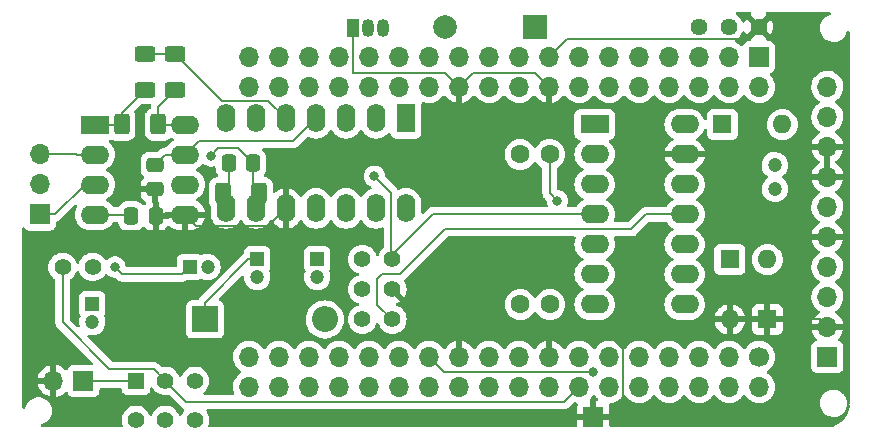
<source format=gbr>
%TF.GenerationSoftware,KiCad,Pcbnew,(6.0.2)*%
%TF.CreationDate,2022-06-08T22:41:36-07:00*%
%TF.ProjectId,TrailAlarm,54726169-6c41-46c6-9172-6d2e6b696361,1*%
%TF.SameCoordinates,Original*%
%TF.FileFunction,Copper,L2,Bot*%
%TF.FilePolarity,Positive*%
%FSLAX46Y46*%
G04 Gerber Fmt 4.6, Leading zero omitted, Abs format (unit mm)*
G04 Created by KiCad (PCBNEW (6.0.2)) date 2022-06-08 22:41:36*
%MOMM*%
%LPD*%
G01*
G04 APERTURE LIST*
G04 Aperture macros list*
%AMRoundRect*
0 Rectangle with rounded corners*
0 $1 Rounding radius*
0 $2 $3 $4 $5 $6 $7 $8 $9 X,Y pos of 4 corners*
0 Add a 4 corners polygon primitive as box body*
4,1,4,$2,$3,$4,$5,$6,$7,$8,$9,$2,$3,0*
0 Add four circle primitives for the rounded corners*
1,1,$1+$1,$2,$3*
1,1,$1+$1,$4,$5*
1,1,$1+$1,$6,$7*
1,1,$1+$1,$8,$9*
0 Add four rect primitives between the rounded corners*
20,1,$1+$1,$2,$3,$4,$5,0*
20,1,$1+$1,$4,$5,$6,$7,0*
20,1,$1+$1,$6,$7,$8,$9,0*
20,1,$1+$1,$8,$9,$2,$3,0*%
G04 Aperture macros list end*
%TA.AperFunction,ComponentPad*%
%ADD10C,1.600000*%
%TD*%
%TA.AperFunction,ComponentPad*%
%ADD11C,1.400000*%
%TD*%
%TA.AperFunction,ComponentPad*%
%ADD12R,1.600000X1.600000*%
%TD*%
%TA.AperFunction,ComponentPad*%
%ADD13O,1.600000X1.600000*%
%TD*%
%TA.AperFunction,ComponentPad*%
%ADD14R,1.700000X1.700000*%
%TD*%
%TA.AperFunction,ComponentPad*%
%ADD15O,1.700000X1.700000*%
%TD*%
%TA.AperFunction,ComponentPad*%
%ADD16R,1.200000X1.200000*%
%TD*%
%TA.AperFunction,ComponentPad*%
%ADD17C,1.200000*%
%TD*%
%TA.AperFunction,ComponentPad*%
%ADD18R,1.600000X2.400000*%
%TD*%
%TA.AperFunction,ComponentPad*%
%ADD19O,1.600000X2.400000*%
%TD*%
%TA.AperFunction,ComponentPad*%
%ADD20C,1.440000*%
%TD*%
%TA.AperFunction,ComponentPad*%
%ADD21R,2.400000X1.600000*%
%TD*%
%TA.AperFunction,ComponentPad*%
%ADD22O,2.400000X1.600000*%
%TD*%
%TA.AperFunction,ComponentPad*%
%ADD23R,1.400000X1.400000*%
%TD*%
%TA.AperFunction,ComponentPad*%
%ADD24R,2.000000X2.000000*%
%TD*%
%TA.AperFunction,ComponentPad*%
%ADD25C,2.000000*%
%TD*%
%TA.AperFunction,ComponentPad*%
%ADD26C,1.700000*%
%TD*%
%TA.AperFunction,ComponentPad*%
%ADD27R,2.200000X2.200000*%
%TD*%
%TA.AperFunction,ComponentPad*%
%ADD28O,2.200000X2.200000*%
%TD*%
%TA.AperFunction,ComponentPad*%
%ADD29R,1.050000X1.500000*%
%TD*%
%TA.AperFunction,ComponentPad*%
%ADD30O,1.050000X1.500000*%
%TD*%
%TA.AperFunction,SMDPad,CuDef*%
%ADD31RoundRect,0.250000X-0.400000X-0.625000X0.400000X-0.625000X0.400000X0.625000X-0.400000X0.625000X0*%
%TD*%
%TA.AperFunction,SMDPad,CuDef*%
%ADD32RoundRect,0.250000X-0.475000X0.337500X-0.475000X-0.337500X0.475000X-0.337500X0.475000X0.337500X0*%
%TD*%
%TA.AperFunction,SMDPad,CuDef*%
%ADD33RoundRect,0.250000X-0.337500X-0.475000X0.337500X-0.475000X0.337500X0.475000X-0.337500X0.475000X0*%
%TD*%
%TA.AperFunction,SMDPad,CuDef*%
%ADD34RoundRect,0.250000X0.625000X-0.400000X0.625000X0.400000X-0.625000X0.400000X-0.625000X-0.400000X0*%
%TD*%
%TA.AperFunction,SMDPad,CuDef*%
%ADD35RoundRect,0.250000X-0.625000X0.400000X-0.625000X-0.400000X0.625000X-0.400000X0.625000X0.400000X0*%
%TD*%
%TA.AperFunction,ViaPad*%
%ADD36C,0.800000*%
%TD*%
%TA.AperFunction,Conductor*%
%ADD37C,0.200000*%
%TD*%
G04 APERTURE END LIST*
D10*
%TO.P,C14,1*%
%TO.N,Net-(C14-Pad1)*%
X159626259Y-137804259D03*
%TO.P,C14,2*%
%TO.N,/EEG Amplifer/FullSignal*%
X162126259Y-137804259D03*
%TD*%
D11*
%TO.P,JP1,1,A*%
%TO.N,POWER*%
X120871259Y-134629259D03*
%TO.P,JP1,2,B*%
%TO.N,Net-(IC1-Pad6)*%
X123411259Y-134629259D03*
%TD*%
D12*
%TO.P,D2,1,K*%
%TO.N,Net-(C5-Pad1)*%
X177366259Y-133994259D03*
D13*
%TO.P,D2,2,A*%
%TO.N,GND*%
X177366259Y-139074259D03*
%TD*%
D14*
%TO.P,J1,1,Pin_1*%
%TO.N,ElectrodeB*%
X118946259Y-130184259D03*
D15*
%TO.P,J1,2,Pin_2*%
%TO.N,EarProbe*%
X118946259Y-127644259D03*
%TO.P,J1,3,Pin_3*%
%TO.N,ElectrodeA*%
X118946259Y-125104259D03*
%TD*%
D14*
%TO.P,J4,1,Pin_1*%
%TO.N,+BATT*%
X122638519Y-144272000D03*
D15*
%TO.P,J4,2,Pin_2*%
%TO.N,GND*%
X120098519Y-144272000D03*
%TD*%
D14*
%TO.P,J2,1,Pin_1*%
%TO.N,GND*%
X165818519Y-147320000D03*
%TD*%
D16*
%TO.P,C4,1*%
%TO.N,Net-(C3-Pad2)*%
X137361259Y-133994259D03*
D17*
%TO.P,C4,2*%
%TO.N,Net-(C4-Pad2)*%
X137361259Y-135494259D03*
%TD*%
D18*
%TO.P,U1,1*%
%TO.N,unconnected-(U1-Pad1)*%
X149948519Y-122047000D03*
D19*
%TO.P,U1,2,-*%
%TO.N,unconnected-(U1-Pad2)*%
X147408519Y-122047000D03*
%TO.P,U1,3,+*%
%TO.N,unconnected-(U1-Pad3)*%
X144868519Y-122047000D03*
%TO.P,U1,4,V+*%
%TO.N,VD*%
X142328519Y-122047000D03*
%TO.P,U1,5,+*%
%TO.N,/EEG Amplifer/Bias*%
X139788519Y-122047000D03*
%TO.P,U1,6,-*%
%TO.N,Net-(R15-Pad2)*%
X137248519Y-122047000D03*
%TO.P,U1,7*%
X134708519Y-122047000D03*
%TO.P,U1,8*%
%TO.N,Net-(C7-Pad2)*%
X134708519Y-129667000D03*
%TO.P,U1,9,-*%
%TO.N,Net-(C8-Pad2)*%
X137248519Y-129667000D03*
%TO.P,U1,10,+*%
%TO.N,GND*%
X139788519Y-129667000D03*
%TO.P,U1,11,V-*%
%TO.N,VS*%
X142328519Y-129667000D03*
%TO.P,U1,12,+*%
%TO.N,unconnected-(U1-Pad12)*%
X144868519Y-129667000D03*
%TO.P,U1,13,-*%
%TO.N,unconnected-(U1-Pad13)*%
X147408519Y-129667000D03*
%TO.P,U1,14*%
%TO.N,unconnected-(U1-Pad14)*%
X149948519Y-129667000D03*
%TD*%
D20*
%TO.P,RV1,1,1*%
%TO.N,Vref_top*%
X174723519Y-114300000D03*
%TO.P,RV1,2,2*%
%TO.N,Vref_mid*%
X177263519Y-114300000D03*
%TO.P,RV1,3,3*%
%TO.N,GND*%
X179803519Y-114300000D03*
%TD*%
D11*
%TO.P,JP2,1,A*%
%TO.N,Net-(C3-Pad1)*%
X146251259Y-133994259D03*
%TO.P,JP2,2,B*%
%TO.N,VD*%
X148791259Y-133994259D03*
%TD*%
D21*
%TO.P,U5,1,Rg*%
%TO.N,Net-(R11-Pad1)*%
X123608759Y-122574259D03*
D22*
%TO.P,U5,2,-*%
%TO.N,ElectrodeA*%
X123608759Y-125114259D03*
%TO.P,U5,3,+*%
%TO.N,ElectrodeB*%
X123608759Y-127654259D03*
%TO.P,U5,4,Vs-*%
%TO.N,VS*%
X123608759Y-130194259D03*
%TO.P,U5,5,Ref*%
%TO.N,GND*%
X131228759Y-130194259D03*
%TO.P,U5,6*%
%TO.N,Net-(C11-Pad1)*%
X131228759Y-127654259D03*
%TO.P,U5,7,Vs+*%
%TO.N,VD*%
X131228759Y-125114259D03*
%TO.P,U5,8,Rg*%
%TO.N,Net-(R12-Pad2)*%
X131228759Y-122574259D03*
%TD*%
D16*
%TO.P,C1,1*%
%TO.N,Net-(C1-Pad1)*%
X123391259Y-137804259D03*
D17*
%TO.P,C1,2*%
%TO.N,Net-(C1-Pad2)*%
X123391259Y-139304259D03*
%TD*%
D23*
%TO.P,SW1,1*%
%TO.N,+BATT*%
X127083519Y-144272000D03*
D11*
%TO.P,SW1,2*%
%TO.N,POWER*%
X129583519Y-144272000D03*
%TO.P,SW1,3*%
%TO.N,N/C*%
X132083519Y-144272000D03*
%TO.P,SW1,4*%
X127083519Y-147572000D03*
%TO.P,SW1,5*%
X129583519Y-147572000D03*
%TO.P,SW1,6*%
X132083519Y-147572000D03*
%TD*%
D12*
%TO.P,D3,1,K*%
%TO.N,GND*%
X180541259Y-139074259D03*
D13*
%TO.P,D3,2,A*%
%TO.N,Net-(C5-Pad1)*%
X180541259Y-133994259D03*
%TD*%
D24*
%TO.P,BZ1,1,-*%
%TO.N,Net-(BZ1-Pad1)*%
X160846259Y-114309259D03*
D25*
%TO.P,BZ1,2,+*%
%TO.N,Net-(BZ1-Pad2)*%
X153246259Y-114309259D03*
%TD*%
D16*
%TO.P,C3,1*%
%TO.N,Net-(C3-Pad1)*%
X142441259Y-133994259D03*
D17*
%TO.P,C3,2*%
%TO.N,Net-(C3-Pad2)*%
X142441259Y-135494259D03*
%TD*%
D14*
%TO.P,U3,1,VIN*%
%TO.N,unconnected-(U3-Pad1)*%
X179841259Y-116849259D03*
D15*
%TO.P,U3,2,AIN6/GPIO87*%
%TO.N,unconnected-(U3-Pad2)*%
X179841259Y-119389259D03*
%TO.P,U3,3,USB1.DRVVBUS*%
%TO.N,unconnected-(U3-Pad3)*%
X177301259Y-116849259D03*
%TO.P,U3,4,GPIO89*%
%TO.N,unconnected-(U3-Pad4)*%
X177301259Y-119389259D03*
%TO.P,U3,5,USB1.VBUS*%
%TO.N,unconnected-(U3-Pad5)*%
X174761259Y-116849259D03*
%TO.P,U3,6,SPI0.CS*%
%TO.N,unconnected-(U3-Pad6)*%
X174761259Y-119389259D03*
%TO.P,U3,7,USB1.VIN*%
%TO.N,unconnected-(U3-Pad7)*%
X172221259Y-116849259D03*
%TO.P,U3,8,SPI0.CLK*%
%TO.N,unconnected-(U3-Pad8)*%
X172221259Y-119389259D03*
%TO.P,U3,9,USB1.D-*%
%TO.N,unconnected-(U3-Pad9)*%
X169681259Y-116849259D03*
%TO.P,U3,10,SPI0.MISO*%
%TO.N,unconnected-(U3-Pad10)*%
X169681259Y-119389259D03*
%TO.P,U3,11,USB1.D+*%
%TO.N,unconnected-(U3-Pad11)*%
X167141259Y-116849259D03*
%TO.P,U3,12,SPI0.MOSI*%
%TO.N,unconnected-(U3-Pad12)*%
X167141259Y-119389259D03*
%TO.P,U3,13,USB1.ID*%
%TO.N,unconnected-(U3-Pad13)*%
X164601259Y-116849259D03*
%TO.P,U3,14,3.3V*%
%TO.N,+3V3*%
X164601259Y-119389259D03*
%TO.P,U3,15,GND*%
%TO.N,GND*%
X162061259Y-116849259D03*
%TO.P,U3,16,GND*%
X162061259Y-119389259D03*
%TO.P,U3,17,AIN.VREF-*%
%TO.N,unconnected-(U3-Pad17)*%
X159521259Y-116849259D03*
%TO.P,U3,18,AIN.VREF+*%
%TO.N,unconnected-(U3-Pad18)*%
X159521259Y-119389259D03*
%TO.P,U3,19,AIN0(1.8V)*%
%TO.N,unconnected-(U3-Pad19)*%
X156981259Y-116849259D03*
%TO.P,U3,20,GPIO20*%
%TO.N,unconnected-(U3-Pad20)*%
X156981259Y-119389259D03*
%TO.P,U3,21,AIN1(1.8V)*%
%TO.N,unconnected-(U3-Pad21)*%
X154441259Y-116849259D03*
%TO.P,U3,22,GND*%
%TO.N,GND*%
X154441259Y-119389259D03*
%TO.P,U3,23,AIN2(1.8V)*%
%TO.N,unconnected-(U3-Pad23)*%
X151901259Y-116849259D03*
%TO.P,U3,24,VOUT*%
%TO.N,unconnected-(U3-Pad24)*%
X151901259Y-119389259D03*
%TO.P,U3,25,AIN3(1.8V)*%
%TO.N,unconnected-(U3-Pad25)*%
X149361259Y-116849259D03*
%TO.P,U3,26,I2C2.SDA*%
%TO.N,unconnected-(U3-Pad26)*%
X149361259Y-119389259D03*
%TO.P,U3,27,AIN4(1.8V)*%
%TO.N,unconnected-(U3-Pad27)*%
X146821259Y-116849259D03*
%TO.P,U3,28,I2C2.SCL*%
%TO.N,unconnected-(U3-Pad28)*%
X146821259Y-119389259D03*
%TO.P,U3,29,PRU0.7*%
%TO.N,unconnected-(U3-Pad29)*%
X144281259Y-116849259D03*
%TO.P,U3,30,UART0.TX*%
%TO.N,unconnected-(U3-Pad30)*%
X144281259Y-119389259D03*
%TO.P,U3,31,PRU0.4*%
%TO.N,unconnected-(U3-Pad31)*%
X141741259Y-116849259D03*
%TO.P,U3,32,UART0.RX*%
%TO.N,unconnected-(U3-Pad32)*%
X141741259Y-119389259D03*
%TO.P,U3,33,PRU0.1*%
%TO.N,unconnected-(U3-Pad33)*%
X139201259Y-116849259D03*
%TO.P,U3,34,GPIO26*%
%TO.N,unconnected-(U3-Pad34)*%
X139201259Y-119389259D03*
%TO.P,U3,35,PRU1.10*%
%TO.N,unconnected-(U3-Pad35)*%
X136661259Y-116849259D03*
%TO.P,U3,36,PWM0A*%
%TO.N,Buzzer*%
X136661259Y-119389259D03*
D26*
%TO.P,U3,37,PWM1A*%
%TO.N,unconnected-(U3-Pad37)*%
X179841259Y-142249259D03*
D15*
%TO.P,U3,38,GPIO59*%
%TO.N,unconnected-(U3-Pad38)*%
X179841259Y-144789259D03*
%TO.P,U3,39,GPIO23*%
%TO.N,unconnected-(U3-Pad39)*%
X177301259Y-142249259D03*
%TO.P,U3,40,GPIO58*%
%TO.N,unconnected-(U3-Pad40)*%
X177301259Y-144789259D03*
%TO.P,U3,41,UART4.RX*%
%TO.N,unconnected-(U3-Pad41)*%
X174761259Y-142249259D03*
%TO.P,U3,42,GPIO57*%
%TO.N,unconnected-(U3-Pad42)*%
X174761259Y-144789259D03*
%TO.P,U3,43,UART4.TX*%
%TO.N,unconnected-(U3-Pad43)*%
X172221259Y-142249259D03*
%TO.P,U3,44,GPIO60*%
%TO.N,unconnected-(U3-Pad44)*%
X172221259Y-144789259D03*
%TO.P,U3,45,I2C1.SCL*%
%TO.N,I2C_SCL*%
X169681259Y-142249259D03*
%TO.P,U3,46,GPIO52*%
%TO.N,~{ADC_RDY}*%
X169681259Y-144789259D03*
%TO.P,U3,47,I2C1.SDA*%
%TO.N,I2C_SDA*%
X167141259Y-142249259D03*
%TO.P,U3,48,PWR.BTN*%
%TO.N,unconnected-(U3-Pad48)*%
X167141259Y-144789259D03*
%TO.P,U3,49,VOUT*%
%TO.N,unconnected-(U3-Pad49)*%
X164601259Y-142249259D03*
%TO.P,U3,50,BAT.VIN*%
%TO.N,POWER*%
X164601259Y-144789259D03*
%TO.P,U3,51,GND*%
%TO.N,GND*%
X162061259Y-142249259D03*
%TO.P,U3,52,BAT.TEMP*%
%TO.N,unconnected-(U3-Pad52)*%
X162061259Y-144789259D03*
%TO.P,U3,53,GPIO65*%
%TO.N,unconnected-(U3-Pad53)*%
X159521259Y-142249259D03*
%TO.P,U3,54,GPIO47*%
%TO.N,unconnected-(U3-Pad54)*%
X159521259Y-144789259D03*
%TO.P,U3,55,GPIO27*%
%TO.N,unconnected-(U3-Pad55)*%
X156981259Y-142249259D03*
%TO.P,U3,56,GPIO64*%
%TO.N,unconnected-(U3-Pad56)*%
X156981259Y-144789259D03*
%TO.P,U3,57,GND*%
%TO.N,GND*%
X154441259Y-142249259D03*
%TO.P,U3,58,GPIO46*%
%TO.N,unconnected-(U3-Pad58)*%
X154441259Y-144789259D03*
%TO.P,U3,59,3.3V*%
%TO.N,+3V3*%
X151901259Y-142249259D03*
%TO.P,U3,60,GPIO48*%
%TO.N,unconnected-(U3-Pad60)*%
X151901259Y-144789259D03*
%TO.P,U3,61,SPI1.MOSI*%
%TO.N,unconnected-(U3-Pad61)*%
X149361259Y-142249259D03*
%TO.P,U3,62,~{RESET}*%
%TO.N,unconnected-(U3-Pad62)*%
X149361259Y-144789259D03*
%TO.P,U3,63,SPI1.MISO*%
%TO.N,unconnected-(U3-Pad63)*%
X146821259Y-142249259D03*
%TO.P,U3,64,PRU0.6*%
%TO.N,unconnected-(U3-Pad64)*%
X146821259Y-144789259D03*
%TO.P,U3,65,SPI1.CLK*%
%TO.N,unconnected-(U3-Pad65)*%
X144281259Y-142249259D03*
%TO.P,U3,66,PRU0.3*%
%TO.N,unconnected-(U3-Pad66)*%
X144281259Y-144789259D03*
%TO.P,U3,67,SPI1.CS*%
%TO.N,unconnected-(U3-Pad67)*%
X141741259Y-142249259D03*
%TO.P,U3,68,PRU0.2*%
%TO.N,unconnected-(U3-Pad68)*%
X141741259Y-144789259D03*
%TO.P,U3,69,GPIO45*%
%TO.N,unconnected-(U3-Pad69)*%
X139201259Y-142249259D03*
%TO.P,U3,70,PRU0.5*%
%TO.N,unconnected-(U3-Pad70)*%
X139201259Y-144789259D03*
%TO.P,U3,71,AIN5(3.3V)*%
%TO.N,unconnected-(U3-Pad71)*%
X136661259Y-142249259D03*
%TO.P,U3,72,AIN7(1.8V)*%
%TO.N,unconnected-(U3-Pad72)*%
X136661259Y-144789259D03*
%TD*%
D10*
%TO.P,C12,1*%
%TO.N,Net-(C12-Pad1)*%
X159606259Y-125104259D03*
%TO.P,C12,2*%
%TO.N,Net-(C12-Pad2)*%
X162106259Y-125104259D03*
%TD*%
D17*
%TO.P,C5,1*%
%TO.N,Net-(C5-Pad1)*%
X181176259Y-128009259D03*
%TO.P,C5,2*%
%TO.N,TO_ADC*%
X181176259Y-126009259D03*
%TD*%
D16*
%TO.P,C2,1*%
%TO.N,Net-(C2-Pad1)*%
X131646259Y-134629259D03*
D17*
%TO.P,C2,2*%
%TO.N,Net-(C2-Pad2)*%
X133146259Y-134629259D03*
%TD*%
D27*
%TO.P,D1,1,K*%
%TO.N,Net-(C3-Pad2)*%
X132916259Y-139074259D03*
D28*
%TO.P,D1,2,A*%
%TO.N,Net-(C4-Pad2)*%
X143076259Y-139074259D03*
%TD*%
D11*
%TO.P,JP4,1,A*%
%TO.N,Net-(C3-Pad2)*%
X146251259Y-136534259D03*
%TO.P,JP4,2,B*%
%TO.N,GND*%
X148791259Y-136534259D03*
%TD*%
D21*
%TO.P,U2,1*%
%TO.N,Net-(C12-Pad2)*%
X165921259Y-122559259D03*
D22*
%TO.P,U2,2,-*%
%TO.N,Net-(C12-Pad1)*%
X165921259Y-125099259D03*
%TO.P,U2,3,+*%
%TO.N,Net-(C11-Pad2)*%
X165921259Y-127639259D03*
%TO.P,U2,4,V+*%
%TO.N,VD*%
X165921259Y-130179259D03*
%TO.P,U2,5,+*%
%TO.N,Net-(C13-Pad2)*%
X165921259Y-132719259D03*
%TO.P,U2,6,-*%
%TO.N,Net-(C14-Pad1)*%
X165921259Y-135259259D03*
%TO.P,U2,7*%
%TO.N,/EEG Amplifer/FullSignal*%
X165921259Y-137799259D03*
%TO.P,U2,8*%
%TO.N,unconnected-(U2-Pad8)*%
X173541259Y-137799259D03*
%TO.P,U2,9,-*%
%TO.N,unconnected-(U2-Pad9)*%
X173541259Y-135259259D03*
%TO.P,U2,10,+*%
%TO.N,unconnected-(U2-Pad10)*%
X173541259Y-132719259D03*
%TO.P,U2,11,V-*%
%TO.N,VS*%
X173541259Y-130179259D03*
%TO.P,U2,12,+*%
%TO.N,Net-(R8-Pad2)*%
X173541259Y-127639259D03*
%TO.P,U2,13,-*%
%TO.N,GND*%
X173541259Y-125099259D03*
%TO.P,U2,14*%
%TO.N,Net-(D4-Pad1)*%
X173541259Y-122559259D03*
%TD*%
D14*
%TO.P,J3,1,Pin_1*%
%TO.N,+3V3*%
X185621259Y-142249259D03*
D15*
%TO.P,J3,2,Pin_2*%
%TO.N,GND*%
X185621259Y-139709259D03*
%TO.P,J3,3,Pin_3*%
%TO.N,I2C_SCL*%
X185621259Y-137169259D03*
%TO.P,J3,4,Pin_4*%
%TO.N,I2C_SDA*%
X185621259Y-134629259D03*
%TO.P,J3,5,Pin_5*%
%TO.N,GND*%
X185621259Y-132089259D03*
%TO.P,J3,6,Pin_6*%
%TO.N,~{ADC_RDY}*%
X185621259Y-129549259D03*
%TO.P,J3,7,Pin_7*%
%TO.N,GND*%
X185621259Y-127009259D03*
%TO.P,J3,8,Pin_8*%
X185621259Y-124469259D03*
%TO.P,J3,9,Pin_9*%
%TO.N,TO_ADC*%
X185621259Y-121929259D03*
%TO.P,J3,10,Pin_10*%
%TO.N,Vref_mid*%
X185621259Y-119389259D03*
%TD*%
D29*
%TO.P,Q1,1,E*%
%TO.N,GND*%
X145498519Y-114427000D03*
D30*
%TO.P,Q1,2,B*%
%TO.N,Net-(Q1-Pad2)*%
X146768519Y-114427000D03*
%TO.P,Q1,3,C*%
%TO.N,Net-(BZ1-Pad2)*%
X148038519Y-114427000D03*
%TD*%
D12*
%TO.P,D4,1,K*%
%TO.N,Net-(D4-Pad1)*%
X176731259Y-122564259D03*
D13*
%TO.P,D4,2,A*%
%TO.N,TO_ADC*%
X181811259Y-122564259D03*
%TD*%
D11*
%TO.P,JP3,1,A*%
%TO.N,Net-(C4-Pad2)*%
X146251259Y-139074259D03*
%TO.P,JP3,2,B*%
%TO.N,VS*%
X148791259Y-139074259D03*
%TD*%
D31*
%TO.P,R13,1*%
%TO.N,Net-(C7-Pad2)*%
X134423519Y-128397000D03*
%TO.P,R13,2*%
%TO.N,Net-(C8-Pad2)*%
X137523519Y-128397000D03*
%TD*%
D32*
%TO.P,C9,1*%
%TO.N,VD*%
X128703759Y-125971759D03*
%TO.P,C9,2*%
%TO.N,GND*%
X128703759Y-128046759D03*
%TD*%
D33*
%TO.P,C8,1*%
%TO.N,Net-(C7-Pad2)*%
X134936019Y-125857000D03*
%TO.P,C8,2*%
%TO.N,Net-(C8-Pad2)*%
X137011019Y-125857000D03*
%TD*%
%TO.P,C10,1*%
%TO.N,VS*%
X126681019Y-130302000D03*
%TO.P,C10,2*%
%TO.N,GND*%
X128756019Y-130302000D03*
%TD*%
D31*
%TO.P,R14,1*%
%TO.N,Net-(R11-Pad1)*%
X125883759Y-122564259D03*
%TO.P,R14,2*%
%TO.N,Net-(R12-Pad2)*%
X128983759Y-122564259D03*
%TD*%
D34*
%TO.P,R11,1*%
%TO.N,Net-(R11-Pad1)*%
X127836259Y-119669259D03*
%TO.P,R11,2*%
%TO.N,/EEG Amplifer/Bias*%
X127836259Y-116569259D03*
%TD*%
D35*
%TO.P,R12,1*%
%TO.N,/EEG Amplifer/Bias*%
X130376259Y-116569259D03*
%TO.P,R12,2*%
%TO.N,Net-(R12-Pad2)*%
X130376259Y-119669259D03*
%TD*%
D36*
%TO.N,Net-(C2-Pad1)*%
X125296259Y-134629259D03*
%TO.N,GND*%
X156420519Y-139954000D03*
%TO.N,+3V3*%
X165818519Y-143510000D03*
%TO.N,Net-(C8-Pad2)*%
X133433519Y-125222000D03*
%TO.N,VD*%
X147276519Y-126954759D03*
%TO.N,Net-(C12-Pad2)*%
X162770519Y-129032000D03*
%TD*%
D37*
%TO.N,Net-(C2-Pad1)*%
X125931259Y-135264259D02*
X131011259Y-135264259D01*
X131011259Y-135264259D02*
X131646259Y-134629259D01*
X125296259Y-134629259D02*
X125931259Y-135264259D01*
%TO.N,ElectrodeB*%
X122746259Y-127654259D02*
X120216259Y-130184259D01*
X123608759Y-127654259D02*
X122746259Y-127654259D01*
X120216259Y-130184259D02*
X118946259Y-130184259D01*
%TO.N,ElectrodeA*%
X122131259Y-125114259D02*
X122121259Y-125104259D01*
X123608759Y-125114259D02*
X122131259Y-125114259D01*
X122121259Y-125104259D02*
X118946259Y-125104259D01*
%TO.N,GND*%
X162061259Y-140006740D02*
X166765373Y-140006740D01*
X168358519Y-141599886D02*
X168358519Y-146304000D01*
X154441259Y-119389259D02*
X155590770Y-118239748D01*
X162061259Y-116849259D02*
X163591007Y-115319511D01*
X166765373Y-140006740D02*
X168358519Y-141599886D01*
X156420519Y-139954000D02*
X152211000Y-139954000D01*
X168358519Y-146304000D02*
X167342519Y-147320000D01*
X163591007Y-115319511D02*
X178784008Y-115319511D01*
X128863760Y-130194259D02*
X131228759Y-130194259D01*
X160911748Y-118239748D02*
X162061259Y-119389259D01*
X155590770Y-118239748D02*
X160911748Y-118239748D01*
X128703759Y-130249740D02*
X128756019Y-130302000D01*
X152211000Y-139954000D02*
X148791259Y-136534259D01*
X128756019Y-130302000D02*
X128863760Y-130194259D01*
X131228759Y-130194259D02*
X132201020Y-131166520D01*
X153221251Y-118169251D02*
X154441259Y-119389259D01*
X138288999Y-131166520D02*
X139788519Y-129667000D01*
X145498519Y-118169251D02*
X153221251Y-118169251D01*
X128703759Y-128046759D02*
X128703759Y-130249740D01*
X184986259Y-139074259D02*
X185621259Y-139709259D01*
X132201020Y-131166520D02*
X138288999Y-131166520D01*
X156420519Y-139954000D02*
X162008519Y-139954000D01*
X182963519Y-139083518D02*
X182954260Y-139074259D01*
X180541259Y-139074259D02*
X182954260Y-139074259D01*
X145498519Y-114427000D02*
X145498519Y-118169251D01*
X178784008Y-115319511D02*
X179803519Y-114300000D01*
X162008519Y-139954000D02*
X162061259Y-140006740D01*
X177366259Y-139074259D02*
X180541259Y-139074259D01*
X182954260Y-139074259D02*
X184986259Y-139074259D01*
X167342519Y-147320000D02*
X165818519Y-147320000D01*
X162061259Y-140006740D02*
X162061259Y-142249259D01*
%TO.N,+BATT*%
X122638519Y-144272000D02*
X127083519Y-144272000D01*
%TO.N,POWER*%
X124814008Y-143272489D02*
X120871259Y-139329740D01*
X163340518Y-146050000D02*
X131361519Y-146050000D01*
X120871259Y-139329740D02*
X120871259Y-134629259D01*
X164601259Y-144789259D02*
X163340518Y-146050000D01*
X129583519Y-144272000D02*
X128584008Y-143272489D01*
X131361519Y-146050000D02*
X129583519Y-144272000D01*
X128584008Y-143272489D02*
X124814008Y-143272489D01*
%TO.N,+3V3*%
X165818519Y-143510000D02*
X153162000Y-143510000D01*
X153162000Y-143510000D02*
X151901259Y-142249259D01*
%TO.N,Net-(C7-Pad2)*%
X134708519Y-129667000D02*
X134708519Y-128682000D01*
X134708519Y-128682000D02*
X134423519Y-128397000D01*
X134423519Y-128397000D02*
X134936019Y-127884500D01*
X134936019Y-127884500D02*
X134936019Y-125857000D01*
%TO.N,Net-(C8-Pad2)*%
X137248519Y-128672000D02*
X137248519Y-129667000D01*
X137011019Y-127884500D02*
X137523519Y-128397000D01*
X137523519Y-128397000D02*
X137248519Y-128672000D01*
X134068519Y-124587000D02*
X135741019Y-124587000D01*
X137011019Y-125857000D02*
X137011019Y-127884500D01*
X133433519Y-125222000D02*
X134068519Y-124587000D01*
X135741019Y-124587000D02*
X137011019Y-125857000D01*
%TO.N,VD*%
X152225260Y-130179259D02*
X165921259Y-130179259D01*
X129561259Y-125114259D02*
X131228759Y-125114259D01*
X132391018Y-123952000D02*
X131228759Y-125114259D01*
X151340519Y-131064000D02*
X152225260Y-130179259D01*
X147276519Y-126954759D02*
X148693626Y-128371866D01*
X139148519Y-123952000D02*
X132391018Y-123952000D01*
X148791259Y-133613260D02*
X151340519Y-131064000D01*
X140418519Y-123952000D02*
X142323519Y-122047000D01*
X139148519Y-123952000D02*
X140418519Y-123952000D01*
X148693626Y-133896626D02*
X148791259Y-133994259D01*
X128703759Y-125971759D02*
X129561259Y-125114259D01*
X148791259Y-133994259D02*
X148791259Y-133613260D01*
X148693626Y-128371866D02*
X148693626Y-133896626D01*
X142323519Y-122047000D02*
X142328519Y-122047000D01*
%TO.N,VS*%
X149437846Y-135252673D02*
X147913846Y-135252673D01*
X147530519Y-137813519D02*
X148791259Y-139074259D01*
X126573278Y-130194259D02*
X126681019Y-130302000D01*
X170259260Y-130179259D02*
X169003289Y-131435230D01*
X147913846Y-135252673D02*
X147530519Y-135636000D01*
X123608759Y-130194259D02*
X126573278Y-130194259D01*
X173541259Y-130179259D02*
X170259260Y-130179259D01*
X169003289Y-131435230D02*
X153255289Y-131435230D01*
X147530519Y-135636000D02*
X147530519Y-137813519D01*
X153255289Y-131435230D02*
X149437846Y-135252673D01*
%TO.N,Net-(C12-Pad2)*%
X162770519Y-129032000D02*
X162106259Y-128367740D01*
X162106259Y-128367740D02*
X162106259Y-125104259D01*
%TO.N,Net-(R11-Pad1)*%
X125883759Y-122564259D02*
X125883759Y-121621759D01*
X123608759Y-122574259D02*
X125873759Y-122574259D01*
X125883759Y-121621759D02*
X127836259Y-119669259D01*
X125873759Y-122574259D02*
X125883759Y-122564259D01*
%TO.N,/EEG Amplifer/Bias*%
X138288999Y-120547480D02*
X134354480Y-120547480D01*
X127836259Y-116569259D02*
X130376259Y-116569259D01*
X134354480Y-120547480D02*
X130376259Y-116569259D01*
X139788519Y-122047000D02*
X138288999Y-120547480D01*
%TO.N,Net-(R12-Pad2)*%
X128983759Y-122564259D02*
X128983759Y-121061759D01*
X128983759Y-121061759D02*
X130376259Y-119669259D01*
X128983759Y-122564259D02*
X128993759Y-122574259D01*
X128993759Y-122574259D02*
X131228759Y-122574259D01*
%TO.N,Net-(C3-Pad2)*%
X137361259Y-133994259D02*
X136561630Y-133994259D01*
X136561630Y-133994259D02*
X132916259Y-137639630D01*
X132916259Y-137639630D02*
X132916259Y-139074259D01*
%TD*%
%TA.AperFunction,Conductor*%
%TO.N,GND*%
G36*
X179144815Y-113050002D02*
G01*
X179191308Y-113103658D01*
X179201412Y-113173932D01*
X179171918Y-113238512D01*
X179148963Y-113259214D01*
X179147911Y-113259951D01*
X179139536Y-113270428D01*
X179146602Y-113283872D01*
X179790708Y-113927979D01*
X179804651Y-113935592D01*
X179806485Y-113935461D01*
X179813099Y-113931210D01*
X180461159Y-113283149D01*
X180467586Y-113271379D01*
X180458291Y-113259364D01*
X180458074Y-113259212D01*
X180413746Y-113203754D01*
X180406438Y-113133135D01*
X180438470Y-113069775D01*
X180499671Y-113033791D01*
X180530346Y-113030000D01*
X185454191Y-113030000D01*
X185473576Y-113031500D01*
X185488377Y-113033805D01*
X185488380Y-113033805D01*
X185497249Y-113035186D01*
X185513518Y-113033059D01*
X185538086Y-113032266D01*
X185760504Y-113046844D01*
X185776844Y-113048995D01*
X185866170Y-113066763D01*
X185929080Y-113099670D01*
X185964212Y-113161365D01*
X185960412Y-113232260D01*
X185918886Y-113289846D01*
X185862925Y-113314522D01*
X185847120Y-113317237D01*
X185847112Y-113317239D01*
X185841421Y-113318217D01*
X185644337Y-113390925D01*
X185639376Y-113393877D01*
X185639375Y-113393877D01*
X185468770Y-113495376D01*
X185468767Y-113495378D01*
X185463802Y-113498332D01*
X185305864Y-113636840D01*
X185302289Y-113641375D01*
X185302288Y-113641376D01*
X185291555Y-113654991D01*
X185175812Y-113801810D01*
X185173123Y-113806921D01*
X185173121Y-113806924D01*
X185155286Y-113840823D01*
X185078000Y-113987719D01*
X185015706Y-114188339D01*
X184991015Y-114396952D01*
X184992985Y-114427000D01*
X185004755Y-114606571D01*
X185056464Y-114810176D01*
X185144411Y-115000948D01*
X185265651Y-115172499D01*
X185416124Y-115319084D01*
X185420920Y-115322289D01*
X185420923Y-115322291D01*
X185496833Y-115373012D01*
X185590790Y-115435792D01*
X185596093Y-115438070D01*
X185596096Y-115438072D01*
X185734452Y-115497514D01*
X185783799Y-115518715D01*
X185847168Y-115533054D01*
X185983052Y-115563802D01*
X185983055Y-115563802D01*
X185988688Y-115565077D01*
X185994459Y-115565304D01*
X185994461Y-115565304D01*
X186059319Y-115567852D01*
X186198595Y-115573324D01*
X186303974Y-115558045D01*
X186400769Y-115544011D01*
X186400774Y-115544010D01*
X186406490Y-115543181D01*
X186411962Y-115541323D01*
X186411964Y-115541323D01*
X186554144Y-115493059D01*
X186605411Y-115475656D01*
X186788695Y-115373012D01*
X186950205Y-115238686D01*
X187084531Y-115077176D01*
X187187175Y-114893892D01*
X187243605Y-114727656D01*
X187252841Y-114700448D01*
X187252842Y-114700445D01*
X187254700Y-114694971D01*
X187255142Y-114695121D01*
X187288735Y-114636611D01*
X187351760Y-114603926D01*
X187422452Y-114610504D01*
X187478365Y-114654256D01*
X187499484Y-114703009D01*
X187516524Y-114788673D01*
X187518675Y-114805014D01*
X187532783Y-115020268D01*
X187531758Y-115043304D01*
X187531715Y-115046854D01*
X187530333Y-115055730D01*
X187533719Y-115081622D01*
X187534455Y-115087251D01*
X187535519Y-115103589D01*
X187535519Y-146127672D01*
X187534019Y-146147055D01*
X187533324Y-146151519D01*
X187503081Y-146215752D01*
X187479193Y-146230713D01*
X187494984Y-146240888D01*
X187524400Y-146305504D01*
X187525391Y-146331525D01*
X187523598Y-146358884D01*
X187518675Y-146433986D01*
X187516524Y-146450326D01*
X187467890Y-146694824D01*
X187463624Y-146710743D01*
X187383497Y-146946790D01*
X187377190Y-146962017D01*
X187266935Y-147185592D01*
X187258694Y-147199865D01*
X187120203Y-147407133D01*
X187110173Y-147420206D01*
X187013058Y-147530945D01*
X186945805Y-147607632D01*
X186934151Y-147619286D01*
X186747865Y-147782655D01*
X186746729Y-147783651D01*
X186733652Y-147793684D01*
X186526384Y-147932175D01*
X186512111Y-147940416D01*
X186288536Y-148050671D01*
X186273309Y-148056978D01*
X186037262Y-148137105D01*
X186021343Y-148141371D01*
X185776846Y-148190005D01*
X185760505Y-148192156D01*
X185545251Y-148206264D01*
X185522215Y-148205239D01*
X185518665Y-148205196D01*
X185509789Y-148203814D01*
X185481281Y-148207542D01*
X185478268Y-148207936D01*
X185461930Y-148209000D01*
X167302519Y-148209000D01*
X167234398Y-148188998D01*
X167187905Y-148135342D01*
X167176519Y-148083000D01*
X167176519Y-147592115D01*
X167172044Y-147576876D01*
X167170654Y-147575671D01*
X167162971Y-147574000D01*
X164478635Y-147574000D01*
X164463396Y-147578475D01*
X164462191Y-147579865D01*
X164460520Y-147587548D01*
X164460520Y-148083000D01*
X164440518Y-148151121D01*
X164386862Y-148197614D01*
X164334520Y-148209000D01*
X133317693Y-148209000D01*
X133249572Y-148188998D01*
X133203079Y-148135342D01*
X133192975Y-148065068D01*
X133203499Y-148029749D01*
X133221150Y-147991897D01*
X133221152Y-147991892D01*
X133223475Y-147986910D01*
X133233345Y-147950077D01*
X133276781Y-147787970D01*
X133276781Y-147787968D01*
X133278205Y-147782655D01*
X133296635Y-147572000D01*
X133278205Y-147361345D01*
X133268017Y-147323324D01*
X133224898Y-147162400D01*
X133224897Y-147162398D01*
X133223475Y-147157090D01*
X133205860Y-147119314D01*
X133136431Y-146970423D01*
X133136429Y-146970420D01*
X133134108Y-146965442D01*
X133058014Y-146856768D01*
X133035327Y-146789497D01*
X133052612Y-146720636D01*
X133104382Y-146672052D01*
X133161228Y-146658500D01*
X163292382Y-146658500D01*
X163308825Y-146659578D01*
X163340518Y-146663750D01*
X163348707Y-146662672D01*
X163380392Y-146658501D01*
X163380402Y-146658500D01*
X163380403Y-146658500D01*
X163479975Y-146645391D01*
X163491182Y-146643916D01*
X163491184Y-146643915D01*
X163499369Y-146642838D01*
X163647394Y-146581524D01*
X163658061Y-146573339D01*
X163742587Y-146508480D01*
X163742593Y-146508474D01*
X163767952Y-146489015D01*
X163774505Y-146483987D01*
X163779535Y-146477432D01*
X163793970Y-146458621D01*
X163804837Y-146446230D01*
X164116430Y-146134637D01*
X164178742Y-146100611D01*
X164230644Y-146100261D01*
X164396207Y-146133945D01*
X164458970Y-146167126D01*
X164493832Y-146228974D01*
X164489066Y-146301645D01*
X164470041Y-146352394D01*
X164466414Y-146367649D01*
X164460888Y-146418514D01*
X164460519Y-146425328D01*
X164460519Y-147047885D01*
X164464994Y-147063124D01*
X164466384Y-147064329D01*
X164474067Y-147066000D01*
X165546404Y-147066000D01*
X165561643Y-147061525D01*
X165562848Y-147060135D01*
X165564519Y-147052452D01*
X165564519Y-145980116D01*
X165560044Y-145964877D01*
X165548120Y-145954544D01*
X165509737Y-145894818D01*
X165509737Y-145823821D01*
X165541693Y-145770069D01*
X165574157Y-145737719D01*
X165639355Y-145672748D01*
X165642970Y-145667718D01*
X165769712Y-145491336D01*
X165771035Y-145492287D01*
X165817904Y-145449116D01*
X165887839Y-145436884D01*
X165953285Y-145464403D01*
X165981134Y-145496253D01*
X166041246Y-145594347D01*
X166044626Y-145598249D01*
X166051681Y-145606393D01*
X166134705Y-145702238D01*
X166179111Y-145753502D01*
X166208594Y-145818088D01*
X166198479Y-145888360D01*
X166151978Y-145942009D01*
X166107481Y-145955070D01*
X166108017Y-145956896D01*
X166075395Y-145966475D01*
X166074190Y-145967865D01*
X166072519Y-145975548D01*
X166072519Y-147047885D01*
X166076994Y-147063124D01*
X166078384Y-147064329D01*
X166086067Y-147066000D01*
X167158403Y-147066000D01*
X167173642Y-147061525D01*
X167174847Y-147060135D01*
X167176518Y-147052452D01*
X167176518Y-146425331D01*
X167176148Y-146418510D01*
X167170624Y-146367648D01*
X167166998Y-146352397D01*
X167152470Y-146313643D01*
X167147287Y-146242836D01*
X167181208Y-146180467D01*
X167243463Y-146146337D01*
X167254433Y-146144436D01*
X167390733Y-146126975D01*
X167419547Y-146123284D01*
X167419548Y-146123284D01*
X167424675Y-146122627D01*
X167455097Y-146113500D01*
X167633688Y-146059920D01*
X167633693Y-146059918D01*
X167638643Y-146058433D01*
X167839253Y-145960155D01*
X168021119Y-145830432D01*
X168072855Y-145778877D01*
X168149762Y-145702238D01*
X168179355Y-145672748D01*
X168182970Y-145667718D01*
X168309712Y-145491336D01*
X168311035Y-145492287D01*
X168357904Y-145449116D01*
X168427839Y-145436884D01*
X168493285Y-145464403D01*
X168521134Y-145496253D01*
X168581246Y-145594347D01*
X168727509Y-145763197D01*
X168868652Y-145880376D01*
X168893870Y-145901312D01*
X168899385Y-145905891D01*
X169092259Y-146018597D01*
X169097084Y-146020439D01*
X169097085Y-146020440D01*
X169112630Y-146026376D01*
X169300951Y-146098289D01*
X169306019Y-146099320D01*
X169306022Y-146099321D01*
X169413276Y-146121142D01*
X169519856Y-146142826D01*
X169525031Y-146143016D01*
X169525033Y-146143016D01*
X169737932Y-146150823D01*
X169737936Y-146150823D01*
X169743096Y-146151012D01*
X169748216Y-146150356D01*
X169748218Y-146150356D01*
X169959547Y-146123284D01*
X169959548Y-146123284D01*
X169964675Y-146122627D01*
X169995097Y-146113500D01*
X170173688Y-146059920D01*
X170173693Y-146059918D01*
X170178643Y-146058433D01*
X170379253Y-145960155D01*
X170561119Y-145830432D01*
X170612855Y-145778877D01*
X170689762Y-145702238D01*
X170719355Y-145672748D01*
X170722970Y-145667718D01*
X170849712Y-145491336D01*
X170851035Y-145492287D01*
X170897904Y-145449116D01*
X170967839Y-145436884D01*
X171033285Y-145464403D01*
X171061134Y-145496253D01*
X171121246Y-145594347D01*
X171267509Y-145763197D01*
X171408652Y-145880376D01*
X171433870Y-145901312D01*
X171439385Y-145905891D01*
X171632259Y-146018597D01*
X171637084Y-146020439D01*
X171637085Y-146020440D01*
X171652630Y-146026376D01*
X171840951Y-146098289D01*
X171846019Y-146099320D01*
X171846022Y-146099321D01*
X171953276Y-146121142D01*
X172059856Y-146142826D01*
X172065031Y-146143016D01*
X172065033Y-146143016D01*
X172277932Y-146150823D01*
X172277936Y-146150823D01*
X172283096Y-146151012D01*
X172288216Y-146150356D01*
X172288218Y-146150356D01*
X172499547Y-146123284D01*
X172499548Y-146123284D01*
X172504675Y-146122627D01*
X172535097Y-146113500D01*
X172713688Y-146059920D01*
X172713693Y-146059918D01*
X172718643Y-146058433D01*
X172919253Y-145960155D01*
X173101119Y-145830432D01*
X173152855Y-145778877D01*
X173229762Y-145702238D01*
X173259355Y-145672748D01*
X173262970Y-145667718D01*
X173389712Y-145491336D01*
X173391035Y-145492287D01*
X173437904Y-145449116D01*
X173507839Y-145436884D01*
X173573285Y-145464403D01*
X173601134Y-145496253D01*
X173661246Y-145594347D01*
X173807509Y-145763197D01*
X173948652Y-145880376D01*
X173973870Y-145901312D01*
X173979385Y-145905891D01*
X174172259Y-146018597D01*
X174177084Y-146020439D01*
X174177085Y-146020440D01*
X174192630Y-146026376D01*
X174380951Y-146098289D01*
X174386019Y-146099320D01*
X174386022Y-146099321D01*
X174493276Y-146121142D01*
X174599856Y-146142826D01*
X174605031Y-146143016D01*
X174605033Y-146143016D01*
X174817932Y-146150823D01*
X174817936Y-146150823D01*
X174823096Y-146151012D01*
X174828216Y-146150356D01*
X174828218Y-146150356D01*
X175039547Y-146123284D01*
X175039548Y-146123284D01*
X175044675Y-146122627D01*
X175075097Y-146113500D01*
X175253688Y-146059920D01*
X175253693Y-146059918D01*
X175258643Y-146058433D01*
X175459253Y-145960155D01*
X175641119Y-145830432D01*
X175692855Y-145778877D01*
X175769762Y-145702238D01*
X175799355Y-145672748D01*
X175802970Y-145667718D01*
X175929712Y-145491336D01*
X175931035Y-145492287D01*
X175977904Y-145449116D01*
X176047839Y-145436884D01*
X176113285Y-145464403D01*
X176141134Y-145496253D01*
X176201246Y-145594347D01*
X176347509Y-145763197D01*
X176488652Y-145880376D01*
X176513870Y-145901312D01*
X176519385Y-145905891D01*
X176712259Y-146018597D01*
X176717084Y-146020439D01*
X176717085Y-146020440D01*
X176732630Y-146026376D01*
X176920951Y-146098289D01*
X176926019Y-146099320D01*
X176926022Y-146099321D01*
X177033276Y-146121142D01*
X177139856Y-146142826D01*
X177145031Y-146143016D01*
X177145033Y-146143016D01*
X177357932Y-146150823D01*
X177357936Y-146150823D01*
X177363096Y-146151012D01*
X177368216Y-146150356D01*
X177368218Y-146150356D01*
X177579547Y-146123284D01*
X177579548Y-146123284D01*
X177584675Y-146122627D01*
X177615097Y-146113500D01*
X177793688Y-146059920D01*
X177793693Y-146059918D01*
X177798643Y-146058433D01*
X177999253Y-145960155D01*
X178181119Y-145830432D01*
X178232855Y-145778877D01*
X178309762Y-145702238D01*
X178339355Y-145672748D01*
X178342970Y-145667718D01*
X178469712Y-145491336D01*
X178471035Y-145492287D01*
X178517904Y-145449116D01*
X178587839Y-145436884D01*
X178653285Y-145464403D01*
X178681134Y-145496253D01*
X178741246Y-145594347D01*
X178887509Y-145763197D01*
X179028652Y-145880376D01*
X179053870Y-145901312D01*
X179059385Y-145905891D01*
X179252259Y-146018597D01*
X179257084Y-146020439D01*
X179257085Y-146020440D01*
X179272630Y-146026376D01*
X179460951Y-146098289D01*
X179466019Y-146099320D01*
X179466022Y-146099321D01*
X179573276Y-146121142D01*
X179679856Y-146142826D01*
X179685031Y-146143016D01*
X179685033Y-146143016D01*
X179897932Y-146150823D01*
X179897936Y-146150823D01*
X179903096Y-146151012D01*
X179908216Y-146150356D01*
X179908218Y-146150356D01*
X179934790Y-146146952D01*
X184991015Y-146146952D01*
X184992985Y-146177000D01*
X185004755Y-146356571D01*
X185056464Y-146560176D01*
X185144411Y-146750948D01*
X185265651Y-146922499D01*
X185269785Y-146926526D01*
X185408365Y-147061525D01*
X185416124Y-147069084D01*
X185420920Y-147072289D01*
X185420923Y-147072291D01*
X185540378Y-147152108D01*
X185590790Y-147185792D01*
X185596093Y-147188070D01*
X185596096Y-147188072D01*
X185672585Y-147220934D01*
X185783799Y-147268715D01*
X185862755Y-147286581D01*
X185983052Y-147313802D01*
X185983055Y-147313802D01*
X185988688Y-147315077D01*
X185994459Y-147315304D01*
X185994461Y-147315304D01*
X186059319Y-147317852D01*
X186198595Y-147323324D01*
X186303974Y-147308045D01*
X186400769Y-147294011D01*
X186400774Y-147294010D01*
X186406490Y-147293181D01*
X186411962Y-147291323D01*
X186411964Y-147291323D01*
X186599943Y-147227512D01*
X186605411Y-147225656D01*
X186788695Y-147123012D01*
X186950205Y-146988686D01*
X187084531Y-146827176D01*
X187178995Y-146658499D01*
X187184352Y-146648933D01*
X187184352Y-146648932D01*
X187187175Y-146643892D01*
X187233140Y-146508485D01*
X187252842Y-146450445D01*
X187252842Y-146450443D01*
X187254700Y-146444971D01*
X187255530Y-146439249D01*
X187274965Y-146305207D01*
X187304535Y-146240661D01*
X187329511Y-146224652D01*
X187312645Y-146213533D01*
X187283353Y-146143665D01*
X187267723Y-145973566D01*
X187267722Y-145973563D01*
X187267194Y-145967812D01*
X187264188Y-145957151D01*
X187211741Y-145771190D01*
X187211740Y-145771188D01*
X187210173Y-145765631D01*
X187201501Y-145748044D01*
X187119817Y-145582406D01*
X187117262Y-145577225D01*
X187052608Y-145490642D01*
X186995026Y-145413531D01*
X186995025Y-145413530D01*
X186991573Y-145408907D01*
X186987337Y-145404991D01*
X186841555Y-145270232D01*
X186841553Y-145270230D01*
X186837314Y-145266312D01*
X186809691Y-145248883D01*
X186664533Y-145157295D01*
X186659653Y-145154216D01*
X186464539Y-145076374D01*
X186258507Y-145035391D01*
X186252733Y-145035315D01*
X186252729Y-145035315D01*
X186146175Y-145033921D01*
X186048456Y-145032642D01*
X186042759Y-145033621D01*
X186042758Y-145033621D01*
X185847118Y-145067238D01*
X185841421Y-145068217D01*
X185644337Y-145140925D01*
X185639376Y-145143877D01*
X185639375Y-145143877D01*
X185468770Y-145245376D01*
X185468767Y-145245378D01*
X185463802Y-145248332D01*
X185305864Y-145386840D01*
X185302289Y-145391375D01*
X185302288Y-145391376D01*
X185293912Y-145402001D01*
X185175812Y-145551810D01*
X185173123Y-145556921D01*
X185173121Y-145556924D01*
X185155747Y-145589947D01*
X185078000Y-145737719D01*
X185015706Y-145938339D01*
X184991015Y-146146952D01*
X179934790Y-146146952D01*
X180119547Y-146123284D01*
X180119548Y-146123284D01*
X180124675Y-146122627D01*
X180155097Y-146113500D01*
X180333688Y-146059920D01*
X180333693Y-146059918D01*
X180338643Y-146058433D01*
X180539253Y-145960155D01*
X180721119Y-145830432D01*
X180772855Y-145778877D01*
X180849762Y-145702238D01*
X180879355Y-145672748D01*
X180882970Y-145667718D01*
X181006694Y-145495536D01*
X181009712Y-145491336D01*
X181012715Y-145485261D01*
X181106395Y-145295712D01*
X181106396Y-145295710D01*
X181108689Y-145291070D01*
X181173629Y-145077328D01*
X181202788Y-144855849D01*
X181204415Y-144789259D01*
X181186111Y-144566620D01*
X181131690Y-144349961D01*
X181042613Y-144145099D01*
X180952744Y-144006183D01*
X180924081Y-143961876D01*
X180924079Y-143961873D01*
X180921273Y-143957536D01*
X180770929Y-143792310D01*
X180766878Y-143789111D01*
X180766874Y-143789107D01*
X180599673Y-143657059D01*
X180599669Y-143657057D01*
X180595618Y-143653857D01*
X180554312Y-143631055D01*
X180504343Y-143580623D01*
X180489571Y-143511180D01*
X180514687Y-143444775D01*
X180542039Y-143418168D01*
X180604148Y-143373866D01*
X180721119Y-143290432D01*
X180864659Y-143147393D01*
X184262759Y-143147393D01*
X184269514Y-143209575D01*
X184320644Y-143345964D01*
X184407998Y-143462520D01*
X184524554Y-143549874D01*
X184660943Y-143601004D01*
X184723125Y-143607759D01*
X186519393Y-143607759D01*
X186581575Y-143601004D01*
X186717964Y-143549874D01*
X186834520Y-143462520D01*
X186921874Y-143345964D01*
X186973004Y-143209575D01*
X186979759Y-143147393D01*
X186979759Y-141351125D01*
X186973004Y-141288943D01*
X186921874Y-141152554D01*
X186834520Y-141035998D01*
X186717964Y-140948644D01*
X186679563Y-140934248D01*
X186598946Y-140904026D01*
X186542182Y-140861384D01*
X186517482Y-140794823D01*
X186532689Y-140725474D01*
X186554236Y-140696794D01*
X186655311Y-140596071D01*
X186661989Y-140588224D01*
X186786262Y-140415279D01*
X186791572Y-140406442D01*
X186885929Y-140215526D01*
X186889728Y-140205931D01*
X186951636Y-140002169D01*
X186953814Y-139992096D01*
X186955245Y-139981221D01*
X186953034Y-139967037D01*
X186939876Y-139963259D01*
X184304484Y-139963259D01*
X184290953Y-139967232D01*
X184289516Y-139977225D01*
X184319824Y-140111705D01*
X184322904Y-140121534D01*
X184403029Y-140318862D01*
X184407672Y-140328053D01*
X184518953Y-140509647D01*
X184525036Y-140517958D01*
X184664472Y-140678926D01*
X184671836Y-140686138D01*
X184676781Y-140690244D01*
X184716415Y-140749148D01*
X184717912Y-140820129D01*
X184680796Y-140880651D01*
X184640523Y-140905169D01*
X184532964Y-140945491D01*
X184532963Y-140945492D01*
X184524554Y-140948644D01*
X184407998Y-141035998D01*
X184320644Y-141152554D01*
X184269514Y-141288943D01*
X184262759Y-141351125D01*
X184262759Y-143147393D01*
X180864659Y-143147393D01*
X180879355Y-143132748D01*
X180938853Y-143049948D01*
X181006694Y-142955536D01*
X181009712Y-142951336D01*
X181012518Y-142945660D01*
X181106395Y-142755712D01*
X181106396Y-142755710D01*
X181108689Y-142751070D01*
X181173629Y-142537328D01*
X181202788Y-142315849D01*
X181204415Y-142249259D01*
X181186111Y-142026620D01*
X181131690Y-141809961D01*
X181042613Y-141605099D01*
X180921273Y-141417536D01*
X180770929Y-141252310D01*
X180766878Y-141249111D01*
X180766874Y-141249107D01*
X180599673Y-141117059D01*
X180599669Y-141117057D01*
X180595618Y-141113857D01*
X180559287Y-141093801D01*
X180543395Y-141085028D01*
X180400048Y-141005897D01*
X180395179Y-141004173D01*
X180395175Y-141004171D01*
X180194346Y-140933054D01*
X180194342Y-140933053D01*
X180189471Y-140931328D01*
X180184378Y-140930421D01*
X180184375Y-140930420D01*
X179974632Y-140893059D01*
X179974626Y-140893058D01*
X179969543Y-140892153D01*
X179895711Y-140891251D01*
X179751340Y-140889487D01*
X179751338Y-140889487D01*
X179746170Y-140889424D01*
X179525350Y-140923214D01*
X179313015Y-140992616D01*
X179114866Y-141095766D01*
X179110733Y-141098869D01*
X179110730Y-141098871D01*
X178940359Y-141226789D01*
X178936224Y-141229894D01*
X178781888Y-141391397D01*
X178674460Y-141548880D01*
X178619552Y-141593880D01*
X178549027Y-141602051D01*
X178485280Y-141570797D01*
X178464583Y-141546313D01*
X178384081Y-141421876D01*
X178384079Y-141421873D01*
X178381273Y-141417536D01*
X178230929Y-141252310D01*
X178226878Y-141249111D01*
X178226874Y-141249107D01*
X178059673Y-141117059D01*
X178059669Y-141117057D01*
X178055618Y-141113857D01*
X178019287Y-141093801D01*
X178003395Y-141085028D01*
X177860048Y-141005897D01*
X177855179Y-141004173D01*
X177855175Y-141004171D01*
X177654346Y-140933054D01*
X177654342Y-140933053D01*
X177649471Y-140931328D01*
X177644378Y-140930421D01*
X177644375Y-140930420D01*
X177434632Y-140893059D01*
X177434626Y-140893058D01*
X177429543Y-140892153D01*
X177355711Y-140891251D01*
X177211340Y-140889487D01*
X177211338Y-140889487D01*
X177206170Y-140889424D01*
X176985350Y-140923214D01*
X176773015Y-140992616D01*
X176574866Y-141095766D01*
X176570733Y-141098869D01*
X176570730Y-141098871D01*
X176400359Y-141226789D01*
X176396224Y-141229894D01*
X176241888Y-141391397D01*
X176134460Y-141548880D01*
X176079552Y-141593880D01*
X176009027Y-141602051D01*
X175945280Y-141570797D01*
X175924583Y-141546313D01*
X175844081Y-141421876D01*
X175844079Y-141421873D01*
X175841273Y-141417536D01*
X175690929Y-141252310D01*
X175686878Y-141249111D01*
X175686874Y-141249107D01*
X175519673Y-141117059D01*
X175519669Y-141117057D01*
X175515618Y-141113857D01*
X175479287Y-141093801D01*
X175463395Y-141085028D01*
X175320048Y-141005897D01*
X175315179Y-141004173D01*
X175315175Y-141004171D01*
X175114346Y-140933054D01*
X175114342Y-140933053D01*
X175109471Y-140931328D01*
X175104378Y-140930421D01*
X175104375Y-140930420D01*
X174894632Y-140893059D01*
X174894626Y-140893058D01*
X174889543Y-140892153D01*
X174815711Y-140891251D01*
X174671340Y-140889487D01*
X174671338Y-140889487D01*
X174666170Y-140889424D01*
X174445350Y-140923214D01*
X174233015Y-140992616D01*
X174034866Y-141095766D01*
X174030733Y-141098869D01*
X174030730Y-141098871D01*
X173860359Y-141226789D01*
X173856224Y-141229894D01*
X173701888Y-141391397D01*
X173594460Y-141548880D01*
X173539552Y-141593880D01*
X173469027Y-141602051D01*
X173405280Y-141570797D01*
X173384583Y-141546313D01*
X173304081Y-141421876D01*
X173304079Y-141421873D01*
X173301273Y-141417536D01*
X173150929Y-141252310D01*
X173146878Y-141249111D01*
X173146874Y-141249107D01*
X172979673Y-141117059D01*
X172979669Y-141117057D01*
X172975618Y-141113857D01*
X172939287Y-141093801D01*
X172923395Y-141085028D01*
X172780048Y-141005897D01*
X172775179Y-141004173D01*
X172775175Y-141004171D01*
X172574346Y-140933054D01*
X172574342Y-140933053D01*
X172569471Y-140931328D01*
X172564378Y-140930421D01*
X172564375Y-140930420D01*
X172354632Y-140893059D01*
X172354626Y-140893058D01*
X172349543Y-140892153D01*
X172275711Y-140891251D01*
X172131340Y-140889487D01*
X172131338Y-140889487D01*
X172126170Y-140889424D01*
X171905350Y-140923214D01*
X171693015Y-140992616D01*
X171494866Y-141095766D01*
X171490733Y-141098869D01*
X171490730Y-141098871D01*
X171320359Y-141226789D01*
X171316224Y-141229894D01*
X171161888Y-141391397D01*
X171054460Y-141548880D01*
X170999552Y-141593880D01*
X170929027Y-141602051D01*
X170865280Y-141570797D01*
X170844583Y-141546313D01*
X170764081Y-141421876D01*
X170764079Y-141421873D01*
X170761273Y-141417536D01*
X170610929Y-141252310D01*
X170606878Y-141249111D01*
X170606874Y-141249107D01*
X170439673Y-141117059D01*
X170439669Y-141117057D01*
X170435618Y-141113857D01*
X170399287Y-141093801D01*
X170383395Y-141085028D01*
X170240048Y-141005897D01*
X170235179Y-141004173D01*
X170235175Y-141004171D01*
X170034346Y-140933054D01*
X170034342Y-140933053D01*
X170029471Y-140931328D01*
X170024378Y-140930421D01*
X170024375Y-140930420D01*
X169814632Y-140893059D01*
X169814626Y-140893058D01*
X169809543Y-140892153D01*
X169735711Y-140891251D01*
X169591340Y-140889487D01*
X169591338Y-140889487D01*
X169586170Y-140889424D01*
X169365350Y-140923214D01*
X169153015Y-140992616D01*
X168954866Y-141095766D01*
X168950733Y-141098869D01*
X168950730Y-141098871D01*
X168780359Y-141226789D01*
X168776224Y-141229894D01*
X168621888Y-141391397D01*
X168514460Y-141548880D01*
X168459552Y-141593880D01*
X168389027Y-141602051D01*
X168325280Y-141570797D01*
X168304583Y-141546313D01*
X168224081Y-141421876D01*
X168224079Y-141421873D01*
X168221273Y-141417536D01*
X168070929Y-141252310D01*
X168066878Y-141249111D01*
X168066874Y-141249107D01*
X167899673Y-141117059D01*
X167899669Y-141117057D01*
X167895618Y-141113857D01*
X167859287Y-141093801D01*
X167843395Y-141085028D01*
X167700048Y-141005897D01*
X167695179Y-141004173D01*
X167695175Y-141004171D01*
X167494346Y-140933054D01*
X167494342Y-140933053D01*
X167489471Y-140931328D01*
X167484378Y-140930421D01*
X167484375Y-140930420D01*
X167274632Y-140893059D01*
X167274626Y-140893058D01*
X167269543Y-140892153D01*
X167195711Y-140891251D01*
X167051340Y-140889487D01*
X167051338Y-140889487D01*
X167046170Y-140889424D01*
X166825350Y-140923214D01*
X166613015Y-140992616D01*
X166414866Y-141095766D01*
X166410733Y-141098869D01*
X166410730Y-141098871D01*
X166240359Y-141226789D01*
X166236224Y-141229894D01*
X166081888Y-141391397D01*
X165974460Y-141548880D01*
X165919552Y-141593880D01*
X165849027Y-141602051D01*
X165785280Y-141570797D01*
X165764583Y-141546313D01*
X165684081Y-141421876D01*
X165684079Y-141421873D01*
X165681273Y-141417536D01*
X165530929Y-141252310D01*
X165526878Y-141249111D01*
X165526874Y-141249107D01*
X165359673Y-141117059D01*
X165359669Y-141117057D01*
X165355618Y-141113857D01*
X165319287Y-141093801D01*
X165303395Y-141085028D01*
X165160048Y-141005897D01*
X165155179Y-141004173D01*
X165155175Y-141004171D01*
X164954346Y-140933054D01*
X164954342Y-140933053D01*
X164949471Y-140931328D01*
X164944378Y-140930421D01*
X164944375Y-140930420D01*
X164734632Y-140893059D01*
X164734626Y-140893058D01*
X164729543Y-140892153D01*
X164655711Y-140891251D01*
X164511340Y-140889487D01*
X164511338Y-140889487D01*
X164506170Y-140889424D01*
X164285350Y-140923214D01*
X164073015Y-140992616D01*
X163874866Y-141095766D01*
X163870733Y-141098869D01*
X163870730Y-141098871D01*
X163700359Y-141226789D01*
X163696224Y-141229894D01*
X163541888Y-141391397D01*
X163434463Y-141548877D01*
X163434157Y-141549325D01*
X163379246Y-141594328D01*
X163308721Y-141602499D01*
X163244974Y-141571245D01*
X163224277Y-141546761D01*
X163143685Y-141422185D01*
X163137395Y-141414016D01*
X162994065Y-141256499D01*
X162986532Y-141249474D01*
X162819398Y-141117481D01*
X162810811Y-141111776D01*
X162624376Y-141008858D01*
X162614964Y-141004628D01*
X162414218Y-140933539D01*
X162404247Y-140930905D01*
X162333096Y-140918231D01*
X162319799Y-140919691D01*
X162315259Y-140934248D01*
X162315259Y-142377259D01*
X162295257Y-142445380D01*
X162241601Y-142491873D01*
X162189259Y-142503259D01*
X161933259Y-142503259D01*
X161865138Y-142483257D01*
X161818645Y-142429601D01*
X161807259Y-142377259D01*
X161807259Y-140932361D01*
X161803341Y-140919017D01*
X161789065Y-140917030D01*
X161750583Y-140922919D01*
X161740547Y-140925310D01*
X161538127Y-140991471D01*
X161528618Y-140995468D01*
X161339722Y-141093801D01*
X161330997Y-141099295D01*
X161160692Y-141227164D01*
X161152985Y-141234007D01*
X161005849Y-141387976D01*
X160999368Y-141395981D01*
X160894757Y-141549333D01*
X160839846Y-141594335D01*
X160769321Y-141602506D01*
X160705574Y-141571252D01*
X160684877Y-141546768D01*
X160604081Y-141421876D01*
X160604079Y-141421873D01*
X160601273Y-141417536D01*
X160450929Y-141252310D01*
X160446878Y-141249111D01*
X160446874Y-141249107D01*
X160279673Y-141117059D01*
X160279669Y-141117057D01*
X160275618Y-141113857D01*
X160239287Y-141093801D01*
X160223395Y-141085028D01*
X160080048Y-141005897D01*
X160075179Y-141004173D01*
X160075175Y-141004171D01*
X159874346Y-140933054D01*
X159874342Y-140933053D01*
X159869471Y-140931328D01*
X159864378Y-140930421D01*
X159864375Y-140930420D01*
X159654632Y-140893059D01*
X159654626Y-140893058D01*
X159649543Y-140892153D01*
X159575711Y-140891251D01*
X159431340Y-140889487D01*
X159431338Y-140889487D01*
X159426170Y-140889424D01*
X159205350Y-140923214D01*
X158993015Y-140992616D01*
X158794866Y-141095766D01*
X158790733Y-141098869D01*
X158790730Y-141098871D01*
X158620359Y-141226789D01*
X158616224Y-141229894D01*
X158461888Y-141391397D01*
X158354460Y-141548880D01*
X158299552Y-141593880D01*
X158229027Y-141602051D01*
X158165280Y-141570797D01*
X158144583Y-141546313D01*
X158064081Y-141421876D01*
X158064079Y-141421873D01*
X158061273Y-141417536D01*
X157910929Y-141252310D01*
X157906878Y-141249111D01*
X157906874Y-141249107D01*
X157739673Y-141117059D01*
X157739669Y-141117057D01*
X157735618Y-141113857D01*
X157699287Y-141093801D01*
X157683395Y-141085028D01*
X157540048Y-141005897D01*
X157535179Y-141004173D01*
X157535175Y-141004171D01*
X157334346Y-140933054D01*
X157334342Y-140933053D01*
X157329471Y-140931328D01*
X157324378Y-140930421D01*
X157324375Y-140930420D01*
X157114632Y-140893059D01*
X157114626Y-140893058D01*
X157109543Y-140892153D01*
X157035711Y-140891251D01*
X156891340Y-140889487D01*
X156891338Y-140889487D01*
X156886170Y-140889424D01*
X156665350Y-140923214D01*
X156453015Y-140992616D01*
X156254866Y-141095766D01*
X156250733Y-141098869D01*
X156250730Y-141098871D01*
X156080359Y-141226789D01*
X156076224Y-141229894D01*
X155921888Y-141391397D01*
X155814463Y-141548877D01*
X155814157Y-141549325D01*
X155759246Y-141594328D01*
X155688721Y-141602499D01*
X155624974Y-141571245D01*
X155604277Y-141546761D01*
X155523685Y-141422185D01*
X155517395Y-141414016D01*
X155374065Y-141256499D01*
X155366532Y-141249474D01*
X155199398Y-141117481D01*
X155190811Y-141111776D01*
X155004376Y-141008858D01*
X154994964Y-141004628D01*
X154794218Y-140933539D01*
X154784247Y-140930905D01*
X154713096Y-140918231D01*
X154699799Y-140919691D01*
X154695259Y-140934248D01*
X154695259Y-142377259D01*
X154675257Y-142445380D01*
X154621601Y-142491873D01*
X154569259Y-142503259D01*
X154313259Y-142503259D01*
X154245138Y-142483257D01*
X154198645Y-142429601D01*
X154187259Y-142377259D01*
X154187259Y-140932361D01*
X154183341Y-140919017D01*
X154169065Y-140917030D01*
X154130583Y-140922919D01*
X154120547Y-140925310D01*
X153918127Y-140991471D01*
X153908618Y-140995468D01*
X153719722Y-141093801D01*
X153710997Y-141099295D01*
X153540692Y-141227164D01*
X153532985Y-141234007D01*
X153385849Y-141387976D01*
X153379368Y-141395981D01*
X153274757Y-141549333D01*
X153219846Y-141594335D01*
X153149321Y-141602506D01*
X153085574Y-141571252D01*
X153064877Y-141546768D01*
X152984081Y-141421876D01*
X152984079Y-141421873D01*
X152981273Y-141417536D01*
X152830929Y-141252310D01*
X152826878Y-141249111D01*
X152826874Y-141249107D01*
X152659673Y-141117059D01*
X152659669Y-141117057D01*
X152655618Y-141113857D01*
X152619287Y-141093801D01*
X152603395Y-141085028D01*
X152460048Y-141005897D01*
X152455179Y-141004173D01*
X152455175Y-141004171D01*
X152254346Y-140933054D01*
X152254342Y-140933053D01*
X152249471Y-140931328D01*
X152244378Y-140930421D01*
X152244375Y-140930420D01*
X152034632Y-140893059D01*
X152034626Y-140893058D01*
X152029543Y-140892153D01*
X151955711Y-140891251D01*
X151811340Y-140889487D01*
X151811338Y-140889487D01*
X151806170Y-140889424D01*
X151585350Y-140923214D01*
X151373015Y-140992616D01*
X151174866Y-141095766D01*
X151170733Y-141098869D01*
X151170730Y-141098871D01*
X151000359Y-141226789D01*
X150996224Y-141229894D01*
X150841888Y-141391397D01*
X150734460Y-141548880D01*
X150679552Y-141593880D01*
X150609027Y-141602051D01*
X150545280Y-141570797D01*
X150524583Y-141546313D01*
X150444081Y-141421876D01*
X150444079Y-141421873D01*
X150441273Y-141417536D01*
X150290929Y-141252310D01*
X150286878Y-141249111D01*
X150286874Y-141249107D01*
X150119673Y-141117059D01*
X150119669Y-141117057D01*
X150115618Y-141113857D01*
X150079287Y-141093801D01*
X150063395Y-141085028D01*
X149920048Y-141005897D01*
X149915179Y-141004173D01*
X149915175Y-141004171D01*
X149714346Y-140933054D01*
X149714342Y-140933053D01*
X149709471Y-140931328D01*
X149704378Y-140930421D01*
X149704375Y-140930420D01*
X149494632Y-140893059D01*
X149494626Y-140893058D01*
X149489543Y-140892153D01*
X149415711Y-140891251D01*
X149271340Y-140889487D01*
X149271338Y-140889487D01*
X149266170Y-140889424D01*
X149045350Y-140923214D01*
X148833015Y-140992616D01*
X148634866Y-141095766D01*
X148630733Y-141098869D01*
X148630730Y-141098871D01*
X148460359Y-141226789D01*
X148456224Y-141229894D01*
X148301888Y-141391397D01*
X148194460Y-141548880D01*
X148139552Y-141593880D01*
X148069027Y-141602051D01*
X148005280Y-141570797D01*
X147984583Y-141546313D01*
X147904081Y-141421876D01*
X147904079Y-141421873D01*
X147901273Y-141417536D01*
X147750929Y-141252310D01*
X147746878Y-141249111D01*
X147746874Y-141249107D01*
X147579673Y-141117059D01*
X147579669Y-141117057D01*
X147575618Y-141113857D01*
X147539287Y-141093801D01*
X147523395Y-141085028D01*
X147380048Y-141005897D01*
X147375179Y-141004173D01*
X147375175Y-141004171D01*
X147174346Y-140933054D01*
X147174342Y-140933053D01*
X147169471Y-140931328D01*
X147164378Y-140930421D01*
X147164375Y-140930420D01*
X146954632Y-140893059D01*
X146954626Y-140893058D01*
X146949543Y-140892153D01*
X146875711Y-140891251D01*
X146731340Y-140889487D01*
X146731338Y-140889487D01*
X146726170Y-140889424D01*
X146505350Y-140923214D01*
X146293015Y-140992616D01*
X146094866Y-141095766D01*
X146090733Y-141098869D01*
X146090730Y-141098871D01*
X145920359Y-141226789D01*
X145916224Y-141229894D01*
X145761888Y-141391397D01*
X145654460Y-141548880D01*
X145599552Y-141593880D01*
X145529027Y-141602051D01*
X145465280Y-141570797D01*
X145444583Y-141546313D01*
X145364081Y-141421876D01*
X145364079Y-141421873D01*
X145361273Y-141417536D01*
X145210929Y-141252310D01*
X145206878Y-141249111D01*
X145206874Y-141249107D01*
X145039673Y-141117059D01*
X145039669Y-141117057D01*
X145035618Y-141113857D01*
X144999287Y-141093801D01*
X144983395Y-141085028D01*
X144840048Y-141005897D01*
X144835179Y-141004173D01*
X144835175Y-141004171D01*
X144634346Y-140933054D01*
X144634342Y-140933053D01*
X144629471Y-140931328D01*
X144624378Y-140930421D01*
X144624375Y-140930420D01*
X144414632Y-140893059D01*
X144414626Y-140893058D01*
X144409543Y-140892153D01*
X144335711Y-140891251D01*
X144191340Y-140889487D01*
X144191338Y-140889487D01*
X144186170Y-140889424D01*
X143965350Y-140923214D01*
X143753015Y-140992616D01*
X143554866Y-141095766D01*
X143550733Y-141098869D01*
X143550730Y-141098871D01*
X143380359Y-141226789D01*
X143376224Y-141229894D01*
X143221888Y-141391397D01*
X143114460Y-141548880D01*
X143059552Y-141593880D01*
X142989027Y-141602051D01*
X142925280Y-141570797D01*
X142904583Y-141546313D01*
X142824081Y-141421876D01*
X142824079Y-141421873D01*
X142821273Y-141417536D01*
X142670929Y-141252310D01*
X142666878Y-141249111D01*
X142666874Y-141249107D01*
X142499673Y-141117059D01*
X142499669Y-141117057D01*
X142495618Y-141113857D01*
X142459287Y-141093801D01*
X142443395Y-141085028D01*
X142300048Y-141005897D01*
X142295179Y-141004173D01*
X142295175Y-141004171D01*
X142094346Y-140933054D01*
X142094342Y-140933053D01*
X142089471Y-140931328D01*
X142084378Y-140930421D01*
X142084375Y-140930420D01*
X141874632Y-140893059D01*
X141874626Y-140893058D01*
X141869543Y-140892153D01*
X141795711Y-140891251D01*
X141651340Y-140889487D01*
X141651338Y-140889487D01*
X141646170Y-140889424D01*
X141425350Y-140923214D01*
X141213015Y-140992616D01*
X141014866Y-141095766D01*
X141010733Y-141098869D01*
X141010730Y-141098871D01*
X140840359Y-141226789D01*
X140836224Y-141229894D01*
X140681888Y-141391397D01*
X140574460Y-141548880D01*
X140519552Y-141593880D01*
X140449027Y-141602051D01*
X140385280Y-141570797D01*
X140364583Y-141546313D01*
X140284081Y-141421876D01*
X140284079Y-141421873D01*
X140281273Y-141417536D01*
X140130929Y-141252310D01*
X140126878Y-141249111D01*
X140126874Y-141249107D01*
X139959673Y-141117059D01*
X139959669Y-141117057D01*
X139955618Y-141113857D01*
X139919287Y-141093801D01*
X139903395Y-141085028D01*
X139760048Y-141005897D01*
X139755179Y-141004173D01*
X139755175Y-141004171D01*
X139554346Y-140933054D01*
X139554342Y-140933053D01*
X139549471Y-140931328D01*
X139544378Y-140930421D01*
X139544375Y-140930420D01*
X139334632Y-140893059D01*
X139334626Y-140893058D01*
X139329543Y-140892153D01*
X139255711Y-140891251D01*
X139111340Y-140889487D01*
X139111338Y-140889487D01*
X139106170Y-140889424D01*
X138885350Y-140923214D01*
X138673015Y-140992616D01*
X138474866Y-141095766D01*
X138470733Y-141098869D01*
X138470730Y-141098871D01*
X138300359Y-141226789D01*
X138296224Y-141229894D01*
X138141888Y-141391397D01*
X138034460Y-141548880D01*
X137979552Y-141593880D01*
X137909027Y-141602051D01*
X137845280Y-141570797D01*
X137824583Y-141546313D01*
X137744081Y-141421876D01*
X137744079Y-141421873D01*
X137741273Y-141417536D01*
X137590929Y-141252310D01*
X137586878Y-141249111D01*
X137586874Y-141249107D01*
X137419673Y-141117059D01*
X137419669Y-141117057D01*
X137415618Y-141113857D01*
X137379287Y-141093801D01*
X137363395Y-141085028D01*
X137220048Y-141005897D01*
X137215179Y-141004173D01*
X137215175Y-141004171D01*
X137014346Y-140933054D01*
X137014342Y-140933053D01*
X137009471Y-140931328D01*
X137004378Y-140930421D01*
X137004375Y-140930420D01*
X136794632Y-140893059D01*
X136794626Y-140893058D01*
X136789543Y-140892153D01*
X136715711Y-140891251D01*
X136571340Y-140889487D01*
X136571338Y-140889487D01*
X136566170Y-140889424D01*
X136345350Y-140923214D01*
X136133015Y-140992616D01*
X135934866Y-141095766D01*
X135930733Y-141098869D01*
X135930730Y-141098871D01*
X135760359Y-141226789D01*
X135756224Y-141229894D01*
X135601888Y-141391397D01*
X135476002Y-141575939D01*
X135381947Y-141778564D01*
X135322248Y-141993829D01*
X135298510Y-142215954D01*
X135298807Y-142221107D01*
X135298807Y-142221110D01*
X135304270Y-142315849D01*
X135311369Y-142438974D01*
X135312506Y-142444020D01*
X135312507Y-142444026D01*
X135323290Y-142491873D01*
X135360481Y-142656898D01*
X135444525Y-142863875D01*
X135491034Y-142939771D01*
X135558550Y-143049947D01*
X135561246Y-143054347D01*
X135707509Y-143223197D01*
X135814092Y-143311684D01*
X135873122Y-143360691D01*
X135879385Y-143365891D01*
X135938594Y-143400490D01*
X135952704Y-143408735D01*
X136001428Y-143460373D01*
X136014499Y-143530156D01*
X135987768Y-143595928D01*
X135947314Y-143629286D01*
X135934866Y-143635766D01*
X135930733Y-143638869D01*
X135930730Y-143638871D01*
X135895341Y-143665442D01*
X135756224Y-143769894D01*
X135601888Y-143931397D01*
X135476002Y-144115939D01*
X135460262Y-144149849D01*
X135406103Y-144266525D01*
X135381947Y-144318564D01*
X135322248Y-144533829D01*
X135298510Y-144755954D01*
X135298807Y-144761107D01*
X135298807Y-144761110D01*
X135304270Y-144855849D01*
X135311369Y-144978974D01*
X135312506Y-144984020D01*
X135312507Y-144984026D01*
X135331260Y-145067238D01*
X135360481Y-145196898D01*
X135369336Y-145218705D01*
X135389391Y-145268096D01*
X135396487Y-145338738D01*
X135364265Y-145402001D01*
X135302955Y-145437801D01*
X135272648Y-145441500D01*
X132919875Y-145441500D01*
X132851754Y-145421498D01*
X132805261Y-145367842D01*
X132795157Y-145297568D01*
X132824651Y-145232988D01*
X132847603Y-145212288D01*
X132863295Y-145201301D01*
X133012820Y-145051776D01*
X133134108Y-144878558D01*
X133138312Y-144869544D01*
X133221152Y-144691892D01*
X133221153Y-144691891D01*
X133223475Y-144686910D01*
X133254133Y-144572495D01*
X133276781Y-144487970D01*
X133276781Y-144487968D01*
X133278205Y-144482655D01*
X133296635Y-144272000D01*
X133278205Y-144061345D01*
X133265019Y-144012135D01*
X133224898Y-143862400D01*
X133224897Y-143862398D01*
X133223475Y-143857090D01*
X133219324Y-143848188D01*
X133136431Y-143670423D01*
X133136429Y-143670420D01*
X133134108Y-143665442D01*
X133012820Y-143492224D01*
X132863295Y-143342699D01*
X132690077Y-143221411D01*
X132685099Y-143219090D01*
X132685096Y-143219088D01*
X132503411Y-143134367D01*
X132503410Y-143134366D01*
X132498429Y-143132044D01*
X132493121Y-143130622D01*
X132493119Y-143130621D01*
X132299489Y-143078738D01*
X132299487Y-143078738D01*
X132294174Y-143077314D01*
X132083519Y-143058884D01*
X131872864Y-143077314D01*
X131867551Y-143078738D01*
X131867549Y-143078738D01*
X131673919Y-143130621D01*
X131673917Y-143130622D01*
X131668609Y-143132044D01*
X131663628Y-143134366D01*
X131663627Y-143134367D01*
X131481942Y-143219088D01*
X131481939Y-143219090D01*
X131476961Y-143221411D01*
X131303743Y-143342699D01*
X131154218Y-143492224D01*
X131032930Y-143665442D01*
X131030609Y-143670420D01*
X131030607Y-143670423D01*
X130947714Y-143848188D01*
X130900797Y-143901473D01*
X130832519Y-143920934D01*
X130764559Y-143900392D01*
X130719324Y-143848188D01*
X130636431Y-143670423D01*
X130636429Y-143670420D01*
X130634108Y-143665442D01*
X130512820Y-143492224D01*
X130363295Y-143342699D01*
X130190077Y-143221411D01*
X130185099Y-143219090D01*
X130185096Y-143219088D01*
X130003411Y-143134367D01*
X130003410Y-143134366D01*
X129998429Y-143132044D01*
X129993121Y-143130622D01*
X129993119Y-143130621D01*
X129799489Y-143078738D01*
X129799487Y-143078738D01*
X129794174Y-143077314D01*
X129583519Y-143058884D01*
X129372864Y-143077314D01*
X129367551Y-143078738D01*
X129367549Y-143078738D01*
X129345743Y-143084581D01*
X129274766Y-143082891D01*
X129224037Y-143051969D01*
X129048323Y-142876255D01*
X129037456Y-142863864D01*
X129023021Y-142845052D01*
X129017995Y-142838502D01*
X128986083Y-142814015D01*
X128986080Y-142814012D01*
X128890884Y-142740965D01*
X128742859Y-142679651D01*
X128734672Y-142678573D01*
X128734671Y-142678573D01*
X128723466Y-142677098D01*
X128692270Y-142672991D01*
X128623893Y-142663989D01*
X128623890Y-142663989D01*
X128623882Y-142663988D01*
X128592197Y-142659817D01*
X128584008Y-142658739D01*
X128552315Y-142662911D01*
X128535872Y-142663989D01*
X125118247Y-142663989D01*
X125050126Y-142643987D01*
X125029152Y-142627084D01*
X122990746Y-140588678D01*
X122956720Y-140526366D01*
X122961785Y-140455551D01*
X123004332Y-140398715D01*
X123070852Y-140373904D01*
X123107648Y-140376690D01*
X123232190Y-140404870D01*
X123245951Y-140407984D01*
X123251722Y-140408211D01*
X123251724Y-140408211D01*
X123314729Y-140410686D01*
X123449522Y-140415982D01*
X123651142Y-140386749D01*
X123656606Y-140384894D01*
X123656611Y-140384893D01*
X123838586Y-140323121D01*
X123838591Y-140323119D01*
X123844058Y-140321263D01*
X123865072Y-140309495D01*
X123940021Y-140267521D01*
X124020603Y-140222393D01*
X131307759Y-140222393D01*
X131314514Y-140284575D01*
X131365644Y-140420964D01*
X131452998Y-140537520D01*
X131569554Y-140624874D01*
X131705943Y-140676004D01*
X131768125Y-140682759D01*
X134064393Y-140682759D01*
X134126575Y-140676004D01*
X134262964Y-140624874D01*
X134379520Y-140537520D01*
X134466874Y-140420964D01*
X134518004Y-140284575D01*
X134524759Y-140222393D01*
X134524759Y-139074259D01*
X141462785Y-139074259D01*
X141482650Y-139326662D01*
X141483804Y-139331469D01*
X141483805Y-139331475D01*
X141513523Y-139455259D01*
X141541754Y-139572850D01*
X141543647Y-139577421D01*
X141543648Y-139577423D01*
X141633382Y-139794059D01*
X141638643Y-139806761D01*
X141770931Y-140022635D01*
X141935361Y-140215157D01*
X142127883Y-140379587D01*
X142343757Y-140511875D01*
X142348327Y-140513768D01*
X142348331Y-140513770D01*
X142547024Y-140596071D01*
X142577668Y-140608764D01*
X142644772Y-140624874D01*
X142819043Y-140666713D01*
X142819049Y-140666714D01*
X142823856Y-140667868D01*
X143076259Y-140687733D01*
X143328662Y-140667868D01*
X143333469Y-140666714D01*
X143333475Y-140666713D01*
X143507746Y-140624874D01*
X143574850Y-140608764D01*
X143605494Y-140596071D01*
X143804187Y-140513770D01*
X143804191Y-140513768D01*
X143808761Y-140511875D01*
X144024635Y-140379587D01*
X144217157Y-140215157D01*
X144381587Y-140022635D01*
X144513875Y-139806761D01*
X144519137Y-139794059D01*
X144608870Y-139577423D01*
X144608871Y-139577421D01*
X144610764Y-139572850D01*
X144638995Y-139455259D01*
X144668713Y-139331475D01*
X144668714Y-139331469D01*
X144669868Y-139326662D01*
X144689733Y-139074259D01*
X144669868Y-138821856D01*
X144668669Y-138816858D01*
X144623927Y-138630498D01*
X144610764Y-138575668D01*
X144600703Y-138551379D01*
X144515770Y-138346331D01*
X144515768Y-138346327D01*
X144513875Y-138341757D01*
X144381587Y-138125883D01*
X144217157Y-137933361D01*
X144024635Y-137768931D01*
X143808761Y-137636643D01*
X143804191Y-137634750D01*
X143804187Y-137634748D01*
X143579423Y-137541648D01*
X143579421Y-137541647D01*
X143574850Y-137539754D01*
X143490227Y-137519438D01*
X143333475Y-137481805D01*
X143333469Y-137481804D01*
X143328662Y-137480650D01*
X143076259Y-137460785D01*
X142823856Y-137480650D01*
X142819049Y-137481804D01*
X142819043Y-137481805D01*
X142662291Y-137519438D01*
X142577668Y-137539754D01*
X142573097Y-137541647D01*
X142573095Y-137541648D01*
X142348331Y-137634748D01*
X142348327Y-137634750D01*
X142343757Y-137636643D01*
X142127883Y-137768931D01*
X141935361Y-137933361D01*
X141770931Y-138125883D01*
X141638643Y-138341757D01*
X141636750Y-138346327D01*
X141636748Y-138346331D01*
X141551815Y-138551379D01*
X141541754Y-138575668D01*
X141528591Y-138630498D01*
X141483850Y-138816858D01*
X141482650Y-138821856D01*
X141462785Y-139074259D01*
X134524759Y-139074259D01*
X134524759Y-137926125D01*
X134518004Y-137863943D01*
X134466874Y-137727554D01*
X134379520Y-137610998D01*
X134262964Y-137523644D01*
X134250469Y-137518960D01*
X134176973Y-137491407D01*
X134120209Y-137448765D01*
X134095509Y-137382203D01*
X134110717Y-137312855D01*
X134132108Y-137284330D01*
X136033603Y-135382835D01*
X136095915Y-135348809D01*
X136166730Y-135353874D01*
X136223566Y-135396421D01*
X136248377Y-135462941D01*
X136248421Y-135464864D01*
X136248391Y-135465118D01*
X136261716Y-135668410D01*
X136311864Y-135865869D01*
X136397157Y-136050883D01*
X136514738Y-136217256D01*
X136518872Y-136221283D01*
X136638209Y-136337536D01*
X136660669Y-136359416D01*
X136665465Y-136362621D01*
X136665468Y-136362623D01*
X136711866Y-136393625D01*
X136830062Y-136472601D01*
X136835365Y-136474879D01*
X136835368Y-136474881D01*
X136973574Y-136534259D01*
X137017246Y-136553022D01*
X137052690Y-136561042D01*
X137210314Y-136596709D01*
X137210319Y-136596710D01*
X137215951Y-136597984D01*
X137221722Y-136598211D01*
X137221724Y-136598211D01*
X137284729Y-136600686D01*
X137419522Y-136605982D01*
X137621142Y-136576749D01*
X137626606Y-136574894D01*
X137626611Y-136574893D01*
X137808586Y-136513121D01*
X137808591Y-136513119D01*
X137814058Y-136511263D01*
X137833038Y-136500634D01*
X137932086Y-136445164D01*
X137991810Y-136411717D01*
X138148445Y-136281445D01*
X138278717Y-136124810D01*
X138378263Y-135947058D01*
X138380119Y-135941591D01*
X138380121Y-135941586D01*
X138441893Y-135759611D01*
X138441894Y-135759606D01*
X138443749Y-135754142D01*
X138472982Y-135552522D01*
X138474508Y-135494259D01*
X138471830Y-135465118D01*
X141328391Y-135465118D01*
X141341716Y-135668410D01*
X141391864Y-135865869D01*
X141477157Y-136050883D01*
X141594738Y-136217256D01*
X141598872Y-136221283D01*
X141718209Y-136337536D01*
X141740669Y-136359416D01*
X141745465Y-136362621D01*
X141745468Y-136362623D01*
X141791866Y-136393625D01*
X141910062Y-136472601D01*
X141915365Y-136474879D01*
X141915368Y-136474881D01*
X142053574Y-136534259D01*
X142097246Y-136553022D01*
X142132690Y-136561042D01*
X142290314Y-136596709D01*
X142290319Y-136596710D01*
X142295951Y-136597984D01*
X142301722Y-136598211D01*
X142301724Y-136598211D01*
X142364729Y-136600686D01*
X142499522Y-136605982D01*
X142701142Y-136576749D01*
X142706606Y-136574894D01*
X142706611Y-136574893D01*
X142888586Y-136513121D01*
X142888591Y-136513119D01*
X142894058Y-136511263D01*
X142913038Y-136500634D01*
X143012086Y-136445164D01*
X143071810Y-136411717D01*
X143228445Y-136281445D01*
X143358717Y-136124810D01*
X143458263Y-135947058D01*
X143460119Y-135941591D01*
X143460121Y-135941586D01*
X143521893Y-135759611D01*
X143521894Y-135759606D01*
X143523749Y-135754142D01*
X143552982Y-135552522D01*
X143554508Y-135494259D01*
X143538733Y-135322571D01*
X143536396Y-135297139D01*
X143536395Y-135297136D01*
X143535867Y-135291385D01*
X143526250Y-135257285D01*
X143482134Y-135100865D01*
X143482133Y-135100863D01*
X143480566Y-135095306D01*
X143471335Y-135076586D01*
X143452730Y-135038859D01*
X143443621Y-135020388D01*
X143431431Y-134950447D01*
X143455801Y-134889096D01*
X143486488Y-134848150D01*
X143491874Y-134840964D01*
X143543004Y-134704575D01*
X143549759Y-134642393D01*
X143549759Y-133346125D01*
X143543004Y-133283943D01*
X143491874Y-133147554D01*
X143404520Y-133030998D01*
X143287964Y-132943644D01*
X143151575Y-132892514D01*
X143089393Y-132885759D01*
X141793125Y-132885759D01*
X141730943Y-132892514D01*
X141594554Y-132943644D01*
X141477998Y-133030998D01*
X141390644Y-133147554D01*
X141339514Y-133283943D01*
X141332759Y-133346125D01*
X141332759Y-134642393D01*
X141339514Y-134704575D01*
X141390644Y-134840964D01*
X141426119Y-134888298D01*
X141450965Y-134954803D01*
X141436800Y-135022528D01*
X141412751Y-135068237D01*
X141352337Y-135262802D01*
X141328391Y-135465118D01*
X138471830Y-135465118D01*
X138458733Y-135322571D01*
X138456396Y-135297139D01*
X138456395Y-135297136D01*
X138455867Y-135291385D01*
X138446250Y-135257285D01*
X138402134Y-135100865D01*
X138402133Y-135100863D01*
X138400566Y-135095306D01*
X138391335Y-135076586D01*
X138372730Y-135038859D01*
X138363621Y-135020388D01*
X138351431Y-134950447D01*
X138375801Y-134889096D01*
X138406488Y-134848150D01*
X138411874Y-134840964D01*
X138463004Y-134704575D01*
X138469759Y-134642393D01*
X138469759Y-133346125D01*
X138463004Y-133283943D01*
X138411874Y-133147554D01*
X138324520Y-133030998D01*
X138207964Y-132943644D01*
X138071575Y-132892514D01*
X138009393Y-132885759D01*
X136713125Y-132885759D01*
X136650943Y-132892514D01*
X136514554Y-132943644D01*
X136397998Y-133030998D01*
X136310644Y-133147554D01*
X136259514Y-133283943D01*
X136252759Y-133346125D01*
X136252759Y-133402130D01*
X136232757Y-133470251D01*
X136203465Y-133502091D01*
X136159558Y-133535782D01*
X136159555Y-133535785D01*
X136127643Y-133560272D01*
X136122613Y-133566827D01*
X136108178Y-133585638D01*
X136097311Y-133598029D01*
X134169733Y-135525607D01*
X134107421Y-135559633D01*
X134077116Y-135557465D01*
X134079486Y-135566187D01*
X134058110Y-135633889D01*
X134042607Y-135652733D01*
X132520025Y-137175315D01*
X132507634Y-137186182D01*
X132482272Y-137205643D01*
X132457785Y-137237555D01*
X132457782Y-137237558D01*
X132384735Y-137332754D01*
X132381577Y-137340378D01*
X132381573Y-137340385D01*
X132361859Y-137387978D01*
X132317311Y-137443259D01*
X132245451Y-137465759D01*
X131768125Y-137465759D01*
X131705943Y-137472514D01*
X131569554Y-137523644D01*
X131452998Y-137610998D01*
X131365644Y-137727554D01*
X131314514Y-137863943D01*
X131307759Y-137926125D01*
X131307759Y-140222393D01*
X124020603Y-140222393D01*
X124021810Y-140221717D01*
X124178445Y-140091445D01*
X124308717Y-139934810D01*
X124382990Y-139802187D01*
X124405439Y-139762101D01*
X124405440Y-139762099D01*
X124408263Y-139757058D01*
X124410119Y-139751591D01*
X124410121Y-139751586D01*
X124471893Y-139569611D01*
X124471894Y-139569606D01*
X124473749Y-139564142D01*
X124502982Y-139362522D01*
X124504508Y-139304259D01*
X124493119Y-139180308D01*
X124486396Y-139107139D01*
X124486395Y-139107136D01*
X124485867Y-139101385D01*
X124484299Y-139095825D01*
X124432134Y-138910865D01*
X124432133Y-138910863D01*
X124430566Y-138905306D01*
X124419939Y-138883755D01*
X124393621Y-138830389D01*
X124381431Y-138760447D01*
X124405801Y-138699096D01*
X124431610Y-138664659D01*
X124441874Y-138650964D01*
X124493004Y-138514575D01*
X124499759Y-138452393D01*
X124499759Y-137156125D01*
X124493004Y-137093943D01*
X124441874Y-136957554D01*
X124354520Y-136840998D01*
X124237964Y-136753644D01*
X124101575Y-136702514D01*
X124039393Y-136695759D01*
X122743125Y-136695759D01*
X122680943Y-136702514D01*
X122544554Y-136753644D01*
X122427998Y-136840998D01*
X122340644Y-136957554D01*
X122289514Y-137093943D01*
X122282759Y-137156125D01*
X122282759Y-138452393D01*
X122289514Y-138514575D01*
X122340644Y-138650964D01*
X122376119Y-138698298D01*
X122400965Y-138764803D01*
X122386800Y-138832528D01*
X122362751Y-138878237D01*
X122302337Y-139072802D01*
X122278391Y-139275118D01*
X122291716Y-139478410D01*
X122310749Y-139553351D01*
X122318919Y-139585523D01*
X122316301Y-139656471D01*
X122275740Y-139714741D01*
X122210115Y-139741832D01*
X122140262Y-139729143D01*
X122107701Y-139705633D01*
X121516664Y-139114596D01*
X121482638Y-139052284D01*
X121479759Y-139025501D01*
X121479759Y-135744079D01*
X121499761Y-135675958D01*
X121533489Y-135640866D01*
X121564060Y-135619460D01*
X121651035Y-135558560D01*
X121800560Y-135409035D01*
X121921848Y-135235817D01*
X121924577Y-135229966D01*
X122008892Y-135049151D01*
X122008893Y-135049150D01*
X122011215Y-135044169D01*
X122019552Y-135013055D01*
X122056504Y-134952432D01*
X122120365Y-134921411D01*
X122190859Y-134929839D01*
X122245606Y-134975042D01*
X122262966Y-135013055D01*
X122271303Y-135044169D01*
X122273625Y-135049150D01*
X122273626Y-135049151D01*
X122357942Y-135229966D01*
X122360670Y-135235817D01*
X122481958Y-135409035D01*
X122631483Y-135558560D01*
X122804701Y-135679848D01*
X122809679Y-135682169D01*
X122809682Y-135682171D01*
X122956403Y-135750588D01*
X122996349Y-135769215D01*
X123001657Y-135770637D01*
X123001659Y-135770638D01*
X123195289Y-135822521D01*
X123195291Y-135822521D01*
X123200604Y-135823945D01*
X123411259Y-135842375D01*
X123621914Y-135823945D01*
X123627227Y-135822521D01*
X123627229Y-135822521D01*
X123820859Y-135770638D01*
X123820861Y-135770637D01*
X123826169Y-135769215D01*
X123866115Y-135750588D01*
X124012836Y-135682171D01*
X124012839Y-135682169D01*
X124017817Y-135679848D01*
X124191035Y-135558560D01*
X124340560Y-135409035D01*
X124440134Y-135266829D01*
X124495590Y-135222500D01*
X124566209Y-135215191D01*
X124629569Y-135247221D01*
X124636972Y-135254778D01*
X124685006Y-135308125D01*
X124741285Y-135349014D01*
X124806535Y-135396421D01*
X124839507Y-135420377D01*
X124845535Y-135423061D01*
X124845537Y-135423062D01*
X124997150Y-135490564D01*
X125013971Y-135498053D01*
X125100268Y-135516396D01*
X125194315Y-135536387D01*
X125194320Y-135536387D01*
X125200772Y-135537759D01*
X125292020Y-135537759D01*
X125360141Y-135557761D01*
X125381115Y-135574664D01*
X125466944Y-135660493D01*
X125477811Y-135672884D01*
X125497272Y-135698246D01*
X125503822Y-135703272D01*
X125529180Y-135722730D01*
X125529196Y-135722744D01*
X125570560Y-135754483D01*
X125624383Y-135795783D01*
X125772408Y-135857097D01*
X125780596Y-135858175D01*
X125791800Y-135859650D01*
X125931259Y-135878010D01*
X125962958Y-135873837D01*
X125979403Y-135872759D01*
X130963123Y-135872759D01*
X130979566Y-135873837D01*
X131011259Y-135878009D01*
X131019448Y-135876931D01*
X131051133Y-135872760D01*
X131051143Y-135872759D01*
X131051144Y-135872759D01*
X131063632Y-135871115D01*
X131150716Y-135859650D01*
X131161923Y-135858175D01*
X131161925Y-135858174D01*
X131170110Y-135857097D01*
X131318135Y-135795783D01*
X131359822Y-135763795D01*
X131426040Y-135738196D01*
X131436524Y-135737759D01*
X132294393Y-135737759D01*
X132356575Y-135731004D01*
X132492964Y-135679874D01*
X132540421Y-135644307D01*
X132606925Y-135619460D01*
X132665722Y-135629367D01*
X132796930Y-135685739D01*
X132796939Y-135685742D01*
X132802246Y-135688022D01*
X132847430Y-135698246D01*
X132995314Y-135731709D01*
X132995319Y-135731710D01*
X133000951Y-135732984D01*
X133006722Y-135733211D01*
X133006724Y-135733211D01*
X133069729Y-135735686D01*
X133204522Y-135740982D01*
X133406142Y-135711749D01*
X133411606Y-135709894D01*
X133411611Y-135709893D01*
X133593586Y-135648121D01*
X133593591Y-135648119D01*
X133599058Y-135646263D01*
X133621154Y-135633889D01*
X133726907Y-135574664D01*
X133776810Y-135546717D01*
X133872943Y-135466764D01*
X133938107Y-135438583D01*
X133955830Y-135441498D01*
X133970050Y-135376127D01*
X133983764Y-135355943D01*
X134027997Y-135302759D01*
X134063717Y-135259810D01*
X134163263Y-135082058D01*
X134165119Y-135076591D01*
X134165121Y-135076586D01*
X134226893Y-134894611D01*
X134226894Y-134894606D01*
X134228749Y-134889142D01*
X134257982Y-134687522D01*
X134259508Y-134629259D01*
X134240867Y-134426385D01*
X134238917Y-134419470D01*
X134187134Y-134235865D01*
X134187133Y-134235863D01*
X134185566Y-134230306D01*
X134178939Y-134216866D01*
X134098015Y-134052769D01*
X134095460Y-134047588D01*
X134080596Y-134027682D01*
X133977017Y-133888974D01*
X133977017Y-133888973D01*
X133973564Y-133884350D01*
X133855668Y-133775368D01*
X133828202Y-133749978D01*
X133828199Y-133749976D01*
X133823962Y-133746059D01*
X133745889Y-133696799D01*
X133656547Y-133640428D01*
X133656542Y-133640426D01*
X133651663Y-133637347D01*
X133506290Y-133579349D01*
X133467808Y-133563996D01*
X133462439Y-133561854D01*
X133262625Y-133522108D01*
X133256851Y-133522032D01*
X133256847Y-133522032D01*
X133153711Y-133520683D01*
X133058914Y-133519442D01*
X133053217Y-133520421D01*
X133053216Y-133520421D01*
X132863826Y-133552964D01*
X132858129Y-133553943D01*
X132666993Y-133624457D01*
X132665857Y-133625133D01*
X132597190Y-133636177D01*
X132537474Y-133612003D01*
X132535420Y-133610463D01*
X132502296Y-133585638D01*
X132500151Y-133584030D01*
X132500149Y-133584029D01*
X132492964Y-133578644D01*
X132356575Y-133527514D01*
X132294393Y-133520759D01*
X130998125Y-133520759D01*
X130935943Y-133527514D01*
X130799554Y-133578644D01*
X130682998Y-133665998D01*
X130595644Y-133782554D01*
X130544514Y-133918943D01*
X130537759Y-133981125D01*
X130537759Y-134529759D01*
X130517757Y-134597880D01*
X130464101Y-134644373D01*
X130411759Y-134655759D01*
X126325999Y-134655759D01*
X126257878Y-134635757D01*
X126211385Y-134582101D01*
X126200689Y-134542929D01*
X126199958Y-134535965D01*
X126189801Y-134439331D01*
X126130786Y-134257703D01*
X126035299Y-134092315D01*
X126003085Y-134056537D01*
X125911934Y-133955304D01*
X125911930Y-133955300D01*
X125907512Y-133950393D01*
X125803831Y-133875064D01*
X125758353Y-133842022D01*
X125758352Y-133842021D01*
X125753011Y-133838141D01*
X125746983Y-133835457D01*
X125746981Y-133835456D01*
X125584578Y-133763150D01*
X125584577Y-133763150D01*
X125578547Y-133760465D01*
X125485146Y-133740612D01*
X125398203Y-133722131D01*
X125398198Y-133722131D01*
X125391746Y-133720759D01*
X125200772Y-133720759D01*
X125194320Y-133722131D01*
X125194315Y-133722131D01*
X125107372Y-133740612D01*
X125013971Y-133760465D01*
X125007941Y-133763150D01*
X125007940Y-133763150D01*
X124845537Y-133835456D01*
X124845535Y-133835457D01*
X124839507Y-133838141D01*
X124834166Y-133842021D01*
X124834165Y-133842022D01*
X124788687Y-133875064D01*
X124685006Y-133950393D01*
X124636980Y-134003731D01*
X124576536Y-134040969D01*
X124505552Y-134039617D01*
X124446568Y-134000103D01*
X124440133Y-133991689D01*
X124432474Y-133980751D01*
X124340560Y-133849483D01*
X124191035Y-133699958D01*
X124017817Y-133578670D01*
X124012839Y-133576349D01*
X124012836Y-133576347D01*
X123831151Y-133491626D01*
X123831150Y-133491625D01*
X123826169Y-133489303D01*
X123820861Y-133487881D01*
X123820859Y-133487880D01*
X123627229Y-133435997D01*
X123627227Y-133435997D01*
X123621914Y-133434573D01*
X123411259Y-133416143D01*
X123200604Y-133434573D01*
X123195291Y-133435997D01*
X123195289Y-133435997D01*
X123001659Y-133487880D01*
X123001657Y-133487881D01*
X122996349Y-133489303D01*
X122991368Y-133491625D01*
X122991367Y-133491626D01*
X122809682Y-133576347D01*
X122809679Y-133576349D01*
X122804701Y-133578670D01*
X122631483Y-133699958D01*
X122481958Y-133849483D01*
X122360670Y-134022701D01*
X122358349Y-134027679D01*
X122358347Y-134027682D01*
X122273626Y-134209367D01*
X122271303Y-134214349D01*
X122269881Y-134219657D01*
X122269880Y-134219659D01*
X122262966Y-134245463D01*
X122226014Y-134306086D01*
X122162153Y-134337107D01*
X122091659Y-134328679D01*
X122036912Y-134283476D01*
X122019552Y-134245463D01*
X122012638Y-134219659D01*
X122012637Y-134219657D01*
X122011215Y-134214349D01*
X122008892Y-134209367D01*
X121924171Y-134027682D01*
X121924169Y-134027679D01*
X121921848Y-134022701D01*
X121800560Y-133849483D01*
X121651035Y-133699958D01*
X121477817Y-133578670D01*
X121472839Y-133576349D01*
X121472836Y-133576347D01*
X121291151Y-133491626D01*
X121291150Y-133491625D01*
X121286169Y-133489303D01*
X121280861Y-133487881D01*
X121280859Y-133487880D01*
X121087229Y-133435997D01*
X121087227Y-133435997D01*
X121081914Y-133434573D01*
X120871259Y-133416143D01*
X120660604Y-133434573D01*
X120655291Y-133435997D01*
X120655289Y-133435997D01*
X120461659Y-133487880D01*
X120461657Y-133487881D01*
X120456349Y-133489303D01*
X120451368Y-133491625D01*
X120451367Y-133491626D01*
X120269682Y-133576347D01*
X120269679Y-133576349D01*
X120264701Y-133578670D01*
X120091483Y-133699958D01*
X119941958Y-133849483D01*
X119820670Y-134022701D01*
X119818349Y-134027679D01*
X119818347Y-134027682D01*
X119733626Y-134209367D01*
X119731303Y-134214349D01*
X119729881Y-134219657D01*
X119729880Y-134219659D01*
X119689905Y-134368847D01*
X119676573Y-134418604D01*
X119658143Y-134629259D01*
X119676573Y-134839914D01*
X119677997Y-134845227D01*
X119677997Y-134845229D01*
X119707865Y-134956696D01*
X119731303Y-135044169D01*
X119733625Y-135049150D01*
X119733626Y-135049151D01*
X119817942Y-135229966D01*
X119820670Y-135235817D01*
X119941958Y-135409035D01*
X120091483Y-135558560D01*
X120178458Y-135619460D01*
X120209029Y-135640866D01*
X120253358Y-135696323D01*
X120262759Y-135744079D01*
X120262759Y-139281604D01*
X120261681Y-139298047D01*
X120257509Y-139329740D01*
X120262759Y-139369620D01*
X120262759Y-139369625D01*
X120271526Y-139436219D01*
X120278421Y-139488591D01*
X120339735Y-139636616D01*
X120344762Y-139643167D01*
X120344763Y-139643169D01*
X120412779Y-139731809D01*
X120412785Y-139731815D01*
X120437272Y-139763727D01*
X120443827Y-139768757D01*
X120462638Y-139783192D01*
X120475029Y-139794059D01*
X123379375Y-142698405D01*
X123413401Y-142760717D01*
X123408336Y-142831532D01*
X123365789Y-142888368D01*
X123299269Y-142913179D01*
X123290280Y-142913500D01*
X121740385Y-142913500D01*
X121678203Y-142920255D01*
X121541814Y-142971385D01*
X121425258Y-143058739D01*
X121337904Y-143175295D01*
X121334752Y-143183704D01*
X121334751Y-143183705D01*
X121293241Y-143294433D01*
X121250600Y-143351198D01*
X121184038Y-143375898D01*
X121114689Y-143360691D01*
X121082065Y-143335004D01*
X121031318Y-143279234D01*
X121023792Y-143272215D01*
X120856658Y-143140222D01*
X120848071Y-143134517D01*
X120661636Y-143031599D01*
X120652224Y-143027369D01*
X120451478Y-142956280D01*
X120441507Y-142953646D01*
X120370356Y-142940972D01*
X120357059Y-142942432D01*
X120352519Y-142956989D01*
X120352519Y-145590517D01*
X120356583Y-145604359D01*
X120369997Y-145606393D01*
X120376703Y-145605534D01*
X120386781Y-145603392D01*
X120590774Y-145542191D01*
X120600361Y-145538433D01*
X120791614Y-145444739D01*
X120800464Y-145439464D01*
X120973847Y-145315792D01*
X120981712Y-145309145D01*
X121086416Y-145204805D01*
X121148787Y-145170889D01*
X121219594Y-145176077D01*
X121276356Y-145218723D01*
X121293338Y-145249826D01*
X121318068Y-145315792D01*
X121337904Y-145368705D01*
X121425258Y-145485261D01*
X121541814Y-145572615D01*
X121678203Y-145623745D01*
X121740385Y-145630500D01*
X123536653Y-145630500D01*
X123598835Y-145623745D01*
X123735224Y-145572615D01*
X123851780Y-145485261D01*
X123939134Y-145368705D01*
X123990264Y-145232316D01*
X123997019Y-145170134D01*
X123997019Y-145006500D01*
X124017021Y-144938379D01*
X124070677Y-144891886D01*
X124123019Y-144880500D01*
X125749019Y-144880500D01*
X125817140Y-144900502D01*
X125863633Y-144954158D01*
X125875019Y-145006500D01*
X125875019Y-145020134D01*
X125881774Y-145082316D01*
X125932904Y-145218705D01*
X126020258Y-145335261D01*
X126136814Y-145422615D01*
X126273203Y-145473745D01*
X126335385Y-145480500D01*
X127831653Y-145480500D01*
X127893835Y-145473745D01*
X128030224Y-145422615D01*
X128146780Y-145335261D01*
X128234134Y-145218705D01*
X128285264Y-145082316D01*
X128292019Y-145020134D01*
X128292019Y-144930273D01*
X128312021Y-144862152D01*
X128365677Y-144815659D01*
X128435951Y-144805555D01*
X128500531Y-144835049D01*
X128526572Y-144869544D01*
X128527852Y-144868805D01*
X128530607Y-144873575D01*
X128532930Y-144878558D01*
X128654218Y-145051776D01*
X128803743Y-145201301D01*
X128976961Y-145322589D01*
X128981939Y-145324910D01*
X128981942Y-145324912D01*
X129162070Y-145408907D01*
X129168609Y-145411956D01*
X129173917Y-145413378D01*
X129173919Y-145413379D01*
X129367549Y-145465262D01*
X129367551Y-145465262D01*
X129372864Y-145466686D01*
X129583519Y-145485116D01*
X129794174Y-145466686D01*
X129799487Y-145465262D01*
X129799489Y-145465262D01*
X129821295Y-145459419D01*
X129892272Y-145461109D01*
X129943001Y-145492031D01*
X130897204Y-146446234D01*
X130908071Y-146458625D01*
X130927532Y-146483987D01*
X130934082Y-146489013D01*
X130959440Y-146508471D01*
X130959456Y-146508485D01*
X130980414Y-146524566D01*
X131054643Y-146581524D01*
X131101438Y-146600907D01*
X131156718Y-146645456D01*
X131179139Y-146712819D01*
X131161580Y-146781611D01*
X131154108Y-146792147D01*
X131154218Y-146792224D01*
X131032930Y-146965442D01*
X131030609Y-146970420D01*
X131030607Y-146970423D01*
X130947714Y-147148188D01*
X130900797Y-147201473D01*
X130832519Y-147220934D01*
X130764559Y-147200392D01*
X130719324Y-147148188D01*
X130636431Y-146970423D01*
X130636429Y-146970420D01*
X130634108Y-146965442D01*
X130512820Y-146792224D01*
X130363295Y-146642699D01*
X130190077Y-146521411D01*
X130185099Y-146519090D01*
X130185096Y-146519088D01*
X130003411Y-146434367D01*
X130003410Y-146434366D01*
X129998429Y-146432044D01*
X129993121Y-146430622D01*
X129993119Y-146430621D01*
X129799489Y-146378738D01*
X129799487Y-146378738D01*
X129794174Y-146377314D01*
X129583519Y-146358884D01*
X129372864Y-146377314D01*
X129367551Y-146378738D01*
X129367549Y-146378738D01*
X129173919Y-146430621D01*
X129173917Y-146430622D01*
X129168609Y-146432044D01*
X129163628Y-146434366D01*
X129163627Y-146434367D01*
X128981942Y-146519088D01*
X128981939Y-146519090D01*
X128976961Y-146521411D01*
X128803743Y-146642699D01*
X128654218Y-146792224D01*
X128532930Y-146965442D01*
X128530609Y-146970420D01*
X128530607Y-146970423D01*
X128447714Y-147148188D01*
X128400797Y-147201473D01*
X128332519Y-147220934D01*
X128264559Y-147200392D01*
X128219324Y-147148188D01*
X128136431Y-146970423D01*
X128136429Y-146970420D01*
X128134108Y-146965442D01*
X128012820Y-146792224D01*
X127863295Y-146642699D01*
X127690077Y-146521411D01*
X127685099Y-146519090D01*
X127685096Y-146519088D01*
X127503411Y-146434367D01*
X127503410Y-146434366D01*
X127498429Y-146432044D01*
X127493121Y-146430622D01*
X127493119Y-146430621D01*
X127299489Y-146378738D01*
X127299487Y-146378738D01*
X127294174Y-146377314D01*
X127083519Y-146358884D01*
X126872864Y-146377314D01*
X126867551Y-146378738D01*
X126867549Y-146378738D01*
X126673919Y-146430621D01*
X126673917Y-146430622D01*
X126668609Y-146432044D01*
X126663628Y-146434366D01*
X126663627Y-146434367D01*
X126481942Y-146519088D01*
X126481939Y-146519090D01*
X126476961Y-146521411D01*
X126303743Y-146642699D01*
X126154218Y-146792224D01*
X126032930Y-146965442D01*
X126030609Y-146970420D01*
X126030607Y-146970423D01*
X125961178Y-147119314D01*
X125943563Y-147157090D01*
X125942141Y-147162398D01*
X125942140Y-147162400D01*
X125899021Y-147323324D01*
X125888833Y-147361345D01*
X125870403Y-147572000D01*
X125888833Y-147782655D01*
X125890257Y-147787968D01*
X125890257Y-147787970D01*
X125933694Y-147950077D01*
X125943563Y-147986910D01*
X125945886Y-147991892D01*
X125945888Y-147991897D01*
X125963539Y-148029749D01*
X125974201Y-148099941D01*
X125945222Y-148164754D01*
X125885802Y-148203610D01*
X125849345Y-148209000D01*
X119512847Y-148209000D01*
X119493462Y-148207500D01*
X119478661Y-148205195D01*
X119478658Y-148205195D01*
X119469789Y-148203814D01*
X119453520Y-148205941D01*
X119428952Y-148206734D01*
X119206534Y-148192156D01*
X119190193Y-148190005D01*
X119104528Y-148172965D01*
X119041619Y-148140057D01*
X119006487Y-148078362D01*
X119010287Y-148007467D01*
X119051813Y-147949881D01*
X119096556Y-147928377D01*
X119096490Y-147928181D01*
X119098104Y-147927633D01*
X119098103Y-147927633D01*
X119101965Y-147926322D01*
X119101967Y-147926322D01*
X119289943Y-147862512D01*
X119295411Y-147860656D01*
X119478695Y-147758012D01*
X119640205Y-147623686D01*
X119774531Y-147462176D01*
X119877175Y-147278892D01*
X119916719Y-147162400D01*
X119942842Y-147085445D01*
X119942842Y-147085443D01*
X119944700Y-147079971D01*
X119945529Y-147074255D01*
X119945530Y-147074250D01*
X119974310Y-146875750D01*
X119974843Y-146872076D01*
X119976416Y-146812000D01*
X119962794Y-146663750D01*
X119957723Y-146608566D01*
X119957722Y-146608563D01*
X119957194Y-146602812D01*
X119952082Y-146584684D01*
X119901741Y-146406190D01*
X119901740Y-146406188D01*
X119900173Y-146400631D01*
X119896052Y-146392273D01*
X119809817Y-146217406D01*
X119807262Y-146212225D01*
X119797567Y-146199241D01*
X119685026Y-146048531D01*
X119685025Y-146048530D01*
X119681573Y-146043907D01*
X119657701Y-146021840D01*
X119531555Y-145905232D01*
X119531553Y-145905230D01*
X119527314Y-145901312D01*
X119504856Y-145887142D01*
X119354533Y-145792295D01*
X119349653Y-145789216D01*
X119154539Y-145711374D01*
X118948507Y-145670391D01*
X118942733Y-145670315D01*
X118942729Y-145670315D01*
X118836175Y-145668921D01*
X118738456Y-145667642D01*
X118732759Y-145668621D01*
X118732758Y-145668621D01*
X118537118Y-145702238D01*
X118531421Y-145703217D01*
X118334337Y-145775925D01*
X118329376Y-145778877D01*
X118329375Y-145778877D01*
X118158770Y-145880376D01*
X118158767Y-145880378D01*
X118153802Y-145883332D01*
X117995864Y-146021840D01*
X117865812Y-146186810D01*
X117863123Y-146191921D01*
X117863121Y-146191924D01*
X117837564Y-146240500D01*
X117768000Y-146372719D01*
X117731890Y-146489013D01*
X117712195Y-146552441D01*
X117672892Y-146611566D01*
X117607862Y-146640057D01*
X117537753Y-146628867D01*
X117484823Y-146581550D01*
X117468283Y-146539658D01*
X117450514Y-146450326D01*
X117448363Y-146433986D01*
X117434255Y-146218732D01*
X117435280Y-146195696D01*
X117435323Y-146192146D01*
X117436705Y-146183270D01*
X117432583Y-146151748D01*
X117431519Y-146135411D01*
X117431519Y-144539966D01*
X118766776Y-144539966D01*
X118797084Y-144674446D01*
X118800164Y-144684275D01*
X118880289Y-144881603D01*
X118884932Y-144890794D01*
X118996213Y-145072388D01*
X119002296Y-145080699D01*
X119141732Y-145241667D01*
X119149099Y-145248883D01*
X119312953Y-145384916D01*
X119321400Y-145390831D01*
X119505275Y-145498279D01*
X119514561Y-145502729D01*
X119713520Y-145578703D01*
X119723418Y-145581579D01*
X119826769Y-145602606D01*
X119840818Y-145601410D01*
X119844519Y-145591065D01*
X119844519Y-144544115D01*
X119840044Y-144528876D01*
X119838654Y-144527671D01*
X119830971Y-144526000D01*
X118781744Y-144526000D01*
X118768213Y-144529973D01*
X118766776Y-144539966D01*
X117431519Y-144539966D01*
X117431519Y-144006183D01*
X118762908Y-144006183D01*
X118764431Y-144014607D01*
X118776811Y-144018000D01*
X119826404Y-144018000D01*
X119841643Y-144013525D01*
X119842848Y-144012135D01*
X119844519Y-144004452D01*
X119844519Y-142955102D01*
X119840601Y-142941758D01*
X119826325Y-142939771D01*
X119787843Y-142945660D01*
X119777807Y-142948051D01*
X119575387Y-143014212D01*
X119565878Y-143018209D01*
X119376982Y-143116542D01*
X119368257Y-143122036D01*
X119197952Y-143249905D01*
X119190245Y-143256748D01*
X119043109Y-143410717D01*
X119036623Y-143418727D01*
X118916617Y-143594649D01*
X118911519Y-143603623D01*
X118821857Y-143796783D01*
X118818294Y-143806470D01*
X118762908Y-144006183D01*
X117431519Y-144006183D01*
X117431519Y-131373476D01*
X117451521Y-131305355D01*
X117505177Y-131258862D01*
X117575451Y-131248758D01*
X117640031Y-131278252D01*
X117658345Y-131297911D01*
X117661587Y-131302236D01*
X117732998Y-131397520D01*
X117849554Y-131484874D01*
X117985943Y-131536004D01*
X118048125Y-131542759D01*
X119844393Y-131542759D01*
X119906575Y-131536004D01*
X120042964Y-131484874D01*
X120159520Y-131397520D01*
X120246874Y-131280964D01*
X120298004Y-131144575D01*
X120304759Y-131082393D01*
X120304759Y-130890428D01*
X120324761Y-130822307D01*
X120382541Y-130774019D01*
X120452362Y-130745098D01*
X120523135Y-130715783D01*
X120563848Y-130684543D01*
X120618331Y-130642736D01*
X120618334Y-130642733D01*
X120624476Y-130638020D01*
X120650246Y-130618246D01*
X120655649Y-130611205D01*
X120669711Y-130592880D01*
X120680578Y-130580489D01*
X121870738Y-129390329D01*
X121933050Y-129356303D01*
X122003865Y-129361368D01*
X122060701Y-129403915D01*
X122085512Y-129470435D01*
X122070195Y-129537024D01*
X122071236Y-129537510D01*
X121994926Y-129701159D01*
X121981470Y-129730016D01*
X121974475Y-129745016D01*
X121973053Y-129750324D01*
X121973052Y-129750326D01*
X121966012Y-129776600D01*
X121915216Y-129966172D01*
X121895261Y-130194259D01*
X121915216Y-130422346D01*
X121916640Y-130427659D01*
X121916640Y-130427661D01*
X121971791Y-130633484D01*
X121974475Y-130643502D01*
X121976798Y-130648483D01*
X121976798Y-130648484D01*
X122068910Y-130846021D01*
X122068913Y-130846026D01*
X122071236Y-130851008D01*
X122126257Y-130929586D01*
X122198778Y-131033156D01*
X122202561Y-131038559D01*
X122364459Y-131200457D01*
X122368967Y-131203614D01*
X122368970Y-131203616D01*
X122428244Y-131245120D01*
X122552010Y-131331782D01*
X122556992Y-131334105D01*
X122556997Y-131334108D01*
X122753524Y-131425749D01*
X122759516Y-131428543D01*
X122764824Y-131429965D01*
X122764826Y-131429966D01*
X122975357Y-131486378D01*
X122975359Y-131486378D01*
X122980672Y-131487802D01*
X123078879Y-131496394D01*
X123148908Y-131502521D01*
X123148915Y-131502521D01*
X123151632Y-131502759D01*
X124065886Y-131502759D01*
X124068603Y-131502521D01*
X124068610Y-131502521D01*
X124138639Y-131496394D01*
X124236846Y-131487802D01*
X124242159Y-131486378D01*
X124242161Y-131486378D01*
X124452692Y-131429966D01*
X124452694Y-131429965D01*
X124458002Y-131428543D01*
X124463994Y-131425749D01*
X124660521Y-131334108D01*
X124660526Y-131334105D01*
X124665508Y-131331782D01*
X124789274Y-131245120D01*
X124848548Y-131203616D01*
X124848551Y-131203614D01*
X124853059Y-131200457D01*
X125014957Y-131038559D01*
X125018741Y-131033156D01*
X125142445Y-130856488D01*
X125197902Y-130812160D01*
X125245658Y-130802759D01*
X125468859Y-130802759D01*
X125536980Y-130822761D01*
X125583473Y-130876417D01*
X125594186Y-130915752D01*
X125595993Y-130933166D01*
X125598174Y-130939702D01*
X125598174Y-130939704D01*
X125629650Y-131034048D01*
X125651969Y-131100946D01*
X125745041Y-131251348D01*
X125870216Y-131376305D01*
X125876446Y-131380145D01*
X125876447Y-131380146D01*
X126013807Y-131464816D01*
X126020781Y-131469115D01*
X126100524Y-131495564D01*
X126182130Y-131522632D01*
X126182132Y-131522632D01*
X126188658Y-131524797D01*
X126195494Y-131525497D01*
X126195497Y-131525498D01*
X126238550Y-131529909D01*
X126293119Y-131535500D01*
X127068919Y-131535500D01*
X127072165Y-131535163D01*
X127072169Y-131535163D01*
X127167827Y-131525238D01*
X127167831Y-131525237D01*
X127174685Y-131524526D01*
X127181221Y-131522345D01*
X127181223Y-131522345D01*
X127313325Y-131478272D01*
X127342465Y-131468550D01*
X127492867Y-131375478D01*
X127529271Y-131339011D01*
X127612650Y-131255486D01*
X127617824Y-131250303D01*
X127620621Y-131245765D01*
X127677872Y-131205176D01*
X127748795Y-131201946D01*
X127810206Y-131237572D01*
X127817581Y-131246068D01*
X127825617Y-131256207D01*
X127940348Y-131370739D01*
X127951759Y-131379751D01*
X128089762Y-131464816D01*
X128102943Y-131470963D01*
X128257229Y-131522138D01*
X128270605Y-131525005D01*
X128364957Y-131534672D01*
X128371373Y-131535000D01*
X128483904Y-131535000D01*
X128499143Y-131530525D01*
X128500348Y-131529135D01*
X128502019Y-131521452D01*
X128502019Y-131516884D01*
X129010019Y-131516884D01*
X129014494Y-131532123D01*
X129015884Y-131533328D01*
X129023567Y-131534999D01*
X129140614Y-131534999D01*
X129147133Y-131534662D01*
X129242725Y-131524743D01*
X129256119Y-131521851D01*
X129410303Y-131470412D01*
X129423481Y-131464239D01*
X129561326Y-131378937D01*
X129572727Y-131369901D01*
X129687258Y-131255171D01*
X129696272Y-131243757D01*
X129739310Y-131173936D01*
X129792082Y-131126442D01*
X129862153Y-131115018D01*
X129927277Y-131143292D01*
X129935665Y-131150956D01*
X129980884Y-131196175D01*
X129989292Y-131203231D01*
X130167752Y-131328190D01*
X130177248Y-131333673D01*
X130374706Y-131425749D01*
X130384998Y-131429495D01*
X130595447Y-131485884D01*
X130606240Y-131487787D01*
X130768929Y-131502021D01*
X130774394Y-131502259D01*
X130956644Y-131502259D01*
X130971883Y-131497784D01*
X130973088Y-131496394D01*
X130974759Y-131488711D01*
X130974759Y-131484144D01*
X131482759Y-131484144D01*
X131487234Y-131499383D01*
X131488624Y-131500588D01*
X131496307Y-131502259D01*
X131683124Y-131502259D01*
X131688589Y-131502021D01*
X131851278Y-131487787D01*
X131862071Y-131485884D01*
X132072520Y-131429495D01*
X132082812Y-131425749D01*
X132280270Y-131333673D01*
X132289766Y-131328190D01*
X132468226Y-131203231D01*
X132476634Y-131196175D01*
X132630675Y-131042134D01*
X132637731Y-131033726D01*
X132762690Y-130855266D01*
X132768173Y-130845770D01*
X132860249Y-130648312D01*
X132863995Y-130638020D01*
X132910153Y-130465756D01*
X132909817Y-130451660D01*
X132901875Y-130448259D01*
X131500874Y-130448259D01*
X131485635Y-130452734D01*
X131484430Y-130454124D01*
X131482759Y-130461807D01*
X131482759Y-131484144D01*
X130974759Y-131484144D01*
X130974759Y-130466374D01*
X130970284Y-130451135D01*
X130968894Y-130449930D01*
X130961211Y-130448259D01*
X129909634Y-130448259D01*
X129894395Y-130452734D01*
X129893190Y-130454124D01*
X129892612Y-130456782D01*
X129858587Y-130519095D01*
X129796275Y-130553120D01*
X129769491Y-130556000D01*
X129028134Y-130556000D01*
X129012895Y-130560475D01*
X129011690Y-130561865D01*
X129010019Y-130569548D01*
X129010019Y-131516884D01*
X128502019Y-131516884D01*
X128502019Y-129200374D01*
X128497544Y-129185134D01*
X128493246Y-129181410D01*
X128454863Y-129121684D01*
X128449759Y-129086186D01*
X128449759Y-128318874D01*
X128445284Y-128303635D01*
X128443894Y-128302430D01*
X128436211Y-128300759D01*
X127488875Y-128300759D01*
X127473636Y-128305234D01*
X127472431Y-128306624D01*
X127470760Y-128314307D01*
X127470760Y-128431354D01*
X127471097Y-128437873D01*
X127481016Y-128533465D01*
X127483908Y-128546859D01*
X127535347Y-128701043D01*
X127541520Y-128714221D01*
X127626822Y-128852066D01*
X127635858Y-128863467D01*
X127750588Y-128977998D01*
X127761999Y-128987010D01*
X127888894Y-129065229D01*
X127936387Y-129118001D01*
X127947811Y-129188073D01*
X127919537Y-129253197D01*
X127911951Y-129261507D01*
X127824781Y-129348828D01*
X127817725Y-129357762D01*
X127759807Y-129398823D01*
X127688884Y-129402053D01*
X127627473Y-129366426D01*
X127620673Y-129358593D01*
X127616997Y-129352652D01*
X127491822Y-129227695D01*
X127467355Y-129212613D01*
X127347487Y-129138725D01*
X127347485Y-129138724D01*
X127341257Y-129134885D01*
X127213702Y-129092577D01*
X127179908Y-129081368D01*
X127179906Y-129081368D01*
X127173380Y-129079203D01*
X127166544Y-129078503D01*
X127166541Y-129078502D01*
X127121320Y-129073869D01*
X127068919Y-129068500D01*
X126293119Y-129068500D01*
X126289873Y-129068837D01*
X126289869Y-129068837D01*
X126194211Y-129078762D01*
X126194207Y-129078763D01*
X126187353Y-129079474D01*
X126180817Y-129081655D01*
X126180815Y-129081655D01*
X126063619Y-129120755D01*
X126019573Y-129135450D01*
X125869171Y-129228522D01*
X125744214Y-129353697D01*
X125740374Y-129359927D01*
X125740373Y-129359928D01*
X125659120Y-129491745D01*
X125651404Y-129504262D01*
X125649100Y-129511209D01*
X125648261Y-129513008D01*
X125601345Y-129566293D01*
X125534066Y-129585759D01*
X125245658Y-129585759D01*
X125177537Y-129565757D01*
X125142445Y-129532030D01*
X125018116Y-129354470D01*
X125018114Y-129354467D01*
X125014957Y-129349959D01*
X124853059Y-129188061D01*
X124848551Y-129184904D01*
X124848548Y-129184902D01*
X124758263Y-129121684D01*
X124665508Y-129056736D01*
X124660524Y-129054412D01*
X124660521Y-129054410D01*
X124626302Y-129038454D01*
X124573017Y-128991537D01*
X124553556Y-128923260D01*
X124574098Y-128855300D01*
X124626302Y-128810064D01*
X124660521Y-128794108D01*
X124660526Y-128794105D01*
X124665508Y-128791782D01*
X124776276Y-128714221D01*
X124848548Y-128663616D01*
X124848551Y-128663614D01*
X124853059Y-128660457D01*
X125014957Y-128498559D01*
X125020847Y-128490148D01*
X125101286Y-128375269D01*
X125146282Y-128311008D01*
X125148605Y-128306026D01*
X125148608Y-128306021D01*
X125240720Y-128108484D01*
X125240720Y-128108483D01*
X125243043Y-128103502D01*
X125245728Y-128093484D01*
X125300878Y-127887661D01*
X125300878Y-127887659D01*
X125302302Y-127882346D01*
X125322257Y-127654259D01*
X125302302Y-127426172D01*
X125299751Y-127416652D01*
X125244466Y-127210326D01*
X125244465Y-127210324D01*
X125243043Y-127205016D01*
X125238525Y-127195326D01*
X125148608Y-127002497D01*
X125148605Y-127002492D01*
X125146282Y-126997510D01*
X125057271Y-126870389D01*
X125018116Y-126814470D01*
X125018114Y-126814467D01*
X125014957Y-126809959D01*
X124853059Y-126648061D01*
X124848551Y-126644904D01*
X124848548Y-126644902D01*
X124748909Y-126575134D01*
X124665508Y-126516736D01*
X124660526Y-126514413D01*
X124660521Y-126514410D01*
X124626302Y-126498454D01*
X124573017Y-126451537D01*
X124553556Y-126383260D01*
X124574098Y-126315300D01*
X124626302Y-126270064D01*
X124660521Y-126254108D01*
X124660526Y-126254105D01*
X124665508Y-126251782D01*
X124776569Y-126174016D01*
X124848548Y-126123616D01*
X124848551Y-126123614D01*
X124853059Y-126120457D01*
X125014957Y-125958559D01*
X125019231Y-125952456D01*
X125084463Y-125859295D01*
X125146282Y-125771008D01*
X125148605Y-125766026D01*
X125148608Y-125766021D01*
X125240720Y-125568484D01*
X125240720Y-125568483D01*
X125243043Y-125563502D01*
X125245728Y-125553484D01*
X125300878Y-125347661D01*
X125300878Y-125347659D01*
X125302302Y-125342346D01*
X125322257Y-125114259D01*
X125302302Y-124886172D01*
X125299751Y-124876652D01*
X125244466Y-124670326D01*
X125244465Y-124670324D01*
X125243043Y-124665016D01*
X125236057Y-124650034D01*
X125148608Y-124462497D01*
X125148605Y-124462492D01*
X125146282Y-124457510D01*
X125069765Y-124348233D01*
X125018116Y-124274470D01*
X125018114Y-124274467D01*
X125014957Y-124269959D01*
X124853059Y-124108061D01*
X124848548Y-124104902D01*
X124844335Y-124101367D01*
X124845286Y-124100233D01*
X124805288Y-124050188D01*
X124797983Y-123979569D01*
X124830017Y-123916210D01*
X124891221Y-123880229D01*
X124908276Y-123877177D01*
X124919075Y-123876004D01*
X125006308Y-123843302D01*
X125077114Y-123838119D01*
X125116652Y-123854024D01*
X125131856Y-123863396D01*
X125154786Y-123877531D01*
X125154788Y-123877532D01*
X125161021Y-123881374D01*
X125167972Y-123883680D01*
X125167973Y-123883680D01*
X125322370Y-123934891D01*
X125322372Y-123934891D01*
X125328898Y-123937056D01*
X125335734Y-123937756D01*
X125335737Y-123937757D01*
X125378790Y-123942168D01*
X125433359Y-123947759D01*
X126334159Y-123947759D01*
X126337405Y-123947422D01*
X126337409Y-123947422D01*
X126433067Y-123937497D01*
X126433071Y-123937496D01*
X126439925Y-123936785D01*
X126446461Y-123934604D01*
X126446463Y-123934604D01*
X126581913Y-123889414D01*
X126607705Y-123880809D01*
X126758107Y-123787737D01*
X126812848Y-123732901D01*
X126877893Y-123667742D01*
X126883064Y-123662562D01*
X126904276Y-123628150D01*
X126972034Y-123518227D01*
X126972035Y-123518225D01*
X126975874Y-123511997D01*
X127031556Y-123344120D01*
X127032821Y-123331779D01*
X127041931Y-123242857D01*
X127042259Y-123239659D01*
X127042259Y-121888859D01*
X127031285Y-121783093D01*
X127007254Y-121711062D01*
X126977627Y-121622261D01*
X126975309Y-121615313D01*
X126941973Y-121561443D01*
X126923135Y-121492991D01*
X126944296Y-121425222D01*
X126960022Y-121406045D01*
X127501403Y-120864664D01*
X127563715Y-120830638D01*
X127590498Y-120827759D01*
X128257139Y-120827759D01*
X128325260Y-120847761D01*
X128371753Y-120901417D01*
X128382061Y-120970204D01*
X128375259Y-121021873D01*
X128375259Y-121021879D01*
X128370009Y-121061759D01*
X128371087Y-121069947D01*
X128374181Y-121093449D01*
X128375259Y-121109895D01*
X128375259Y-121118402D01*
X128355257Y-121186523D01*
X128301601Y-121233016D01*
X128289137Y-121237925D01*
X128266764Y-121245389D01*
X128266757Y-121245392D01*
X128259813Y-121247709D01*
X128109411Y-121340781D01*
X128104238Y-121345963D01*
X128054290Y-121395998D01*
X127984454Y-121465956D01*
X127980614Y-121472186D01*
X127980613Y-121472187D01*
X127923463Y-121564902D01*
X127891644Y-121616521D01*
X127876626Y-121661799D01*
X127854019Y-121729959D01*
X127835962Y-121784398D01*
X127825259Y-121888859D01*
X127825259Y-123239659D01*
X127825596Y-123242905D01*
X127825596Y-123242909D01*
X127835409Y-123337481D01*
X127836233Y-123345425D01*
X127838414Y-123351961D01*
X127838414Y-123351963D01*
X127858575Y-123412393D01*
X127892209Y-123513205D01*
X127985281Y-123663607D01*
X128110456Y-123788564D01*
X128116686Y-123792404D01*
X128116687Y-123792405D01*
X128254787Y-123877531D01*
X128261021Y-123881374D01*
X128320825Y-123901210D01*
X128422370Y-123934891D01*
X128422372Y-123934891D01*
X128428898Y-123937056D01*
X128435734Y-123937756D01*
X128435737Y-123937757D01*
X128478790Y-123942168D01*
X128533359Y-123947759D01*
X129434159Y-123947759D01*
X129437405Y-123947422D01*
X129437409Y-123947422D01*
X129533067Y-123937497D01*
X129533071Y-123937496D01*
X129539925Y-123936785D01*
X129546461Y-123934604D01*
X129546463Y-123934604D01*
X129681913Y-123889414D01*
X129707705Y-123880809D01*
X129858107Y-123787737D01*
X129957120Y-123688552D01*
X130019401Y-123654473D01*
X130090221Y-123659476D01*
X130118562Y-123674357D01*
X130172010Y-123711782D01*
X130176992Y-123714105D01*
X130176997Y-123714108D01*
X130211216Y-123730064D01*
X130264501Y-123776981D01*
X130283962Y-123845258D01*
X130263420Y-123913218D01*
X130211216Y-123958454D01*
X130176997Y-123974410D01*
X130176992Y-123974413D01*
X130172010Y-123976736D01*
X130088609Y-124035134D01*
X129988970Y-124104902D01*
X129988967Y-124104904D01*
X129984459Y-124108061D01*
X129822561Y-124269959D01*
X129819404Y-124274467D01*
X129819402Y-124274470D01*
X129696553Y-124449916D01*
X129641096Y-124494244D01*
X129576899Y-124502568D01*
X129561259Y-124500509D01*
X129553070Y-124501587D01*
X129521385Y-124505758D01*
X129521376Y-124505759D01*
X129521374Y-124505759D01*
X129521368Y-124505760D01*
X129521366Y-124505760D01*
X129421802Y-124518868D01*
X129410595Y-124520343D01*
X129410593Y-124520344D01*
X129402408Y-124521421D01*
X129254383Y-124582735D01*
X129247832Y-124587762D01*
X129247830Y-124587763D01*
X129201257Y-124623500D01*
X129159187Y-124655782D01*
X129159184Y-124655785D01*
X129127272Y-124680272D01*
X129122242Y-124686827D01*
X129107807Y-124705638D01*
X129096940Y-124718029D01*
X128976115Y-124838854D01*
X128913803Y-124872880D01*
X128887020Y-124875759D01*
X128178359Y-124875759D01*
X128175113Y-124876096D01*
X128175109Y-124876096D01*
X128079451Y-124886021D01*
X128079447Y-124886022D01*
X128072593Y-124886733D01*
X128066057Y-124888914D01*
X128066055Y-124888914D01*
X127934022Y-124932964D01*
X127904813Y-124942709D01*
X127754411Y-125035781D01*
X127629454Y-125160956D01*
X127625614Y-125167186D01*
X127625613Y-125167187D01*
X127557333Y-125277958D01*
X127536644Y-125311521D01*
X127518647Y-125365781D01*
X127498147Y-125427588D01*
X127480962Y-125479398D01*
X127480262Y-125486234D01*
X127480261Y-125486237D01*
X127477632Y-125511898D01*
X127470259Y-125583859D01*
X127470259Y-126359659D01*
X127470596Y-126362905D01*
X127470596Y-126362909D01*
X127480316Y-126456586D01*
X127481233Y-126465425D01*
X127483414Y-126471961D01*
X127483414Y-126471963D01*
X127516322Y-126570599D01*
X127537209Y-126633205D01*
X127630281Y-126783607D01*
X127755456Y-126908564D01*
X127759994Y-126911361D01*
X127800583Y-126968612D01*
X127803813Y-127039535D01*
X127768187Y-127100946D01*
X127759691Y-127108321D01*
X127749552Y-127116357D01*
X127635020Y-127231088D01*
X127626008Y-127242499D01*
X127540943Y-127380502D01*
X127534796Y-127393683D01*
X127483621Y-127547969D01*
X127480754Y-127561345D01*
X127471087Y-127655697D01*
X127470759Y-127662114D01*
X127470759Y-127774644D01*
X127475234Y-127789883D01*
X127476624Y-127791088D01*
X127484307Y-127792759D01*
X128831759Y-127792759D01*
X128899880Y-127812761D01*
X128946373Y-127866417D01*
X128957759Y-127918759D01*
X128957759Y-129010885D01*
X128962234Y-129026125D01*
X128966532Y-129029849D01*
X129004915Y-129089575D01*
X129010019Y-129125073D01*
X129010019Y-130029885D01*
X129014494Y-130045124D01*
X129015884Y-130046329D01*
X129023567Y-130048000D01*
X129462644Y-130048000D01*
X129477883Y-130043525D01*
X129479088Y-130042135D01*
X129479666Y-130039477D01*
X129513691Y-129977164D01*
X129576003Y-129943139D01*
X129602787Y-129940259D01*
X132896726Y-129940259D01*
X132910257Y-129936286D01*
X132911486Y-129927737D01*
X132863995Y-129750498D01*
X132860249Y-129740206D01*
X132768173Y-129542748D01*
X132762690Y-129533252D01*
X132637731Y-129354792D01*
X132630675Y-129346384D01*
X132476634Y-129192343D01*
X132468226Y-129185287D01*
X132289766Y-129060328D01*
X132280270Y-129054845D01*
X132245710Y-129038730D01*
X132192425Y-128991813D01*
X132172964Y-128923536D01*
X132193506Y-128855576D01*
X132245710Y-128810340D01*
X132280521Y-128794108D01*
X132280526Y-128794105D01*
X132285508Y-128791782D01*
X132396276Y-128714221D01*
X132468548Y-128663616D01*
X132468551Y-128663614D01*
X132473059Y-128660457D01*
X132634957Y-128498559D01*
X132640847Y-128490148D01*
X132721286Y-128375269D01*
X132766282Y-128311008D01*
X132768605Y-128306026D01*
X132768608Y-128306021D01*
X132860720Y-128108484D01*
X132860720Y-128108483D01*
X132863043Y-128103502D01*
X132865728Y-128093484D01*
X132920878Y-127887661D01*
X132920878Y-127887659D01*
X132922302Y-127882346D01*
X132942257Y-127654259D01*
X132922302Y-127426172D01*
X132919751Y-127416652D01*
X132864466Y-127210326D01*
X132864465Y-127210324D01*
X132863043Y-127205016D01*
X132858525Y-127195326D01*
X132768608Y-127002497D01*
X132768605Y-127002492D01*
X132766282Y-126997510D01*
X132677271Y-126870389D01*
X132638116Y-126814470D01*
X132638114Y-126814467D01*
X132634957Y-126809959D01*
X132473059Y-126648061D01*
X132468551Y-126644904D01*
X132468548Y-126644902D01*
X132368909Y-126575134D01*
X132285508Y-126516736D01*
X132280526Y-126514413D01*
X132280521Y-126514410D01*
X132246302Y-126498454D01*
X132193017Y-126451537D01*
X132173556Y-126383260D01*
X132194098Y-126315300D01*
X132246302Y-126270064D01*
X132280521Y-126254108D01*
X132280526Y-126254105D01*
X132285508Y-126251782D01*
X132396569Y-126174016D01*
X132468548Y-126123616D01*
X132468551Y-126123614D01*
X132473059Y-126120457D01*
X132634957Y-125958559D01*
X132639231Y-125952456D01*
X132651349Y-125935149D01*
X132706806Y-125890821D01*
X132777426Y-125883512D01*
X132828621Y-125905483D01*
X132907037Y-125962456D01*
X132941045Y-125987164D01*
X132976767Y-126013118D01*
X132982795Y-126015802D01*
X132982797Y-126015803D01*
X133145200Y-126088109D01*
X133151231Y-126090794D01*
X133243738Y-126110457D01*
X133331575Y-126129128D01*
X133331580Y-126129128D01*
X133338032Y-126130500D01*
X133529006Y-126130500D01*
X133535458Y-126129128D01*
X133535463Y-126129128D01*
X133623300Y-126110457D01*
X133687823Y-126096742D01*
X133758612Y-126102144D01*
X133815245Y-126144961D01*
X133839739Y-126211598D01*
X133840019Y-126219989D01*
X133840019Y-126382400D01*
X133840356Y-126385646D01*
X133840356Y-126385650D01*
X133849312Y-126471963D01*
X133850993Y-126488166D01*
X133853174Y-126494702D01*
X133853174Y-126494704D01*
X133882700Y-126583203D01*
X133906969Y-126655946D01*
X134000041Y-126806348D01*
X134005223Y-126811521D01*
X134008119Y-126815175D01*
X134034755Y-126880986D01*
X134021583Y-126950750D01*
X133972785Y-127002318D01*
X133922376Y-127018765D01*
X133874211Y-127023762D01*
X133874207Y-127023763D01*
X133867353Y-127024474D01*
X133860817Y-127026655D01*
X133860815Y-127026655D01*
X133753597Y-127062426D01*
X133699573Y-127080450D01*
X133549171Y-127173522D01*
X133424214Y-127298697D01*
X133420374Y-127304927D01*
X133420373Y-127304928D01*
X133342260Y-127431651D01*
X133331404Y-127449262D01*
X133329100Y-127456209D01*
X133279707Y-127605126D01*
X133275722Y-127617139D01*
X133275022Y-127623975D01*
X133275021Y-127623978D01*
X133272480Y-127648784D01*
X133265019Y-127721600D01*
X133265019Y-129072400D01*
X133265356Y-129075646D01*
X133265356Y-129075650D01*
X133275136Y-129169902D01*
X133275993Y-129178166D01*
X133278174Y-129184702D01*
X133278174Y-129184704D01*
X133292517Y-129227695D01*
X133331969Y-129345946D01*
X133367842Y-129403915D01*
X133381163Y-129425442D01*
X133400019Y-129491745D01*
X133400019Y-130124127D01*
X133400257Y-130126844D01*
X133400257Y-130126851D01*
X133404363Y-130173784D01*
X133414976Y-130295087D01*
X133416400Y-130300400D01*
X133416400Y-130300402D01*
X133460873Y-130466374D01*
X133474235Y-130516243D01*
X133476558Y-130521224D01*
X133476558Y-130521225D01*
X133568670Y-130718762D01*
X133568673Y-130718767D01*
X133570996Y-130723749D01*
X133640007Y-130822307D01*
X133697004Y-130903706D01*
X133702321Y-130911300D01*
X133864219Y-131073198D01*
X133868727Y-131076355D01*
X133868730Y-131076357D01*
X133882202Y-131085790D01*
X134051770Y-131204523D01*
X134056752Y-131206846D01*
X134056757Y-131206849D01*
X134253284Y-131298490D01*
X134259276Y-131301284D01*
X134264584Y-131302706D01*
X134264586Y-131302707D01*
X134475117Y-131359119D01*
X134475119Y-131359119D01*
X134480432Y-131360543D01*
X134708519Y-131380498D01*
X134936606Y-131360543D01*
X134941919Y-131359119D01*
X134941921Y-131359119D01*
X135152452Y-131302707D01*
X135152454Y-131302706D01*
X135157762Y-131301284D01*
X135163754Y-131298490D01*
X135360281Y-131206849D01*
X135360286Y-131206846D01*
X135365268Y-131204523D01*
X135534836Y-131085790D01*
X135548308Y-131076357D01*
X135548311Y-131076355D01*
X135552819Y-131073198D01*
X135714717Y-130911300D01*
X135720035Y-130903706D01*
X135777031Y-130822307D01*
X135846042Y-130723749D01*
X135848365Y-130718767D01*
X135848368Y-130718762D01*
X135864324Y-130684543D01*
X135911241Y-130631258D01*
X135979518Y-130611797D01*
X136047478Y-130632339D01*
X136092714Y-130684543D01*
X136108670Y-130718762D01*
X136108673Y-130718767D01*
X136110996Y-130723749D01*
X136180007Y-130822307D01*
X136237004Y-130903706D01*
X136242321Y-130911300D01*
X136404219Y-131073198D01*
X136408727Y-131076355D01*
X136408730Y-131076357D01*
X136422202Y-131085790D01*
X136591770Y-131204523D01*
X136596752Y-131206846D01*
X136596757Y-131206849D01*
X136793284Y-131298490D01*
X136799276Y-131301284D01*
X136804584Y-131302706D01*
X136804586Y-131302707D01*
X137015117Y-131359119D01*
X137015119Y-131359119D01*
X137020432Y-131360543D01*
X137248519Y-131380498D01*
X137476606Y-131360543D01*
X137481919Y-131359119D01*
X137481921Y-131359119D01*
X137692452Y-131302707D01*
X137692454Y-131302706D01*
X137697762Y-131301284D01*
X137703754Y-131298490D01*
X137900281Y-131206849D01*
X137900286Y-131206846D01*
X137905268Y-131204523D01*
X138074836Y-131085790D01*
X138088308Y-131076357D01*
X138088311Y-131076355D01*
X138092819Y-131073198D01*
X138254717Y-130911300D01*
X138260035Y-130903706D01*
X138317031Y-130822307D01*
X138386042Y-130723749D01*
X138388365Y-130718767D01*
X138388368Y-130718762D01*
X138404600Y-130683951D01*
X138451517Y-130630666D01*
X138519794Y-130611205D01*
X138587754Y-130631747D01*
X138632990Y-130683951D01*
X138649105Y-130718511D01*
X138654588Y-130728007D01*
X138779547Y-130906467D01*
X138786603Y-130914875D01*
X138940644Y-131068916D01*
X138949052Y-131075972D01*
X139127512Y-131200931D01*
X139137008Y-131206414D01*
X139334466Y-131298490D01*
X139344758Y-131302236D01*
X139517022Y-131348394D01*
X139531118Y-131348058D01*
X139534519Y-131340116D01*
X139534519Y-131334967D01*
X140042519Y-131334967D01*
X140046492Y-131348498D01*
X140055041Y-131349727D01*
X140232280Y-131302236D01*
X140242572Y-131298490D01*
X140440030Y-131206414D01*
X140449526Y-131200931D01*
X140627986Y-131075972D01*
X140636394Y-131068916D01*
X140790435Y-130914875D01*
X140797491Y-130906467D01*
X140922450Y-130728007D01*
X140927933Y-130718511D01*
X140944048Y-130683951D01*
X140990965Y-130630666D01*
X141059242Y-130611205D01*
X141127202Y-130631747D01*
X141172438Y-130683951D01*
X141188670Y-130718762D01*
X141188673Y-130718767D01*
X141190996Y-130723749D01*
X141260007Y-130822307D01*
X141317004Y-130903706D01*
X141322321Y-130911300D01*
X141484219Y-131073198D01*
X141488727Y-131076355D01*
X141488730Y-131076357D01*
X141502202Y-131085790D01*
X141671770Y-131204523D01*
X141676752Y-131206846D01*
X141676757Y-131206849D01*
X141873284Y-131298490D01*
X141879276Y-131301284D01*
X141884584Y-131302706D01*
X141884586Y-131302707D01*
X142095117Y-131359119D01*
X142095119Y-131359119D01*
X142100432Y-131360543D01*
X142328519Y-131380498D01*
X142556606Y-131360543D01*
X142561919Y-131359119D01*
X142561921Y-131359119D01*
X142772452Y-131302707D01*
X142772454Y-131302706D01*
X142777762Y-131301284D01*
X142783754Y-131298490D01*
X142980281Y-131206849D01*
X142980286Y-131206846D01*
X142985268Y-131204523D01*
X143154836Y-131085790D01*
X143168308Y-131076357D01*
X143168311Y-131076355D01*
X143172819Y-131073198D01*
X143334717Y-130911300D01*
X143340035Y-130903706D01*
X143397031Y-130822307D01*
X143466042Y-130723749D01*
X143468365Y-130718767D01*
X143468368Y-130718762D01*
X143484324Y-130684543D01*
X143531241Y-130631258D01*
X143599518Y-130611797D01*
X143667478Y-130632339D01*
X143712714Y-130684543D01*
X143728670Y-130718762D01*
X143728673Y-130718767D01*
X143730996Y-130723749D01*
X143800007Y-130822307D01*
X143857004Y-130903706D01*
X143862321Y-130911300D01*
X144024219Y-131073198D01*
X144028727Y-131076355D01*
X144028730Y-131076357D01*
X144042202Y-131085790D01*
X144211770Y-131204523D01*
X144216752Y-131206846D01*
X144216757Y-131206849D01*
X144413284Y-131298490D01*
X144419276Y-131301284D01*
X144424584Y-131302706D01*
X144424586Y-131302707D01*
X144635117Y-131359119D01*
X144635119Y-131359119D01*
X144640432Y-131360543D01*
X144868519Y-131380498D01*
X145096606Y-131360543D01*
X145101919Y-131359119D01*
X145101921Y-131359119D01*
X145312452Y-131302707D01*
X145312454Y-131302706D01*
X145317762Y-131301284D01*
X145323754Y-131298490D01*
X145520281Y-131206849D01*
X145520286Y-131206846D01*
X145525268Y-131204523D01*
X145694836Y-131085790D01*
X145708308Y-131076357D01*
X145708311Y-131076355D01*
X145712819Y-131073198D01*
X145874717Y-130911300D01*
X145880035Y-130903706D01*
X145937031Y-130822307D01*
X146006042Y-130723749D01*
X146008365Y-130718767D01*
X146008368Y-130718762D01*
X146024324Y-130684543D01*
X146071241Y-130631258D01*
X146139518Y-130611797D01*
X146207478Y-130632339D01*
X146252714Y-130684543D01*
X146268670Y-130718762D01*
X146268673Y-130718767D01*
X146270996Y-130723749D01*
X146340007Y-130822307D01*
X146397004Y-130903706D01*
X146402321Y-130911300D01*
X146564219Y-131073198D01*
X146568727Y-131076355D01*
X146568730Y-131076357D01*
X146582202Y-131085790D01*
X146751770Y-131204523D01*
X146756752Y-131206846D01*
X146756757Y-131206849D01*
X146953284Y-131298490D01*
X146959276Y-131301284D01*
X146964584Y-131302706D01*
X146964586Y-131302707D01*
X147175117Y-131359119D01*
X147175119Y-131359119D01*
X147180432Y-131360543D01*
X147408519Y-131380498D01*
X147636606Y-131360543D01*
X147641919Y-131359119D01*
X147641921Y-131359119D01*
X147852452Y-131302707D01*
X147852454Y-131302706D01*
X147857762Y-131301284D01*
X147864996Y-131297911D01*
X147898229Y-131282414D01*
X147905877Y-131278848D01*
X147976068Y-131268187D01*
X148040880Y-131297167D01*
X148079737Y-131356587D01*
X148085126Y-131393043D01*
X148085126Y-132947802D01*
X148065124Y-133015923D01*
X148031399Y-133051013D01*
X148011483Y-133064958D01*
X147861958Y-133214483D01*
X147740670Y-133387701D01*
X147738349Y-133392679D01*
X147738347Y-133392682D01*
X147659461Y-133561854D01*
X147651303Y-133579349D01*
X147649881Y-133584657D01*
X147649880Y-133584659D01*
X147642966Y-133610463D01*
X147606014Y-133671086D01*
X147542153Y-133702107D01*
X147471659Y-133693679D01*
X147416912Y-133648476D01*
X147399552Y-133610463D01*
X147392638Y-133584659D01*
X147392637Y-133584657D01*
X147391215Y-133579349D01*
X147383057Y-133561854D01*
X147304171Y-133392682D01*
X147304169Y-133392679D01*
X147301848Y-133387701D01*
X147180560Y-133214483D01*
X147031035Y-133064958D01*
X146857817Y-132943670D01*
X146852839Y-132941349D01*
X146852836Y-132941347D01*
X146671151Y-132856626D01*
X146671150Y-132856625D01*
X146666169Y-132854303D01*
X146660861Y-132852881D01*
X146660859Y-132852880D01*
X146467229Y-132800997D01*
X146467227Y-132800997D01*
X146461914Y-132799573D01*
X146251259Y-132781143D01*
X146040604Y-132799573D01*
X146035291Y-132800997D01*
X146035289Y-132800997D01*
X145841659Y-132852880D01*
X145841657Y-132852881D01*
X145836349Y-132854303D01*
X145831368Y-132856625D01*
X145831367Y-132856626D01*
X145649682Y-132941347D01*
X145649679Y-132941349D01*
X145644701Y-132943670D01*
X145471483Y-133064958D01*
X145321958Y-133214483D01*
X145200670Y-133387701D01*
X145198349Y-133392679D01*
X145198347Y-133392682D01*
X145119461Y-133561854D01*
X145111303Y-133579349D01*
X145109881Y-133584657D01*
X145109880Y-133584659D01*
X145058780Y-133775368D01*
X145056573Y-133783604D01*
X145038143Y-133994259D01*
X145056573Y-134204914D01*
X145057997Y-134210227D01*
X145057997Y-134210229D01*
X145101834Y-134373829D01*
X145111303Y-134409169D01*
X145113625Y-134414150D01*
X145113626Y-134414151D01*
X145196009Y-134590821D01*
X145200670Y-134600817D01*
X145321958Y-134774035D01*
X145471483Y-134923560D01*
X145644701Y-135044848D01*
X145649679Y-135047169D01*
X145649682Y-135047171D01*
X145831131Y-135131782D01*
X145836349Y-135134215D01*
X145841657Y-135135637D01*
X145841659Y-135135638D01*
X145867463Y-135142552D01*
X145928086Y-135179504D01*
X145959107Y-135243365D01*
X145950679Y-135313859D01*
X145905476Y-135368606D01*
X145867463Y-135385966D01*
X145841659Y-135392880D01*
X145841657Y-135392881D01*
X145836349Y-135394303D01*
X145831368Y-135396625D01*
X145831367Y-135396626D01*
X145649682Y-135481347D01*
X145649679Y-135481349D01*
X145644701Y-135483670D01*
X145471483Y-135604958D01*
X145321958Y-135754483D01*
X145200670Y-135927701D01*
X145198349Y-135932679D01*
X145198347Y-135932682D01*
X145118666Y-136103559D01*
X145111303Y-136119349D01*
X145109881Y-136124657D01*
X145109880Y-136124659D01*
X145067869Y-136281445D01*
X145056573Y-136323604D01*
X145038143Y-136534259D01*
X145056573Y-136744914D01*
X145057997Y-136750227D01*
X145057997Y-136750229D01*
X145101834Y-136913829D01*
X145111303Y-136949169D01*
X145113625Y-136954150D01*
X145113626Y-136954151D01*
X145182476Y-137101799D01*
X145200670Y-137140817D01*
X145321958Y-137314035D01*
X145471483Y-137463560D01*
X145644701Y-137584848D01*
X145649679Y-137587169D01*
X145649682Y-137587171D01*
X145830351Y-137671418D01*
X145836349Y-137674215D01*
X145841657Y-137675637D01*
X145841659Y-137675638D01*
X145867463Y-137682552D01*
X145928086Y-137719504D01*
X145959107Y-137783365D01*
X145950679Y-137853859D01*
X145905476Y-137908606D01*
X145867463Y-137925966D01*
X145841659Y-137932880D01*
X145841657Y-137932881D01*
X145836349Y-137934303D01*
X145831368Y-137936625D01*
X145831367Y-137936626D01*
X145649682Y-138021347D01*
X145649679Y-138021349D01*
X145644701Y-138023670D01*
X145471483Y-138144958D01*
X145321958Y-138294483D01*
X145200670Y-138467701D01*
X145198349Y-138472679D01*
X145198347Y-138472682D01*
X145119134Y-138642556D01*
X145111303Y-138659349D01*
X145109881Y-138664657D01*
X145109880Y-138664659D01*
X145058614Y-138855986D01*
X145056573Y-138863604D01*
X145038143Y-139074259D01*
X145056573Y-139284914D01*
X145057997Y-139290227D01*
X145057997Y-139290229D01*
X145106875Y-139472642D01*
X145111303Y-139489169D01*
X145113625Y-139494150D01*
X145113626Y-139494151D01*
X145180059Y-139636616D01*
X145200670Y-139680817D01*
X145321958Y-139854035D01*
X145471483Y-140003560D01*
X145644701Y-140124848D01*
X145649679Y-140127169D01*
X145649682Y-140127171D01*
X145651263Y-140127908D01*
X145836349Y-140214215D01*
X145841657Y-140215637D01*
X145841659Y-140215638D01*
X146035289Y-140267521D01*
X146035291Y-140267521D01*
X146040604Y-140268945D01*
X146251259Y-140287375D01*
X146461914Y-140268945D01*
X146467227Y-140267521D01*
X146467229Y-140267521D01*
X146660859Y-140215638D01*
X146660861Y-140215637D01*
X146666169Y-140214215D01*
X146851255Y-140127908D01*
X146852836Y-140127171D01*
X146852839Y-140127169D01*
X146857817Y-140124848D01*
X147031035Y-140003560D01*
X147180560Y-139854035D01*
X147301848Y-139680817D01*
X147322460Y-139636616D01*
X147388892Y-139494151D01*
X147388893Y-139494150D01*
X147391215Y-139489169D01*
X147395644Y-139472642D01*
X147399552Y-139458055D01*
X147436504Y-139397432D01*
X147500365Y-139366411D01*
X147570859Y-139374839D01*
X147625606Y-139420042D01*
X147642966Y-139458055D01*
X147646875Y-139472642D01*
X147651303Y-139489169D01*
X147653625Y-139494150D01*
X147653626Y-139494151D01*
X147720059Y-139636616D01*
X147740670Y-139680817D01*
X147861958Y-139854035D01*
X148011483Y-140003560D01*
X148184701Y-140124848D01*
X148189679Y-140127169D01*
X148189682Y-140127171D01*
X148191263Y-140127908D01*
X148376349Y-140214215D01*
X148381657Y-140215637D01*
X148381659Y-140215638D01*
X148575289Y-140267521D01*
X148575291Y-140267521D01*
X148580604Y-140268945D01*
X148791259Y-140287375D01*
X149001914Y-140268945D01*
X149007227Y-140267521D01*
X149007229Y-140267521D01*
X149200859Y-140215638D01*
X149200861Y-140215637D01*
X149206169Y-140214215D01*
X149391255Y-140127908D01*
X149392836Y-140127171D01*
X149392839Y-140127169D01*
X149397817Y-140124848D01*
X149571035Y-140003560D01*
X149720560Y-139854035D01*
X149841848Y-139680817D01*
X149862460Y-139636616D01*
X149928892Y-139494151D01*
X149928893Y-139494150D01*
X149931215Y-139489169D01*
X149935644Y-139472642D01*
X149970976Y-139340781D01*
X176083532Y-139340781D01*
X176131023Y-139518020D01*
X176134769Y-139528312D01*
X176226845Y-139725770D01*
X176232328Y-139735266D01*
X176357287Y-139913726D01*
X176364343Y-139922134D01*
X176518384Y-140076175D01*
X176526792Y-140083231D01*
X176705252Y-140208190D01*
X176714748Y-140213673D01*
X176912206Y-140305749D01*
X176922498Y-140309495D01*
X177094762Y-140355653D01*
X177108858Y-140355317D01*
X177112259Y-140347375D01*
X177112259Y-140342226D01*
X177620259Y-140342226D01*
X177624232Y-140355757D01*
X177632781Y-140356986D01*
X177810020Y-140309495D01*
X177820312Y-140305749D01*
X178017770Y-140213673D01*
X178027266Y-140208190D01*
X178205726Y-140083231D01*
X178214134Y-140076175D01*
X178368175Y-139922134D01*
X178370865Y-139918928D01*
X179233260Y-139918928D01*
X179233630Y-139925749D01*
X179239154Y-139976611D01*
X179242780Y-139991863D01*
X179287935Y-140112313D01*
X179296473Y-140127908D01*
X179372974Y-140229983D01*
X179385535Y-140242544D01*
X179487610Y-140319045D01*
X179503205Y-140327583D01*
X179623653Y-140372737D01*
X179638908Y-140376364D01*
X179689773Y-140381890D01*
X179696587Y-140382259D01*
X180269144Y-140382259D01*
X180284383Y-140377784D01*
X180285588Y-140376394D01*
X180287259Y-140368711D01*
X180287259Y-140364143D01*
X180795259Y-140364143D01*
X180799734Y-140379382D01*
X180801124Y-140380587D01*
X180808807Y-140382258D01*
X181385928Y-140382258D01*
X181392749Y-140381888D01*
X181443611Y-140376364D01*
X181458863Y-140372738D01*
X181579313Y-140327583D01*
X181594908Y-140319045D01*
X181696983Y-140242544D01*
X181709544Y-140229983D01*
X181786045Y-140127908D01*
X181794583Y-140112313D01*
X181839737Y-139991865D01*
X181843364Y-139976610D01*
X181848890Y-139925745D01*
X181849259Y-139918931D01*
X181849259Y-139346374D01*
X181844784Y-139331135D01*
X181843394Y-139329930D01*
X181835711Y-139328259D01*
X180813374Y-139328259D01*
X180798135Y-139332734D01*
X180796930Y-139334124D01*
X180795259Y-139341807D01*
X180795259Y-140364143D01*
X180287259Y-140364143D01*
X180287259Y-139346374D01*
X180282784Y-139331135D01*
X180281394Y-139329930D01*
X180273711Y-139328259D01*
X179251375Y-139328259D01*
X179236136Y-139332734D01*
X179234931Y-139334124D01*
X179233260Y-139341807D01*
X179233260Y-139918928D01*
X178370865Y-139918928D01*
X178375231Y-139913726D01*
X178500190Y-139735266D01*
X178505673Y-139725770D01*
X178597749Y-139528312D01*
X178601495Y-139518020D01*
X178647653Y-139345756D01*
X178647317Y-139331660D01*
X178639375Y-139328259D01*
X177638374Y-139328259D01*
X177623135Y-139332734D01*
X177621930Y-139334124D01*
X177620259Y-139341807D01*
X177620259Y-140342226D01*
X177112259Y-140342226D01*
X177112259Y-139346374D01*
X177107784Y-139331135D01*
X177106394Y-139329930D01*
X177098711Y-139328259D01*
X176098292Y-139328259D01*
X176084761Y-139332232D01*
X176083532Y-139340781D01*
X149970976Y-139340781D01*
X149984521Y-139290229D01*
X149984521Y-139290227D01*
X149985945Y-139284914D01*
X150004375Y-139074259D01*
X149985945Y-138863604D01*
X149983904Y-138855986D01*
X149932638Y-138664659D01*
X149932637Y-138664657D01*
X149931215Y-138659349D01*
X149923384Y-138642556D01*
X149844171Y-138472682D01*
X149844169Y-138472679D01*
X149841848Y-138467701D01*
X149720560Y-138294483D01*
X149571035Y-138144958D01*
X149397817Y-138023670D01*
X149392839Y-138021349D01*
X149392836Y-138021347D01*
X149211151Y-137936626D01*
X149211150Y-137936625D01*
X149206169Y-137934303D01*
X149200862Y-137932881D01*
X149200851Y-137932877D01*
X149174088Y-137925706D01*
X149113466Y-137888755D01*
X149082444Y-137824894D01*
X149084911Y-137804259D01*
X158312761Y-137804259D01*
X158332716Y-138032346D01*
X158334140Y-138037659D01*
X158334140Y-138037661D01*
X158386962Y-138234792D01*
X158391975Y-138253502D01*
X158394298Y-138258483D01*
X158394298Y-138258484D01*
X158486410Y-138456021D01*
X158486413Y-138456026D01*
X158488736Y-138461008D01*
X158562161Y-138565870D01*
X158615858Y-138642556D01*
X158620061Y-138648559D01*
X158781959Y-138810457D01*
X158786467Y-138813614D01*
X158786470Y-138813616D01*
X158846981Y-138855986D01*
X158969510Y-138941782D01*
X158974492Y-138944105D01*
X158974497Y-138944108D01*
X159162787Y-139031908D01*
X159177016Y-139038543D01*
X159182324Y-139039965D01*
X159182326Y-139039966D01*
X159392857Y-139096378D01*
X159392859Y-139096378D01*
X159398172Y-139097802D01*
X159626259Y-139117757D01*
X159854346Y-139097802D01*
X159859659Y-139096378D01*
X159859661Y-139096378D01*
X160070192Y-139039966D01*
X160070194Y-139039965D01*
X160075502Y-139038543D01*
X160089731Y-139031908D01*
X160278021Y-138944108D01*
X160278026Y-138944105D01*
X160283008Y-138941782D01*
X160405537Y-138855986D01*
X160466048Y-138813616D01*
X160466051Y-138813614D01*
X160470559Y-138810457D01*
X160632457Y-138648559D01*
X160636661Y-138642556D01*
X160708203Y-138540383D01*
X160763782Y-138461008D01*
X160766105Y-138456026D01*
X160767141Y-138454232D01*
X160818525Y-138405240D01*
X160888238Y-138391805D01*
X160954149Y-138418193D01*
X160985377Y-138454232D01*
X160986413Y-138456026D01*
X160988736Y-138461008D01*
X161044315Y-138540383D01*
X161115858Y-138642556D01*
X161120061Y-138648559D01*
X161281959Y-138810457D01*
X161286467Y-138813614D01*
X161286470Y-138813616D01*
X161346981Y-138855986D01*
X161469510Y-138941782D01*
X161474492Y-138944105D01*
X161474497Y-138944108D01*
X161662787Y-139031908D01*
X161677016Y-139038543D01*
X161682324Y-139039965D01*
X161682326Y-139039966D01*
X161892857Y-139096378D01*
X161892859Y-139096378D01*
X161898172Y-139097802D01*
X162126259Y-139117757D01*
X162354346Y-139097802D01*
X162359659Y-139096378D01*
X162359661Y-139096378D01*
X162570192Y-139039966D01*
X162570194Y-139039965D01*
X162575502Y-139038543D01*
X162589731Y-139031908D01*
X162778021Y-138944108D01*
X162778026Y-138944105D01*
X162783008Y-138941782D01*
X162905537Y-138855986D01*
X162966048Y-138813616D01*
X162966051Y-138813614D01*
X162970559Y-138810457D01*
X163132457Y-138648559D01*
X163136661Y-138642556D01*
X163190357Y-138565870D01*
X163263782Y-138461008D01*
X163266105Y-138456026D01*
X163266108Y-138456021D01*
X163358220Y-138258484D01*
X163358220Y-138258483D01*
X163360543Y-138253502D01*
X163365557Y-138234792D01*
X163418378Y-138037661D01*
X163418378Y-138037659D01*
X163419802Y-138032346D01*
X163439757Y-137804259D01*
X163419802Y-137576172D01*
X163415455Y-137559948D01*
X163361966Y-137360326D01*
X163361965Y-137360324D01*
X163360543Y-137355016D01*
X163358220Y-137350034D01*
X163266108Y-137152497D01*
X163266105Y-137152492D01*
X163263782Y-137147510D01*
X163190357Y-137042648D01*
X163135616Y-136964470D01*
X163135614Y-136964467D01*
X163132457Y-136959959D01*
X162970559Y-136798061D01*
X162966051Y-136794904D01*
X162966048Y-136794902D01*
X162873302Y-136729961D01*
X162783008Y-136666736D01*
X162778026Y-136664413D01*
X162778021Y-136664410D01*
X162580484Y-136572298D01*
X162580483Y-136572298D01*
X162575502Y-136569975D01*
X162570194Y-136568553D01*
X162570192Y-136568552D01*
X162359661Y-136512140D01*
X162359659Y-136512140D01*
X162354346Y-136510716D01*
X162126259Y-136490761D01*
X161898172Y-136510716D01*
X161892859Y-136512140D01*
X161892857Y-136512140D01*
X161682326Y-136568552D01*
X161682324Y-136568553D01*
X161677016Y-136569975D01*
X161672035Y-136572298D01*
X161672034Y-136572298D01*
X161474497Y-136664410D01*
X161474492Y-136664413D01*
X161469510Y-136666736D01*
X161379216Y-136729961D01*
X161286470Y-136794902D01*
X161286467Y-136794904D01*
X161281959Y-136798061D01*
X161120061Y-136959959D01*
X161116904Y-136964467D01*
X161116902Y-136964470D01*
X161044315Y-137068135D01*
X160988736Y-137147510D01*
X160986413Y-137152492D01*
X160985377Y-137154286D01*
X160933993Y-137203278D01*
X160864280Y-137216713D01*
X160798369Y-137190325D01*
X160767141Y-137154286D01*
X160766105Y-137152492D01*
X160763782Y-137147510D01*
X160708203Y-137068135D01*
X160635616Y-136964470D01*
X160635614Y-136964467D01*
X160632457Y-136959959D01*
X160470559Y-136798061D01*
X160466051Y-136794904D01*
X160466048Y-136794902D01*
X160373302Y-136729961D01*
X160283008Y-136666736D01*
X160278026Y-136664413D01*
X160278021Y-136664410D01*
X160080484Y-136572298D01*
X160080483Y-136572298D01*
X160075502Y-136569975D01*
X160070194Y-136568553D01*
X160070192Y-136568552D01*
X159859661Y-136512140D01*
X159859659Y-136512140D01*
X159854346Y-136510716D01*
X159626259Y-136490761D01*
X159398172Y-136510716D01*
X159392859Y-136512140D01*
X159392857Y-136512140D01*
X159182326Y-136568552D01*
X159182324Y-136568553D01*
X159177016Y-136569975D01*
X159172035Y-136572298D01*
X159172034Y-136572298D01*
X158974497Y-136664410D01*
X158974492Y-136664413D01*
X158969510Y-136666736D01*
X158879216Y-136729961D01*
X158786470Y-136794902D01*
X158786467Y-136794904D01*
X158781959Y-136798061D01*
X158620061Y-136959959D01*
X158616904Y-136964467D01*
X158616902Y-136964470D01*
X158562161Y-137042648D01*
X158488736Y-137147510D01*
X158486413Y-137152492D01*
X158486410Y-137152497D01*
X158394298Y-137350034D01*
X158391975Y-137355016D01*
X158390553Y-137360324D01*
X158390552Y-137360326D01*
X158337063Y-137559948D01*
X158332716Y-137576172D01*
X158312761Y-137804259D01*
X149084911Y-137804259D01*
X149090873Y-137754399D01*
X149136077Y-137699653D01*
X149174089Y-137682293D01*
X149200685Y-137675167D01*
X149210982Y-137671418D01*
X149392582Y-137586738D01*
X149402070Y-137581260D01*
X149432507Y-137559948D01*
X149440882Y-137549471D01*
X149433813Y-137536023D01*
X148521144Y-136623354D01*
X148487118Y-136561042D01*
X148492183Y-136490227D01*
X148521144Y-136445164D01*
X148702164Y-136264144D01*
X148764476Y-136230118D01*
X148835291Y-136235183D01*
X148880354Y-136264144D01*
X149793745Y-137177535D01*
X149805520Y-137183965D01*
X149817535Y-137174669D01*
X149838260Y-137145070D01*
X149843738Y-137135582D01*
X149928418Y-136953982D01*
X149932166Y-136943688D01*
X149984028Y-136750137D01*
X149985930Y-136739350D01*
X150003394Y-136539734D01*
X150003394Y-136528784D01*
X149985930Y-136329168D01*
X149984028Y-136318381D01*
X149932166Y-136124830D01*
X149928418Y-136114536D01*
X149843738Y-135932936D01*
X149838260Y-135923448D01*
X149811326Y-135884982D01*
X149788638Y-135817708D01*
X149805923Y-135748847D01*
X149828647Y-135723137D01*
X149827527Y-135722017D01*
X149827530Y-135722014D01*
X149836911Y-135713787D01*
X149837815Y-135712764D01*
X149839898Y-135711165D01*
X149839899Y-135711166D01*
X149839921Y-135711147D01*
X149865283Y-135691686D01*
X149871833Y-135686660D01*
X149891304Y-135661286D01*
X149902162Y-135648906D01*
X153470433Y-132080635D01*
X153532745Y-132046609D01*
X153559528Y-132043730D01*
X164194713Y-132043730D01*
X164262834Y-132063732D01*
X164309327Y-132117388D01*
X164319431Y-132187662D01*
X164308908Y-132222979D01*
X164289300Y-132265029D01*
X164286975Y-132270016D01*
X164285553Y-132275324D01*
X164285552Y-132275326D01*
X164256923Y-132382169D01*
X164227716Y-132491172D01*
X164207761Y-132719259D01*
X164227716Y-132947346D01*
X164229140Y-132952659D01*
X164229140Y-132952661D01*
X164281895Y-133149542D01*
X164286975Y-133168502D01*
X164289298Y-133173483D01*
X164289298Y-133173484D01*
X164381410Y-133371021D01*
X164381413Y-133371026D01*
X164383736Y-133376008D01*
X164425741Y-133435997D01*
X164509239Y-133555244D01*
X164515061Y-133563559D01*
X164676959Y-133725457D01*
X164681467Y-133728614D01*
X164681470Y-133728616D01*
X164724996Y-133759093D01*
X164864510Y-133856782D01*
X164869492Y-133859105D01*
X164869497Y-133859108D01*
X164903716Y-133875064D01*
X164957001Y-133921981D01*
X164976462Y-133990258D01*
X164955920Y-134058218D01*
X164903716Y-134103454D01*
X164869497Y-134119410D01*
X164869492Y-134119413D01*
X164864510Y-134121736D01*
X164811914Y-134158564D01*
X164681470Y-134249902D01*
X164681467Y-134249904D01*
X164676959Y-134253061D01*
X164515061Y-134414959D01*
X164511904Y-134419467D01*
X164511902Y-134419470D01*
X164507060Y-134426385D01*
X164383736Y-134602510D01*
X164381413Y-134607492D01*
X164381410Y-134607497D01*
X164289298Y-134805034D01*
X164286975Y-134810016D01*
X164285553Y-134815324D01*
X164285552Y-134815326D01*
X164232570Y-135013055D01*
X164227716Y-135031172D01*
X164207761Y-135259259D01*
X164227716Y-135487346D01*
X164229140Y-135492659D01*
X164229140Y-135492661D01*
X164283712Y-135696323D01*
X164286975Y-135708502D01*
X164289298Y-135713483D01*
X164289298Y-135713484D01*
X164381410Y-135911021D01*
X164381413Y-135911026D01*
X164383736Y-135916008D01*
X164515061Y-136103559D01*
X164676959Y-136265457D01*
X164681467Y-136268614D01*
X164681470Y-136268616D01*
X164693454Y-136277007D01*
X164864510Y-136396782D01*
X164869492Y-136399105D01*
X164869497Y-136399108D01*
X164903716Y-136415064D01*
X164957001Y-136461981D01*
X164976462Y-136530258D01*
X164955920Y-136598218D01*
X164903716Y-136643454D01*
X164869497Y-136659410D01*
X164869492Y-136659413D01*
X164864510Y-136661736D01*
X164815920Y-136695759D01*
X164681470Y-136789902D01*
X164681467Y-136789904D01*
X164676959Y-136793061D01*
X164515061Y-136954959D01*
X164511904Y-136959467D01*
X164511902Y-136959470D01*
X164457161Y-137037648D01*
X164383736Y-137142510D01*
X164381413Y-137147492D01*
X164381410Y-137147497D01*
X164295024Y-137332754D01*
X164286975Y-137350016D01*
X164285553Y-137355324D01*
X164285552Y-137355326D01*
X164253408Y-137475288D01*
X164227716Y-137571172D01*
X164207761Y-137799259D01*
X164227716Y-138027346D01*
X164229140Y-138032659D01*
X164229140Y-138032661D01*
X164281908Y-138229590D01*
X164286975Y-138248502D01*
X164289298Y-138253483D01*
X164289298Y-138253484D01*
X164381410Y-138451021D01*
X164381413Y-138451026D01*
X164383736Y-138456008D01*
X164424745Y-138514575D01*
X164505916Y-138630498D01*
X164515061Y-138643559D01*
X164676959Y-138805457D01*
X164681467Y-138808614D01*
X164681470Y-138808616D01*
X164712565Y-138830389D01*
X164864510Y-138936782D01*
X164869492Y-138939105D01*
X164869497Y-138939108D01*
X165067034Y-139031220D01*
X165072016Y-139033543D01*
X165077324Y-139034965D01*
X165077326Y-139034966D01*
X165287857Y-139091378D01*
X165287859Y-139091378D01*
X165293172Y-139092802D01*
X165391277Y-139101385D01*
X165461408Y-139107521D01*
X165461415Y-139107521D01*
X165464132Y-139107759D01*
X166378386Y-139107759D01*
X166381103Y-139107521D01*
X166381110Y-139107521D01*
X166451241Y-139101385D01*
X166549346Y-139092802D01*
X166554659Y-139091378D01*
X166554661Y-139091378D01*
X166765192Y-139034966D01*
X166765194Y-139034965D01*
X166770502Y-139033543D01*
X166775484Y-139031220D01*
X166973021Y-138939108D01*
X166973026Y-138939105D01*
X166978008Y-138936782D01*
X167129953Y-138830389D01*
X167161048Y-138808616D01*
X167161051Y-138808614D01*
X167165559Y-138805457D01*
X167327457Y-138643559D01*
X167336603Y-138630498D01*
X167417773Y-138514575D01*
X167458782Y-138456008D01*
X167461105Y-138451026D01*
X167461108Y-138451021D01*
X167553220Y-138253484D01*
X167553220Y-138253483D01*
X167555543Y-138248502D01*
X167560611Y-138229590D01*
X167613378Y-138032661D01*
X167613378Y-138032659D01*
X167614802Y-138027346D01*
X167634757Y-137799259D01*
X167614802Y-137571172D01*
X167589110Y-137475288D01*
X167556966Y-137355326D01*
X167556965Y-137355324D01*
X167555543Y-137350016D01*
X167547494Y-137332754D01*
X167461108Y-137147497D01*
X167461105Y-137147492D01*
X167458782Y-137142510D01*
X167385357Y-137037648D01*
X167330616Y-136959470D01*
X167330614Y-136959467D01*
X167327457Y-136954959D01*
X167165559Y-136793061D01*
X167161051Y-136789904D01*
X167161048Y-136789902D01*
X167026598Y-136695759D01*
X166978008Y-136661736D01*
X166973026Y-136659413D01*
X166973021Y-136659410D01*
X166938802Y-136643454D01*
X166885517Y-136596537D01*
X166866056Y-136528260D01*
X166886598Y-136460300D01*
X166938802Y-136415064D01*
X166973021Y-136399108D01*
X166973026Y-136399105D01*
X166978008Y-136396782D01*
X167149064Y-136277007D01*
X167161048Y-136268616D01*
X167161051Y-136268614D01*
X167165559Y-136265457D01*
X167327457Y-136103559D01*
X167458782Y-135916008D01*
X167461105Y-135911026D01*
X167461108Y-135911021D01*
X167553220Y-135713484D01*
X167553220Y-135713483D01*
X167555543Y-135708502D01*
X167558807Y-135696323D01*
X167613378Y-135492661D01*
X167613378Y-135492659D01*
X167614802Y-135487346D01*
X167634757Y-135259259D01*
X167614802Y-135031172D01*
X167609948Y-135013055D01*
X167556966Y-134815326D01*
X167556965Y-134815324D01*
X167555543Y-134810016D01*
X167553220Y-134805034D01*
X167461108Y-134607497D01*
X167461105Y-134607492D01*
X167458782Y-134602510D01*
X167335458Y-134426385D01*
X167330616Y-134419470D01*
X167330614Y-134419467D01*
X167327457Y-134414959D01*
X167165559Y-134253061D01*
X167161051Y-134249904D01*
X167161048Y-134249902D01*
X167030604Y-134158564D01*
X166978008Y-134121736D01*
X166973026Y-134119413D01*
X166973021Y-134119410D01*
X166938802Y-134103454D01*
X166885517Y-134056537D01*
X166866056Y-133988260D01*
X166886598Y-133920300D01*
X166938802Y-133875064D01*
X166973021Y-133859108D01*
X166973026Y-133859105D01*
X166978008Y-133856782D01*
X167117522Y-133759093D01*
X167161048Y-133728616D01*
X167161051Y-133728614D01*
X167165559Y-133725457D01*
X167327457Y-133563559D01*
X167333280Y-133555244D01*
X167416777Y-133435997D01*
X167458782Y-133376008D01*
X167461105Y-133371026D01*
X167461108Y-133371021D01*
X167553220Y-133173484D01*
X167553220Y-133173483D01*
X167555543Y-133168502D01*
X167560624Y-133149542D01*
X167613378Y-132952661D01*
X167613378Y-132952659D01*
X167614802Y-132947346D01*
X167634757Y-132719259D01*
X167614802Y-132491172D01*
X167585595Y-132382169D01*
X167556966Y-132275326D01*
X167556965Y-132275324D01*
X167555543Y-132270016D01*
X167553218Y-132265029D01*
X167533610Y-132222979D01*
X167522949Y-132152788D01*
X167551929Y-132087975D01*
X167611349Y-132049119D01*
X167647805Y-132043730D01*
X168955153Y-132043730D01*
X168971596Y-132044808D01*
X169003289Y-132048980D01*
X169011478Y-132047902D01*
X169043163Y-132043731D01*
X169043173Y-132043730D01*
X169043174Y-132043730D01*
X169142746Y-132030621D01*
X169153953Y-132029146D01*
X169153955Y-132029145D01*
X169162140Y-132028068D01*
X169310165Y-131966754D01*
X169405361Y-131893707D01*
X169405364Y-131893704D01*
X169437276Y-131869217D01*
X169442306Y-131862662D01*
X169456741Y-131843851D01*
X169467608Y-131831460D01*
X170474404Y-130824664D01*
X170536716Y-130790638D01*
X170563499Y-130787759D01*
X171904360Y-130787759D01*
X171972481Y-130807761D01*
X172007573Y-130841488D01*
X172124021Y-131007792D01*
X172135061Y-131023559D01*
X172296959Y-131185457D01*
X172301467Y-131188614D01*
X172301470Y-131188616D01*
X172327510Y-131206849D01*
X172484510Y-131316782D01*
X172489492Y-131319105D01*
X172489497Y-131319108D01*
X172523716Y-131335064D01*
X172577001Y-131381981D01*
X172596462Y-131450258D01*
X172575920Y-131518218D01*
X172523716Y-131563454D01*
X172489497Y-131579410D01*
X172489492Y-131579413D01*
X172484510Y-131581736D01*
X172424538Y-131623729D01*
X172301470Y-131709902D01*
X172301467Y-131709904D01*
X172296959Y-131713061D01*
X172135061Y-131874959D01*
X172131904Y-131879467D01*
X172131902Y-131879470D01*
X172121933Y-131893707D01*
X172003736Y-132062510D01*
X172001413Y-132067492D01*
X172001410Y-132067497D01*
X171920112Y-132241844D01*
X171906975Y-132270016D01*
X171905553Y-132275324D01*
X171905552Y-132275326D01*
X171876923Y-132382169D01*
X171847716Y-132491172D01*
X171827761Y-132719259D01*
X171847716Y-132947346D01*
X171849140Y-132952659D01*
X171849140Y-132952661D01*
X171901895Y-133149542D01*
X171906975Y-133168502D01*
X171909298Y-133173483D01*
X171909298Y-133173484D01*
X172001410Y-133371021D01*
X172001413Y-133371026D01*
X172003736Y-133376008D01*
X172045741Y-133435997D01*
X172129239Y-133555244D01*
X172135061Y-133563559D01*
X172296959Y-133725457D01*
X172301467Y-133728614D01*
X172301470Y-133728616D01*
X172344996Y-133759093D01*
X172484510Y-133856782D01*
X172489492Y-133859105D01*
X172489497Y-133859108D01*
X172523716Y-133875064D01*
X172577001Y-133921981D01*
X172596462Y-133990258D01*
X172575920Y-134058218D01*
X172523716Y-134103454D01*
X172489497Y-134119410D01*
X172489492Y-134119413D01*
X172484510Y-134121736D01*
X172431914Y-134158564D01*
X172301470Y-134249902D01*
X172301467Y-134249904D01*
X172296959Y-134253061D01*
X172135061Y-134414959D01*
X172131904Y-134419467D01*
X172131902Y-134419470D01*
X172127060Y-134426385D01*
X172003736Y-134602510D01*
X172001413Y-134607492D01*
X172001410Y-134607497D01*
X171909298Y-134805034D01*
X171906975Y-134810016D01*
X171905553Y-134815324D01*
X171905552Y-134815326D01*
X171852570Y-135013055D01*
X171847716Y-135031172D01*
X171827761Y-135259259D01*
X171847716Y-135487346D01*
X171849140Y-135492659D01*
X171849140Y-135492661D01*
X171903712Y-135696323D01*
X171906975Y-135708502D01*
X171909298Y-135713483D01*
X171909298Y-135713484D01*
X172001410Y-135911021D01*
X172001413Y-135911026D01*
X172003736Y-135916008D01*
X172135061Y-136103559D01*
X172296959Y-136265457D01*
X172301467Y-136268614D01*
X172301470Y-136268616D01*
X172313454Y-136277007D01*
X172484510Y-136396782D01*
X172489492Y-136399105D01*
X172489497Y-136399108D01*
X172523716Y-136415064D01*
X172577001Y-136461981D01*
X172596462Y-136530258D01*
X172575920Y-136598218D01*
X172523716Y-136643454D01*
X172489497Y-136659410D01*
X172489492Y-136659413D01*
X172484510Y-136661736D01*
X172435920Y-136695759D01*
X172301470Y-136789902D01*
X172301467Y-136789904D01*
X172296959Y-136793061D01*
X172135061Y-136954959D01*
X172131904Y-136959467D01*
X172131902Y-136959470D01*
X172077161Y-137037648D01*
X172003736Y-137142510D01*
X172001413Y-137147492D01*
X172001410Y-137147497D01*
X171915024Y-137332754D01*
X171906975Y-137350016D01*
X171905553Y-137355324D01*
X171905552Y-137355326D01*
X171873408Y-137475288D01*
X171847716Y-137571172D01*
X171827761Y-137799259D01*
X171847716Y-138027346D01*
X171849140Y-138032659D01*
X171849140Y-138032661D01*
X171901908Y-138229590D01*
X171906975Y-138248502D01*
X171909298Y-138253483D01*
X171909298Y-138253484D01*
X172001410Y-138451021D01*
X172001413Y-138451026D01*
X172003736Y-138456008D01*
X172044745Y-138514575D01*
X172125916Y-138630498D01*
X172135061Y-138643559D01*
X172296959Y-138805457D01*
X172301467Y-138808614D01*
X172301470Y-138808616D01*
X172332565Y-138830389D01*
X172484510Y-138936782D01*
X172489492Y-138939105D01*
X172489497Y-138939108D01*
X172687034Y-139031220D01*
X172692016Y-139033543D01*
X172697324Y-139034965D01*
X172697326Y-139034966D01*
X172907857Y-139091378D01*
X172907859Y-139091378D01*
X172913172Y-139092802D01*
X173011277Y-139101385D01*
X173081408Y-139107521D01*
X173081415Y-139107521D01*
X173084132Y-139107759D01*
X173998386Y-139107759D01*
X174001103Y-139107521D01*
X174001110Y-139107521D01*
X174071241Y-139101385D01*
X174169346Y-139092802D01*
X174174659Y-139091378D01*
X174174661Y-139091378D01*
X174385192Y-139034966D01*
X174385194Y-139034965D01*
X174390502Y-139033543D01*
X174395484Y-139031220D01*
X174593021Y-138939108D01*
X174593026Y-138939105D01*
X174598008Y-138936782D01*
X174749953Y-138830389D01*
X174781048Y-138808616D01*
X174781051Y-138808614D01*
X174785559Y-138805457D01*
X174788254Y-138802762D01*
X176084865Y-138802762D01*
X176085201Y-138816858D01*
X176093143Y-138820259D01*
X177094144Y-138820259D01*
X177109383Y-138815784D01*
X177110588Y-138814394D01*
X177112259Y-138806711D01*
X177112259Y-138802144D01*
X177620259Y-138802144D01*
X177624734Y-138817383D01*
X177626124Y-138818588D01*
X177633807Y-138820259D01*
X178634226Y-138820259D01*
X178647757Y-138816286D01*
X178648986Y-138807737D01*
X178647487Y-138802144D01*
X179233259Y-138802144D01*
X179237734Y-138817383D01*
X179239124Y-138818588D01*
X179246807Y-138820259D01*
X180269144Y-138820259D01*
X180284383Y-138815784D01*
X180285588Y-138814394D01*
X180287259Y-138806711D01*
X180287259Y-138802144D01*
X180795259Y-138802144D01*
X180799734Y-138817383D01*
X180801124Y-138818588D01*
X180808807Y-138820259D01*
X181831143Y-138820259D01*
X181846382Y-138815784D01*
X181847587Y-138814394D01*
X181849258Y-138806711D01*
X181849258Y-138229590D01*
X181848888Y-138222769D01*
X181843364Y-138171907D01*
X181839738Y-138156655D01*
X181794583Y-138036205D01*
X181786045Y-138020610D01*
X181709544Y-137918535D01*
X181696983Y-137905974D01*
X181594908Y-137829473D01*
X181579313Y-137820935D01*
X181458865Y-137775781D01*
X181443610Y-137772154D01*
X181392745Y-137766628D01*
X181385931Y-137766259D01*
X180813374Y-137766259D01*
X180798135Y-137770734D01*
X180796930Y-137772124D01*
X180795259Y-137779807D01*
X180795259Y-138802144D01*
X180287259Y-138802144D01*
X180287259Y-137784375D01*
X180282784Y-137769136D01*
X180281394Y-137767931D01*
X180273711Y-137766260D01*
X179696590Y-137766260D01*
X179689769Y-137766630D01*
X179638907Y-137772154D01*
X179623655Y-137775780D01*
X179503205Y-137820935D01*
X179487610Y-137829473D01*
X179385535Y-137905974D01*
X179372974Y-137918535D01*
X179296473Y-138020610D01*
X179287935Y-138036205D01*
X179242781Y-138156653D01*
X179239154Y-138171908D01*
X179233628Y-138222773D01*
X179233259Y-138229587D01*
X179233259Y-138802144D01*
X178647487Y-138802144D01*
X178601495Y-138630498D01*
X178597749Y-138620206D01*
X178505673Y-138422748D01*
X178500190Y-138413252D01*
X178375231Y-138234792D01*
X178368175Y-138226384D01*
X178214134Y-138072343D01*
X178205726Y-138065287D01*
X178027266Y-137940328D01*
X178017770Y-137934845D01*
X177820312Y-137842769D01*
X177810020Y-137839023D01*
X177637756Y-137792865D01*
X177623660Y-137793201D01*
X177620259Y-137801143D01*
X177620259Y-138802144D01*
X177112259Y-138802144D01*
X177112259Y-137806292D01*
X177108286Y-137792761D01*
X177099737Y-137791532D01*
X176922498Y-137839023D01*
X176912206Y-137842769D01*
X176714748Y-137934845D01*
X176705252Y-137940328D01*
X176526792Y-138065287D01*
X176518384Y-138072343D01*
X176364343Y-138226384D01*
X176357287Y-138234792D01*
X176232328Y-138413252D01*
X176226845Y-138422748D01*
X176134769Y-138620206D01*
X176131023Y-138630498D01*
X176084865Y-138802762D01*
X174788254Y-138802762D01*
X174947457Y-138643559D01*
X174956603Y-138630498D01*
X175037773Y-138514575D01*
X175078782Y-138456008D01*
X175081105Y-138451026D01*
X175081108Y-138451021D01*
X175173220Y-138253484D01*
X175173220Y-138253483D01*
X175175543Y-138248502D01*
X175180611Y-138229590D01*
X175233378Y-138032661D01*
X175233378Y-138032659D01*
X175234802Y-138027346D01*
X175254757Y-137799259D01*
X175234802Y-137571172D01*
X175209110Y-137475288D01*
X175176966Y-137355326D01*
X175176965Y-137355324D01*
X175175543Y-137350016D01*
X175167494Y-137332754D01*
X175081108Y-137147497D01*
X175081105Y-137147492D01*
X175078782Y-137142510D01*
X175074191Y-137135954D01*
X184258510Y-137135954D01*
X184258807Y-137141107D01*
X184258807Y-137141110D01*
X184269857Y-137332754D01*
X184271369Y-137358974D01*
X184272506Y-137364020D01*
X184272507Y-137364026D01*
X184292378Y-137452198D01*
X184320481Y-137576898D01*
X184378387Y-137719504D01*
X184400369Y-137773639D01*
X184404525Y-137783875D01*
X184451875Y-137861143D01*
X184513831Y-137962246D01*
X184521246Y-137974347D01*
X184667509Y-138143197D01*
X184839385Y-138285891D01*
X184847423Y-138290588D01*
X184913214Y-138329033D01*
X184961938Y-138380671D01*
X184975009Y-138450454D01*
X184948278Y-138516226D01*
X184907821Y-138549586D01*
X184899716Y-138553805D01*
X184890997Y-138559295D01*
X184720692Y-138687164D01*
X184712985Y-138694007D01*
X184565849Y-138847976D01*
X184559363Y-138855986D01*
X184439357Y-139031908D01*
X184434259Y-139040882D01*
X184344597Y-139234042D01*
X184341034Y-139243729D01*
X184285648Y-139443442D01*
X184287171Y-139451866D01*
X184299551Y-139455259D01*
X186939603Y-139455259D01*
X186953134Y-139451286D01*
X186954439Y-139442206D01*
X186912473Y-139275134D01*
X186909153Y-139265383D01*
X186824231Y-139070073D01*
X186819364Y-139060998D01*
X186703685Y-138882185D01*
X186697395Y-138874016D01*
X186554065Y-138716499D01*
X186546532Y-138709474D01*
X186379398Y-138577481D01*
X186370815Y-138571779D01*
X186333861Y-138551379D01*
X186283890Y-138500946D01*
X186269118Y-138431504D01*
X186294234Y-138365098D01*
X186321586Y-138338491D01*
X186345056Y-138321750D01*
X186501119Y-138210432D01*
X186659355Y-138052748D01*
X186677983Y-138026825D01*
X186786694Y-137875536D01*
X186789712Y-137871336D01*
X186798575Y-137853404D01*
X186886395Y-137675712D01*
X186886396Y-137675710D01*
X186888689Y-137671070D01*
X186950955Y-137466128D01*
X186952124Y-137462282D01*
X186952124Y-137462280D01*
X186953629Y-137457328D01*
X186982788Y-137235849D01*
X186984056Y-137183965D01*
X186984333Y-137172624D01*
X186984333Y-137172620D01*
X186984415Y-137169259D01*
X186966111Y-136946620D01*
X186911690Y-136729961D01*
X186822613Y-136525099D01*
X186701273Y-136337536D01*
X186550929Y-136172310D01*
X186546878Y-136169111D01*
X186546874Y-136169107D01*
X186379673Y-136037059D01*
X186379669Y-136037057D01*
X186375618Y-136033857D01*
X186334312Y-136011055D01*
X186284343Y-135960623D01*
X186269571Y-135891180D01*
X186294687Y-135824775D01*
X186322039Y-135798168D01*
X186376094Y-135759611D01*
X186501119Y-135670432D01*
X186505232Y-135666334D01*
X186605729Y-135566187D01*
X186659355Y-135512748D01*
X186668929Y-135499425D01*
X186786694Y-135335536D01*
X186789712Y-135331336D01*
X186799265Y-135312008D01*
X186886395Y-135135712D01*
X186886396Y-135135710D01*
X186888689Y-135131070D01*
X186953629Y-134917328D01*
X186982788Y-134695849D01*
X186982902Y-134691196D01*
X186984333Y-134632624D01*
X186984333Y-134632620D01*
X186984415Y-134629259D01*
X186966111Y-134406620D01*
X186911690Y-134189961D01*
X186822613Y-133985099D01*
X186732359Y-133845588D01*
X186704081Y-133801876D01*
X186704079Y-133801873D01*
X186701273Y-133797536D01*
X186550929Y-133632310D01*
X186546878Y-133629111D01*
X186546874Y-133629107D01*
X186379673Y-133497059D01*
X186379669Y-133497057D01*
X186375618Y-133493857D01*
X186367369Y-133489303D01*
X186333828Y-133470788D01*
X186283857Y-133420356D01*
X186269085Y-133350913D01*
X186294201Y-133284507D01*
X186321553Y-133257900D01*
X186496587Y-133133051D01*
X186504459Y-133126398D01*
X186655311Y-132976071D01*
X186661989Y-132968224D01*
X186786262Y-132795279D01*
X186791572Y-132786442D01*
X186885929Y-132595526D01*
X186889728Y-132585931D01*
X186951636Y-132382169D01*
X186953814Y-132372096D01*
X186955245Y-132361221D01*
X186953034Y-132347037D01*
X186939876Y-132343259D01*
X184304484Y-132343259D01*
X184290953Y-132347232D01*
X184289516Y-132357225D01*
X184319824Y-132491705D01*
X184322904Y-132501534D01*
X184403029Y-132698862D01*
X184407672Y-132708053D01*
X184518953Y-132889647D01*
X184525036Y-132897958D01*
X184664472Y-133058926D01*
X184671839Y-133066142D01*
X184835693Y-133202175D01*
X184844140Y-133208090D01*
X184913228Y-133248462D01*
X184961952Y-133300101D01*
X184975023Y-133369884D01*
X184948292Y-133435655D01*
X184907843Y-133469011D01*
X184894866Y-133475766D01*
X184890733Y-133478869D01*
X184890730Y-133478871D01*
X184720359Y-133606789D01*
X184716224Y-133609894D01*
X184712652Y-133613632D01*
X184586102Y-133746059D01*
X184561888Y-133771397D01*
X184558974Y-133775669D01*
X184558973Y-133775670D01*
X184554277Y-133782554D01*
X184436002Y-133955939D01*
X184405012Y-134022701D01*
X184344719Y-134152593D01*
X184341947Y-134158564D01*
X184282248Y-134373829D01*
X184258510Y-134595954D01*
X184258807Y-134601107D01*
X184258807Y-134601110D01*
X184270565Y-134805034D01*
X184271369Y-134818974D01*
X184272506Y-134824020D01*
X184272507Y-134824026D01*
X184294651Y-134922282D01*
X184320481Y-135036898D01*
X184371645Y-135162901D01*
X184395846Y-135222500D01*
X184404525Y-135243875D01*
X184458121Y-135331336D01*
X184514331Y-135423062D01*
X184521246Y-135434347D01*
X184667509Y-135603197D01*
X184810625Y-135722014D01*
X184832474Y-135740153D01*
X184839385Y-135745891D01*
X184881735Y-135770638D01*
X184912704Y-135788735D01*
X184961428Y-135840373D01*
X184974499Y-135910156D01*
X184947768Y-135975928D01*
X184907314Y-136009286D01*
X184894866Y-136015766D01*
X184890733Y-136018869D01*
X184890730Y-136018871D01*
X184749606Y-136124830D01*
X184716224Y-136149894D01*
X184712652Y-136153632D01*
X184586984Y-136285136D01*
X184561888Y-136311397D01*
X184558974Y-136315669D01*
X184558973Y-136315670D01*
X184557124Y-136318381D01*
X184436002Y-136495939D01*
X184399353Y-136574893D01*
X184355256Y-136669893D01*
X184341947Y-136698564D01*
X184282248Y-136913829D01*
X184258510Y-137135954D01*
X175074191Y-137135954D01*
X175005357Y-137037648D01*
X174950616Y-136959470D01*
X174950614Y-136959467D01*
X174947457Y-136954959D01*
X174785559Y-136793061D01*
X174781051Y-136789904D01*
X174781048Y-136789902D01*
X174646598Y-136695759D01*
X174598008Y-136661736D01*
X174593026Y-136659413D01*
X174593021Y-136659410D01*
X174558802Y-136643454D01*
X174505517Y-136596537D01*
X174486056Y-136528260D01*
X174506598Y-136460300D01*
X174558802Y-136415064D01*
X174593021Y-136399108D01*
X174593026Y-136399105D01*
X174598008Y-136396782D01*
X174769064Y-136277007D01*
X174781048Y-136268616D01*
X174781051Y-136268614D01*
X174785559Y-136265457D01*
X174947457Y-136103559D01*
X175078782Y-135916008D01*
X175081105Y-135911026D01*
X175081108Y-135911021D01*
X175173220Y-135713484D01*
X175173220Y-135713483D01*
X175175543Y-135708502D01*
X175178807Y-135696323D01*
X175233378Y-135492661D01*
X175233378Y-135492659D01*
X175234802Y-135487346D01*
X175254757Y-135259259D01*
X175234802Y-135031172D01*
X175229948Y-135013055D01*
X175184219Y-134842393D01*
X176057759Y-134842393D01*
X176064514Y-134904575D01*
X176115644Y-135040964D01*
X176202998Y-135157520D01*
X176319554Y-135244874D01*
X176455943Y-135296004D01*
X176518125Y-135302759D01*
X178214393Y-135302759D01*
X178276575Y-135296004D01*
X178412964Y-135244874D01*
X178529520Y-135157520D01*
X178616874Y-135040964D01*
X178668004Y-134904575D01*
X178674759Y-134842393D01*
X178674759Y-133994259D01*
X179227761Y-133994259D01*
X179247716Y-134222346D01*
X179249140Y-134227659D01*
X179249140Y-134227661D01*
X179300899Y-134420825D01*
X179306975Y-134443502D01*
X179309298Y-134448483D01*
X179309298Y-134448484D01*
X179401410Y-134646021D01*
X179401413Y-134646026D01*
X179403736Y-134651008D01*
X179456370Y-134726177D01*
X179530858Y-134832556D01*
X179535061Y-134838559D01*
X179696959Y-135000457D01*
X179701467Y-135003614D01*
X179701470Y-135003616D01*
X179754809Y-135040964D01*
X179884510Y-135131782D01*
X179889492Y-135134105D01*
X179889497Y-135134108D01*
X180087034Y-135226220D01*
X180092016Y-135228543D01*
X180097324Y-135229965D01*
X180097326Y-135229966D01*
X180307857Y-135286378D01*
X180307859Y-135286378D01*
X180313172Y-135287802D01*
X180541259Y-135307757D01*
X180769346Y-135287802D01*
X180774659Y-135286378D01*
X180774661Y-135286378D01*
X180985192Y-135229966D01*
X180985194Y-135229965D01*
X180990502Y-135228543D01*
X180995484Y-135226220D01*
X181193021Y-135134108D01*
X181193026Y-135134105D01*
X181198008Y-135131782D01*
X181327709Y-135040964D01*
X181381048Y-135003616D01*
X181381051Y-135003614D01*
X181385559Y-135000457D01*
X181547457Y-134838559D01*
X181551661Y-134832556D01*
X181626148Y-134726177D01*
X181678782Y-134651008D01*
X181681105Y-134646026D01*
X181681108Y-134646021D01*
X181773220Y-134448484D01*
X181773220Y-134448483D01*
X181775543Y-134443502D01*
X181781620Y-134420825D01*
X181833378Y-134227661D01*
X181833378Y-134227659D01*
X181834802Y-134222346D01*
X181854757Y-133994259D01*
X181834802Y-133766172D01*
X181824739Y-133728616D01*
X181776966Y-133550326D01*
X181776965Y-133550324D01*
X181775543Y-133545016D01*
X181766984Y-133526661D01*
X181681108Y-133342497D01*
X181681105Y-133342492D01*
X181678782Y-133337510D01*
X181584019Y-133202175D01*
X181550616Y-133154470D01*
X181550614Y-133154467D01*
X181547457Y-133149959D01*
X181385559Y-132988061D01*
X181381051Y-132984904D01*
X181381048Y-132984902D01*
X181256879Y-132897958D01*
X181198008Y-132856736D01*
X181193026Y-132854413D01*
X181193021Y-132854410D01*
X180995484Y-132762298D01*
X180995483Y-132762298D01*
X180990502Y-132759975D01*
X180985194Y-132758553D01*
X180985192Y-132758552D01*
X180774661Y-132702140D01*
X180774659Y-132702140D01*
X180769346Y-132700716D01*
X180541259Y-132680761D01*
X180313172Y-132700716D01*
X180307859Y-132702140D01*
X180307857Y-132702140D01*
X180097326Y-132758552D01*
X180097324Y-132758553D01*
X180092016Y-132759975D01*
X180087035Y-132762298D01*
X180087034Y-132762298D01*
X179889497Y-132854410D01*
X179889492Y-132854413D01*
X179884510Y-132856736D01*
X179825639Y-132897958D01*
X179701470Y-132984902D01*
X179701467Y-132984904D01*
X179696959Y-132988061D01*
X179535061Y-133149959D01*
X179531904Y-133154467D01*
X179531902Y-133154470D01*
X179498499Y-133202175D01*
X179403736Y-133337510D01*
X179401413Y-133342492D01*
X179401410Y-133342497D01*
X179315534Y-133526661D01*
X179306975Y-133545016D01*
X179305553Y-133550324D01*
X179305552Y-133550326D01*
X179257779Y-133728616D01*
X179247716Y-133766172D01*
X179227761Y-133994259D01*
X178674759Y-133994259D01*
X178674759Y-133146125D01*
X178668004Y-133083943D01*
X178616874Y-132947554D01*
X178529520Y-132830998D01*
X178412964Y-132743644D01*
X178276575Y-132692514D01*
X178214393Y-132685759D01*
X176518125Y-132685759D01*
X176455943Y-132692514D01*
X176319554Y-132743644D01*
X176202998Y-132830998D01*
X176115644Y-132947554D01*
X176064514Y-133083943D01*
X176057759Y-133146125D01*
X176057759Y-134842393D01*
X175184219Y-134842393D01*
X175176966Y-134815326D01*
X175176965Y-134815324D01*
X175175543Y-134810016D01*
X175173220Y-134805034D01*
X175081108Y-134607497D01*
X175081105Y-134607492D01*
X175078782Y-134602510D01*
X174955458Y-134426385D01*
X174950616Y-134419470D01*
X174950614Y-134419467D01*
X174947457Y-134414959D01*
X174785559Y-134253061D01*
X174781051Y-134249904D01*
X174781048Y-134249902D01*
X174650604Y-134158564D01*
X174598008Y-134121736D01*
X174593026Y-134119413D01*
X174593021Y-134119410D01*
X174558802Y-134103454D01*
X174505517Y-134056537D01*
X174486056Y-133988260D01*
X174506598Y-133920300D01*
X174558802Y-133875064D01*
X174593021Y-133859108D01*
X174593026Y-133859105D01*
X174598008Y-133856782D01*
X174737522Y-133759093D01*
X174781048Y-133728616D01*
X174781051Y-133728614D01*
X174785559Y-133725457D01*
X174947457Y-133563559D01*
X174953280Y-133555244D01*
X175036777Y-133435997D01*
X175078782Y-133376008D01*
X175081105Y-133371026D01*
X175081108Y-133371021D01*
X175173220Y-133173484D01*
X175173220Y-133173483D01*
X175175543Y-133168502D01*
X175180624Y-133149542D01*
X175233378Y-132952661D01*
X175233378Y-132952659D01*
X175234802Y-132947346D01*
X175254757Y-132719259D01*
X175234802Y-132491172D01*
X175205595Y-132382169D01*
X175176966Y-132275326D01*
X175176965Y-132275324D01*
X175175543Y-132270016D01*
X175162406Y-132241844D01*
X175081108Y-132067497D01*
X175081105Y-132067492D01*
X175078782Y-132062510D01*
X174960585Y-131893707D01*
X174950616Y-131879470D01*
X174950614Y-131879467D01*
X174947457Y-131874959D01*
X174785559Y-131713061D01*
X174781051Y-131709904D01*
X174781048Y-131709902D01*
X174657980Y-131623729D01*
X174598008Y-131581736D01*
X174593026Y-131579413D01*
X174593021Y-131579410D01*
X174558802Y-131563454D01*
X174505517Y-131516537D01*
X174486056Y-131448260D01*
X174506598Y-131380300D01*
X174558802Y-131335064D01*
X174593021Y-131319108D01*
X174593026Y-131319105D01*
X174598008Y-131316782D01*
X174755008Y-131206849D01*
X174781048Y-131188616D01*
X174781051Y-131188614D01*
X174785559Y-131185457D01*
X174947457Y-131023559D01*
X174958498Y-131007792D01*
X175023333Y-130915197D01*
X175078782Y-130836008D01*
X175081105Y-130831026D01*
X175081108Y-130831021D01*
X175173220Y-130633484D01*
X175173220Y-130633483D01*
X175175543Y-130628502D01*
X175193399Y-130561865D01*
X175233378Y-130412661D01*
X175233378Y-130412659D01*
X175234802Y-130407346D01*
X175254757Y-130179259D01*
X175234802Y-129951172D01*
X175205625Y-129842282D01*
X175176966Y-129735326D01*
X175176965Y-129735324D01*
X175175543Y-129730016D01*
X175171236Y-129720779D01*
X175081108Y-129527497D01*
X175081105Y-129527492D01*
X175078782Y-129522510D01*
X175074191Y-129515954D01*
X184258510Y-129515954D01*
X184258807Y-129521107D01*
X184258807Y-129521110D01*
X184264270Y-129615849D01*
X184271369Y-129738974D01*
X184272506Y-129744020D01*
X184272507Y-129744026D01*
X184279980Y-129777185D01*
X184320481Y-129956898D01*
X184358720Y-130051070D01*
X184387273Y-130121387D01*
X184404525Y-130163875D01*
X184455278Y-130246697D01*
X184490642Y-130304405D01*
X184521246Y-130354347D01*
X184667509Y-130523197D01*
X184839385Y-130665891D01*
X184913214Y-130709033D01*
X184961938Y-130760671D01*
X184975009Y-130830454D01*
X184948278Y-130896226D01*
X184907821Y-130929586D01*
X184899716Y-130933805D01*
X184890997Y-130939295D01*
X184720692Y-131067164D01*
X184712985Y-131074007D01*
X184565849Y-131227976D01*
X184559363Y-131235986D01*
X184439357Y-131411908D01*
X184434259Y-131420882D01*
X184344597Y-131614042D01*
X184341034Y-131623729D01*
X184285648Y-131823442D01*
X184287171Y-131831866D01*
X184299551Y-131835259D01*
X186939603Y-131835259D01*
X186953134Y-131831286D01*
X186954439Y-131822206D01*
X186912473Y-131655134D01*
X186909153Y-131645383D01*
X186824231Y-131450073D01*
X186819364Y-131440998D01*
X186703685Y-131262185D01*
X186697395Y-131254016D01*
X186554065Y-131096499D01*
X186546532Y-131089474D01*
X186379398Y-130957481D01*
X186370815Y-130951779D01*
X186333861Y-130931379D01*
X186283890Y-130880946D01*
X186269118Y-130811504D01*
X186294234Y-130745098D01*
X186321586Y-130718491D01*
X186371626Y-130682798D01*
X186501119Y-130590432D01*
X186505233Y-130586333D01*
X186640377Y-130451660D01*
X186659355Y-130432748D01*
X186663011Y-130427661D01*
X186786694Y-130255536D01*
X186789712Y-130251336D01*
X186825335Y-130179259D01*
X186886395Y-130055712D01*
X186886396Y-130055710D01*
X186888689Y-130051070D01*
X186953629Y-129837328D01*
X186982788Y-129615849D01*
X186983523Y-129585759D01*
X186984333Y-129552624D01*
X186984333Y-129552620D01*
X186984415Y-129549259D01*
X186966111Y-129326620D01*
X186911690Y-129109961D01*
X186822613Y-128905099D01*
X186750810Y-128794108D01*
X186704081Y-128721876D01*
X186704079Y-128721873D01*
X186701273Y-128717536D01*
X186550929Y-128552310D01*
X186546878Y-128549111D01*
X186546874Y-128549107D01*
X186379673Y-128417059D01*
X186379669Y-128417057D01*
X186375618Y-128413857D01*
X186333828Y-128390788D01*
X186283857Y-128340356D01*
X186269085Y-128270913D01*
X186294201Y-128204507D01*
X186321553Y-128177900D01*
X186496587Y-128053051D01*
X186504459Y-128046398D01*
X186655311Y-127896071D01*
X186661989Y-127888224D01*
X186786262Y-127715279D01*
X186791572Y-127706442D01*
X186885929Y-127515526D01*
X186889728Y-127505931D01*
X186951636Y-127302169D01*
X186953814Y-127292096D01*
X186955245Y-127281221D01*
X186953034Y-127267037D01*
X186939876Y-127263259D01*
X184304484Y-127263259D01*
X184290953Y-127267232D01*
X184289516Y-127277225D01*
X184319824Y-127411705D01*
X184322904Y-127421534D01*
X184403029Y-127618862D01*
X184407672Y-127628053D01*
X184518953Y-127809647D01*
X184525036Y-127817958D01*
X184664472Y-127978926D01*
X184671839Y-127986142D01*
X184835693Y-128122175D01*
X184844140Y-128128090D01*
X184913228Y-128168462D01*
X184961952Y-128220101D01*
X184975023Y-128289884D01*
X184948292Y-128355655D01*
X184907843Y-128389011D01*
X184894866Y-128395766D01*
X184890733Y-128398869D01*
X184890730Y-128398871D01*
X184724672Y-128523551D01*
X184716224Y-128529894D01*
X184712652Y-128533632D01*
X184568121Y-128684875D01*
X184561888Y-128691397D01*
X184558974Y-128695669D01*
X184558973Y-128695670D01*
X184492010Y-128793834D01*
X184436002Y-128875939D01*
X184401137Y-128951050D01*
X184345641Y-129070607D01*
X184341947Y-129078564D01*
X184282248Y-129293829D01*
X184258510Y-129515954D01*
X175074191Y-129515954D01*
X174986228Y-129390329D01*
X174950616Y-129339470D01*
X174950614Y-129339467D01*
X174947457Y-129334959D01*
X174785559Y-129173061D01*
X174781051Y-129169904D01*
X174781048Y-129169902D01*
X174646442Y-129075650D01*
X174598008Y-129041736D01*
X174593026Y-129039413D01*
X174593021Y-129039410D01*
X174558802Y-129023454D01*
X174505517Y-128976537D01*
X174486056Y-128908260D01*
X174506598Y-128840300D01*
X174558802Y-128795064D01*
X174593021Y-128779108D01*
X174593026Y-128779105D01*
X174598008Y-128776782D01*
X174713848Y-128695670D01*
X174781048Y-128648616D01*
X174781051Y-128648614D01*
X174785559Y-128645457D01*
X174947457Y-128483559D01*
X174968681Y-128453249D01*
X175015688Y-128386115D01*
X175078782Y-128296008D01*
X175081105Y-128291026D01*
X175081108Y-128291021D01*
X175173220Y-128093484D01*
X175173220Y-128093483D01*
X175175543Y-128088502D01*
X175189869Y-128035039D01*
X175204585Y-127980118D01*
X180063391Y-127980118D01*
X180076716Y-128183410D01*
X180126864Y-128380869D01*
X180212157Y-128565883D01*
X180329738Y-128732256D01*
X180333872Y-128736283D01*
X180464430Y-128863467D01*
X180475669Y-128874416D01*
X180480465Y-128877621D01*
X180480468Y-128877623D01*
X180581268Y-128944975D01*
X180645062Y-128987601D01*
X180650365Y-128989879D01*
X180650368Y-128989881D01*
X180800563Y-129054410D01*
X180832246Y-129068022D01*
X180892496Y-129081655D01*
X181025314Y-129111709D01*
X181025319Y-129111710D01*
X181030951Y-129112984D01*
X181036722Y-129113211D01*
X181036724Y-129113211D01*
X181099729Y-129115686D01*
X181234522Y-129120982D01*
X181436142Y-129091749D01*
X181441606Y-129089894D01*
X181441611Y-129089893D01*
X181623586Y-129028121D01*
X181623591Y-129028119D01*
X181629058Y-129026263D01*
X181656518Y-129010885D01*
X181715241Y-128977998D01*
X181806810Y-128926717D01*
X181963445Y-128796445D01*
X182093717Y-128639810D01*
X182171581Y-128500774D01*
X182190439Y-128467101D01*
X182190440Y-128467099D01*
X182193263Y-128462058D01*
X182195119Y-128456591D01*
X182195121Y-128456586D01*
X182256893Y-128274611D01*
X182256894Y-128274606D01*
X182258749Y-128269142D01*
X182287982Y-128067522D01*
X182289508Y-128009259D01*
X182273402Y-127833974D01*
X182271396Y-127812139D01*
X182271395Y-127812136D01*
X182270867Y-127806385D01*
X182261250Y-127772285D01*
X182217134Y-127615865D01*
X182217133Y-127615863D01*
X182215566Y-127610306D01*
X182209551Y-127598107D01*
X182128015Y-127432769D01*
X182125460Y-127427588D01*
X182121004Y-127421620D01*
X182007017Y-127268974D01*
X182007017Y-127268973D01*
X182003564Y-127264350D01*
X181910006Y-127177866D01*
X181858202Y-127129978D01*
X181858199Y-127129976D01*
X181853962Y-127126059D01*
X181849081Y-127122979D01*
X181849078Y-127122977D01*
X181837531Y-127115692D01*
X181790593Y-127062426D01*
X181779903Y-126992239D01*
X181808857Y-126927414D01*
X181824197Y-126912256D01*
X181826076Y-126910694D01*
X181963445Y-126796445D01*
X182007527Y-126743442D01*
X184285648Y-126743442D01*
X184287171Y-126751866D01*
X184299551Y-126755259D01*
X185349144Y-126755259D01*
X185364383Y-126750784D01*
X185365588Y-126749394D01*
X185367259Y-126741711D01*
X185367259Y-126737144D01*
X185875259Y-126737144D01*
X185879734Y-126752383D01*
X185881124Y-126753588D01*
X185888807Y-126755259D01*
X186939603Y-126755259D01*
X186953134Y-126751286D01*
X186954439Y-126742206D01*
X186912473Y-126575134D01*
X186909153Y-126565383D01*
X186824231Y-126370073D01*
X186819364Y-126360998D01*
X186703685Y-126182185D01*
X186697395Y-126174016D01*
X186554065Y-126016499D01*
X186546532Y-126009474D01*
X186379398Y-125877481D01*
X186370811Y-125871776D01*
X186333375Y-125851110D01*
X186283405Y-125800678D01*
X186268633Y-125731235D01*
X186293749Y-125664830D01*
X186321101Y-125638223D01*
X186496586Y-125513051D01*
X186504459Y-125506398D01*
X186655311Y-125356071D01*
X186661989Y-125348224D01*
X186786262Y-125175279D01*
X186791572Y-125166442D01*
X186885929Y-124975526D01*
X186889728Y-124965931D01*
X186951636Y-124762169D01*
X186953814Y-124752096D01*
X186955245Y-124741221D01*
X186953034Y-124727037D01*
X186939876Y-124723259D01*
X185893374Y-124723259D01*
X185878135Y-124727734D01*
X185876930Y-124729124D01*
X185875259Y-124736807D01*
X185875259Y-126737144D01*
X185367259Y-126737144D01*
X185367259Y-124741374D01*
X185362784Y-124726135D01*
X185361394Y-124724930D01*
X185353711Y-124723259D01*
X184304484Y-124723259D01*
X184290953Y-124727232D01*
X184289516Y-124737225D01*
X184319824Y-124871705D01*
X184322904Y-124881534D01*
X184403029Y-125078862D01*
X184407672Y-125088053D01*
X184518953Y-125269647D01*
X184525036Y-125277958D01*
X184664472Y-125438926D01*
X184671839Y-125446142D01*
X184835693Y-125582175D01*
X184844140Y-125588090D01*
X184913738Y-125628760D01*
X184962462Y-125680399D01*
X184975533Y-125750182D01*
X184948802Y-125815953D01*
X184908346Y-125849312D01*
X184899721Y-125853801D01*
X184890997Y-125859295D01*
X184720692Y-125987164D01*
X184712985Y-125994007D01*
X184565849Y-126147976D01*
X184559363Y-126155986D01*
X184439357Y-126331908D01*
X184434259Y-126340882D01*
X184344597Y-126534042D01*
X184341034Y-126543729D01*
X184285648Y-126743442D01*
X182007527Y-126743442D01*
X182093717Y-126639810D01*
X182179373Y-126486861D01*
X182190439Y-126467101D01*
X182190440Y-126467099D01*
X182193263Y-126462058D01*
X182195119Y-126456591D01*
X182195121Y-126456586D01*
X182256893Y-126274611D01*
X182256894Y-126274606D01*
X182258749Y-126269142D01*
X182287982Y-126067522D01*
X182289508Y-126009259D01*
X182270867Y-125806385D01*
X182269299Y-125800825D01*
X182217134Y-125615865D01*
X182217133Y-125615863D01*
X182215566Y-125610306D01*
X182204939Y-125588755D01*
X182128015Y-125432769D01*
X182125460Y-125427588D01*
X182107055Y-125402940D01*
X182007017Y-125268974D01*
X182007017Y-125268973D01*
X182003564Y-125264350D01*
X181853962Y-125126059D01*
X181779159Y-125078862D01*
X181686547Y-125020428D01*
X181686542Y-125020426D01*
X181681663Y-125017347D01*
X181492439Y-124941854D01*
X181292625Y-124902108D01*
X181286851Y-124902032D01*
X181286847Y-124902032D01*
X181183711Y-124900683D01*
X181088914Y-124899442D01*
X181083217Y-124900421D01*
X181083216Y-124900421D01*
X181041134Y-124907652D01*
X180888129Y-124933943D01*
X180696993Y-125004457D01*
X180692032Y-125007409D01*
X180692031Y-125007409D01*
X180529242Y-125104259D01*
X180521908Y-125108622D01*
X180368737Y-125242949D01*
X180365170Y-125247474D01*
X180365165Y-125247479D01*
X180285745Y-125348224D01*
X180242610Y-125402940D01*
X180147751Y-125583237D01*
X180087337Y-125777802D01*
X180063391Y-125980118D01*
X180076716Y-126183410D01*
X180126864Y-126380869D01*
X180212157Y-126565883D01*
X180329738Y-126732256D01*
X180363177Y-126764831D01*
X180463774Y-126862828D01*
X180475669Y-126874416D01*
X180480469Y-126877623D01*
X180517831Y-126902588D01*
X180563359Y-126957065D01*
X180572206Y-127027508D01*
X180541565Y-127091552D01*
X180524029Y-127107360D01*
X180521908Y-127108622D01*
X180368737Y-127242949D01*
X180365170Y-127247474D01*
X180365165Y-127247479D01*
X180307971Y-127320030D01*
X180242610Y-127402940D01*
X180239921Y-127408051D01*
X180239919Y-127408054D01*
X180218874Y-127448054D01*
X180147751Y-127583237D01*
X180087337Y-127777802D01*
X180063391Y-127980118D01*
X175204585Y-127980118D01*
X175233378Y-127872661D01*
X175233378Y-127872659D01*
X175234802Y-127867346D01*
X175254757Y-127639259D01*
X175234802Y-127411172D01*
X175213598Y-127332038D01*
X175176966Y-127195326D01*
X175176965Y-127195324D01*
X175175543Y-127190016D01*
X175170268Y-127178704D01*
X175081108Y-126987497D01*
X175081105Y-126987492D01*
X175078782Y-126982510D01*
X174994980Y-126862828D01*
X174950616Y-126799470D01*
X174950614Y-126799467D01*
X174947457Y-126794959D01*
X174785559Y-126633061D01*
X174781051Y-126629904D01*
X174781048Y-126629902D01*
X174688905Y-126565383D01*
X174598008Y-126501736D01*
X174593026Y-126499413D01*
X174593021Y-126499410D01*
X174558210Y-126483178D01*
X174504925Y-126436261D01*
X174485464Y-126367984D01*
X174506006Y-126300024D01*
X174558210Y-126254788D01*
X174592770Y-126238673D01*
X174602266Y-126233190D01*
X174780726Y-126108231D01*
X174789134Y-126101175D01*
X174943175Y-125947134D01*
X174950231Y-125938726D01*
X175075190Y-125760266D01*
X175080673Y-125750770D01*
X175172749Y-125553312D01*
X175176495Y-125543020D01*
X175222653Y-125370756D01*
X175222317Y-125356660D01*
X175214375Y-125353259D01*
X171873292Y-125353259D01*
X171859761Y-125357232D01*
X171858532Y-125365781D01*
X171906023Y-125543020D01*
X171909769Y-125553312D01*
X172001845Y-125750770D01*
X172007328Y-125760266D01*
X172132287Y-125938726D01*
X172139343Y-125947134D01*
X172293384Y-126101175D01*
X172301792Y-126108231D01*
X172480252Y-126233190D01*
X172489748Y-126238673D01*
X172524308Y-126254788D01*
X172577593Y-126301705D01*
X172597054Y-126369982D01*
X172576512Y-126437942D01*
X172524308Y-126483178D01*
X172489497Y-126499410D01*
X172489492Y-126499413D01*
X172484510Y-126501736D01*
X172393613Y-126565383D01*
X172301470Y-126629902D01*
X172301467Y-126629904D01*
X172296959Y-126633061D01*
X172135061Y-126794959D01*
X172131904Y-126799467D01*
X172131902Y-126799470D01*
X172087538Y-126862828D01*
X172003736Y-126982510D01*
X172001413Y-126987492D01*
X172001410Y-126987497D01*
X171912250Y-127178704D01*
X171906975Y-127190016D01*
X171905553Y-127195324D01*
X171905552Y-127195326D01*
X171868920Y-127332038D01*
X171847716Y-127411172D01*
X171827761Y-127639259D01*
X171847716Y-127867346D01*
X171849140Y-127872659D01*
X171849140Y-127872661D01*
X171892650Y-128035039D01*
X171906975Y-128088502D01*
X171909298Y-128093483D01*
X171909298Y-128093484D01*
X172001410Y-128291021D01*
X172001413Y-128291026D01*
X172003736Y-128296008D01*
X172066830Y-128386115D01*
X172113838Y-128453249D01*
X172135061Y-128483559D01*
X172296959Y-128645457D01*
X172301467Y-128648614D01*
X172301470Y-128648616D01*
X172368670Y-128695670D01*
X172484510Y-128776782D01*
X172489492Y-128779105D01*
X172489497Y-128779108D01*
X172523716Y-128795064D01*
X172577001Y-128841981D01*
X172596462Y-128910258D01*
X172575920Y-128978218D01*
X172523716Y-129023454D01*
X172489497Y-129039410D01*
X172489492Y-129039413D01*
X172484510Y-129041736D01*
X172436076Y-129075650D01*
X172301470Y-129169902D01*
X172301467Y-129169904D01*
X172296959Y-129173061D01*
X172135061Y-129334959D01*
X172131904Y-129339467D01*
X172131902Y-129339470D01*
X172007573Y-129517030D01*
X171952116Y-129561358D01*
X171904360Y-129570759D01*
X170307396Y-129570759D01*
X170290950Y-129569681D01*
X170267448Y-129566587D01*
X170259260Y-129565509D01*
X170251072Y-129566587D01*
X170219389Y-129570758D01*
X170219380Y-129570759D01*
X170219375Y-129570759D01*
X170100410Y-129586421D01*
X170029365Y-129615849D01*
X169952384Y-129647735D01*
X169945833Y-129652762D01*
X169945831Y-129652763D01*
X169857191Y-129720779D01*
X169857185Y-129720785D01*
X169825273Y-129745272D01*
X169820243Y-129751827D01*
X169805808Y-129770638D01*
X169794941Y-129783029D01*
X168788145Y-130789825D01*
X168725833Y-130823851D01*
X168699050Y-130826730D01*
X167660888Y-130826730D01*
X167592767Y-130806728D01*
X167546274Y-130753072D01*
X167536170Y-130682798D01*
X167546694Y-130647478D01*
X167548906Y-130642736D01*
X167555543Y-130628502D01*
X167573399Y-130561865D01*
X167613378Y-130412661D01*
X167613378Y-130412659D01*
X167614802Y-130407346D01*
X167634757Y-130179259D01*
X167614802Y-129951172D01*
X167585625Y-129842282D01*
X167556966Y-129735326D01*
X167556965Y-129735324D01*
X167555543Y-129730016D01*
X167551236Y-129720779D01*
X167461108Y-129527497D01*
X167461105Y-129527492D01*
X167458782Y-129522510D01*
X167366228Y-129390329D01*
X167330616Y-129339470D01*
X167330614Y-129339467D01*
X167327457Y-129334959D01*
X167165559Y-129173061D01*
X167161051Y-129169904D01*
X167161048Y-129169902D01*
X167026442Y-129075650D01*
X166978008Y-129041736D01*
X166973026Y-129039413D01*
X166973021Y-129039410D01*
X166938802Y-129023454D01*
X166885517Y-128976537D01*
X166866056Y-128908260D01*
X166886598Y-128840300D01*
X166938802Y-128795064D01*
X166973021Y-128779108D01*
X166973026Y-128779105D01*
X166978008Y-128776782D01*
X167093848Y-128695670D01*
X167161048Y-128648616D01*
X167161051Y-128648614D01*
X167165559Y-128645457D01*
X167327457Y-128483559D01*
X167348681Y-128453249D01*
X167395688Y-128386115D01*
X167458782Y-128296008D01*
X167461105Y-128291026D01*
X167461108Y-128291021D01*
X167553220Y-128093484D01*
X167553220Y-128093483D01*
X167555543Y-128088502D01*
X167569869Y-128035039D01*
X167613378Y-127872661D01*
X167613378Y-127872659D01*
X167614802Y-127867346D01*
X167634757Y-127639259D01*
X167614802Y-127411172D01*
X167593598Y-127332038D01*
X167556966Y-127195326D01*
X167556965Y-127195324D01*
X167555543Y-127190016D01*
X167550268Y-127178704D01*
X167461108Y-126987497D01*
X167461105Y-126987492D01*
X167458782Y-126982510D01*
X167374980Y-126862828D01*
X167330616Y-126799470D01*
X167330614Y-126799467D01*
X167327457Y-126794959D01*
X167165559Y-126633061D01*
X167161051Y-126629904D01*
X167161048Y-126629902D01*
X167068905Y-126565383D01*
X166978008Y-126501736D01*
X166973026Y-126499413D01*
X166973021Y-126499410D01*
X166938802Y-126483454D01*
X166885517Y-126436537D01*
X166866056Y-126368260D01*
X166886598Y-126300300D01*
X166938802Y-126255064D01*
X166973021Y-126239108D01*
X166973026Y-126239105D01*
X166978008Y-126236782D01*
X167093396Y-126155986D01*
X167161048Y-126108616D01*
X167161051Y-126108614D01*
X167165559Y-126105457D01*
X167327457Y-125943559D01*
X167348681Y-125913249D01*
X167416808Y-125815953D01*
X167458782Y-125756008D01*
X167461105Y-125751026D01*
X167461108Y-125751021D01*
X167553220Y-125553484D01*
X167553220Y-125553483D01*
X167555543Y-125548502D01*
X167574060Y-125479398D01*
X167613378Y-125332661D01*
X167613378Y-125332659D01*
X167614802Y-125327346D01*
X167634757Y-125099259D01*
X167614802Y-124871172D01*
X167606794Y-124841286D01*
X167556966Y-124655326D01*
X167556965Y-124655324D01*
X167555543Y-124650016D01*
X167548169Y-124634203D01*
X167461108Y-124447497D01*
X167461105Y-124447492D01*
X167458782Y-124442510D01*
X167385357Y-124337648D01*
X167330616Y-124259470D01*
X167330614Y-124259467D01*
X167327457Y-124254959D01*
X167165559Y-124093061D01*
X167161048Y-124089902D01*
X167156835Y-124086367D01*
X167157786Y-124085233D01*
X167117788Y-124035188D01*
X167110483Y-123964569D01*
X167142517Y-123901210D01*
X167203721Y-123865229D01*
X167220776Y-123862177D01*
X167231575Y-123861004D01*
X167367964Y-123809874D01*
X167484520Y-123722520D01*
X167571874Y-123605964D01*
X167623004Y-123469575D01*
X167629759Y-123407393D01*
X167629759Y-122559259D01*
X171827761Y-122559259D01*
X171847716Y-122787346D01*
X171849140Y-122792659D01*
X171849140Y-122792661D01*
X171899660Y-122981201D01*
X171906975Y-123008502D01*
X171909298Y-123013483D01*
X171909298Y-123013484D01*
X172001410Y-123211021D01*
X172001413Y-123211026D01*
X172003736Y-123216008D01*
X172053298Y-123286789D01*
X172097185Y-123349466D01*
X172135061Y-123403559D01*
X172296959Y-123565457D01*
X172301467Y-123568614D01*
X172301470Y-123568616D01*
X172364223Y-123612556D01*
X172484510Y-123696782D01*
X172489492Y-123699105D01*
X172489497Y-123699108D01*
X172524308Y-123715340D01*
X172577593Y-123762257D01*
X172597054Y-123830534D01*
X172576512Y-123898494D01*
X172524308Y-123943730D01*
X172489748Y-123959845D01*
X172480252Y-123965328D01*
X172301792Y-124090287D01*
X172293384Y-124097343D01*
X172139343Y-124251384D01*
X172132287Y-124259792D01*
X172007328Y-124438252D01*
X172001845Y-124447748D01*
X171909769Y-124645206D01*
X171906023Y-124655498D01*
X171859865Y-124827762D01*
X171860201Y-124841858D01*
X171868143Y-124845259D01*
X175209226Y-124845259D01*
X175222757Y-124841286D01*
X175223986Y-124832737D01*
X175176495Y-124655498D01*
X175172749Y-124645206D01*
X175080673Y-124447748D01*
X175075190Y-124438252D01*
X174950231Y-124259792D01*
X174943175Y-124251384D01*
X174789134Y-124097343D01*
X174780726Y-124090287D01*
X174602266Y-123965328D01*
X174592770Y-123959845D01*
X174558210Y-123943730D01*
X174504925Y-123896813D01*
X174485464Y-123828536D01*
X174506006Y-123760576D01*
X174558210Y-123715340D01*
X174593021Y-123699108D01*
X174593026Y-123699105D01*
X174598008Y-123696782D01*
X174718295Y-123612556D01*
X174781048Y-123568616D01*
X174781051Y-123568614D01*
X174785559Y-123565457D01*
X174947457Y-123403559D01*
X174985334Y-123349466D01*
X175029220Y-123286789D01*
X175078782Y-123216008D01*
X175081105Y-123211026D01*
X175081108Y-123211021D01*
X175173220Y-123013484D01*
X175173220Y-123013483D01*
X175175543Y-123008502D01*
X175176966Y-123003192D01*
X175178358Y-122999367D01*
X175220452Y-122942196D01*
X175286774Y-122916858D01*
X175356265Y-122931399D01*
X175406864Y-122981201D01*
X175422759Y-123042462D01*
X175422759Y-123412393D01*
X175429514Y-123474575D01*
X175480644Y-123610964D01*
X175567998Y-123727520D01*
X175684554Y-123814874D01*
X175820943Y-123866004D01*
X175883125Y-123872759D01*
X177579393Y-123872759D01*
X177641575Y-123866004D01*
X177777964Y-123814874D01*
X177894520Y-123727520D01*
X177981874Y-123610964D01*
X178033004Y-123474575D01*
X178039759Y-123412393D01*
X178039759Y-122564259D01*
X180497761Y-122564259D01*
X180517716Y-122792346D01*
X180519140Y-122797659D01*
X180519140Y-122797661D01*
X180573188Y-122999367D01*
X180576975Y-123013502D01*
X180579298Y-123018483D01*
X180579298Y-123018484D01*
X180671410Y-123216021D01*
X180671413Y-123216026D01*
X180673736Y-123221008D01*
X180745500Y-123323498D01*
X180763684Y-123349466D01*
X180805061Y-123408559D01*
X180966959Y-123570457D01*
X180971467Y-123573614D01*
X180971470Y-123573616D01*
X181023326Y-123609926D01*
X181154510Y-123701782D01*
X181159492Y-123704105D01*
X181159497Y-123704108D01*
X181347107Y-123791591D01*
X181362016Y-123798543D01*
X181367324Y-123799965D01*
X181367326Y-123799966D01*
X181577857Y-123856378D01*
X181577859Y-123856378D01*
X181583172Y-123857802D01*
X181811259Y-123877757D01*
X182039346Y-123857802D01*
X182044659Y-123856378D01*
X182044661Y-123856378D01*
X182255192Y-123799966D01*
X182255194Y-123799965D01*
X182260502Y-123798543D01*
X182275411Y-123791591D01*
X182463021Y-123704108D01*
X182463026Y-123704105D01*
X182468008Y-123701782D01*
X182599192Y-123609926D01*
X182651048Y-123573616D01*
X182651051Y-123573614D01*
X182655559Y-123570457D01*
X182817457Y-123408559D01*
X182858835Y-123349466D01*
X182877018Y-123323498D01*
X182948782Y-123221008D01*
X182951105Y-123216026D01*
X182951108Y-123216021D01*
X183043220Y-123018484D01*
X183043220Y-123018483D01*
X183045543Y-123013502D01*
X183049331Y-122999367D01*
X183103378Y-122797661D01*
X183103378Y-122797659D01*
X183104802Y-122792346D01*
X183124757Y-122564259D01*
X183104802Y-122336172D01*
X183053357Y-122144177D01*
X183046966Y-122120326D01*
X183046965Y-122120324D01*
X183045543Y-122115016D01*
X183043220Y-122110034D01*
X182951108Y-121912497D01*
X182951105Y-121912492D01*
X182948782Y-121907510D01*
X182940690Y-121895954D01*
X184258510Y-121895954D01*
X184258807Y-121901107D01*
X184258807Y-121901110D01*
X184264270Y-121995849D01*
X184271369Y-122118974D01*
X184272506Y-122124020D01*
X184272507Y-122124026D01*
X184289804Y-122200774D01*
X184320481Y-122336898D01*
X184358720Y-122431070D01*
X184387273Y-122501387D01*
X184404525Y-122543875D01*
X184455278Y-122626697D01*
X184488189Y-122680402D01*
X184521246Y-122734347D01*
X184667509Y-122903197D01*
X184839385Y-123045891D01*
X184913214Y-123089033D01*
X184961938Y-123140671D01*
X184975009Y-123210454D01*
X184948278Y-123276226D01*
X184907821Y-123309586D01*
X184899716Y-123313805D01*
X184890997Y-123319295D01*
X184720692Y-123447164D01*
X184712985Y-123454007D01*
X184565849Y-123607976D01*
X184559363Y-123615986D01*
X184439357Y-123791908D01*
X184434259Y-123800882D01*
X184344597Y-123994042D01*
X184341034Y-124003729D01*
X184285648Y-124203442D01*
X184287171Y-124211866D01*
X184299551Y-124215259D01*
X186939603Y-124215259D01*
X186953134Y-124211286D01*
X186954439Y-124202206D01*
X186912473Y-124035134D01*
X186909153Y-124025383D01*
X186824231Y-123830073D01*
X186819364Y-123820998D01*
X186703685Y-123642185D01*
X186697395Y-123634016D01*
X186554065Y-123476499D01*
X186546532Y-123469474D01*
X186379398Y-123337481D01*
X186370815Y-123331779D01*
X186333861Y-123311379D01*
X186283890Y-123260946D01*
X186269118Y-123191504D01*
X186294234Y-123125098D01*
X186321586Y-123098491D01*
X186369179Y-123064543D01*
X186501119Y-122970432D01*
X186659355Y-122812748D01*
X186663011Y-122807661D01*
X186786694Y-122635536D01*
X186789712Y-122631336D01*
X186820158Y-122569734D01*
X186886395Y-122435712D01*
X186886396Y-122435710D01*
X186888689Y-122431070D01*
X186953629Y-122217328D01*
X186982788Y-121995849D01*
X186984415Y-121929259D01*
X186966111Y-121706620D01*
X186911690Y-121489961D01*
X186822613Y-121285099D01*
X186755787Y-121181802D01*
X186704081Y-121101876D01*
X186704079Y-121101873D01*
X186701273Y-121097536D01*
X186550929Y-120932310D01*
X186546878Y-120929111D01*
X186546874Y-120929107D01*
X186379673Y-120797059D01*
X186379669Y-120797057D01*
X186375618Y-120793857D01*
X186334312Y-120771055D01*
X186284343Y-120720623D01*
X186269571Y-120651180D01*
X186294687Y-120584775D01*
X186322039Y-120558168D01*
X186390301Y-120509477D01*
X186501119Y-120430432D01*
X186536194Y-120395480D01*
X186655694Y-120276396D01*
X186659355Y-120272748D01*
X186718853Y-120189948D01*
X186786694Y-120095536D01*
X186789712Y-120091336D01*
X186810579Y-120049116D01*
X186886395Y-119895712D01*
X186886396Y-119895710D01*
X186888689Y-119891070D01*
X186953629Y-119677328D01*
X186982788Y-119455849D01*
X186984415Y-119389259D01*
X186966111Y-119166620D01*
X186911690Y-118949961D01*
X186822613Y-118745099D01*
X186774535Y-118670781D01*
X186704081Y-118561876D01*
X186704079Y-118561873D01*
X186701273Y-118557536D01*
X186550929Y-118392310D01*
X186546878Y-118389111D01*
X186546874Y-118389107D01*
X186379673Y-118257059D01*
X186379669Y-118257057D01*
X186375618Y-118253857D01*
X186180048Y-118145897D01*
X186175179Y-118144173D01*
X186175175Y-118144171D01*
X185974346Y-118073054D01*
X185974342Y-118073053D01*
X185969471Y-118071328D01*
X185964378Y-118070421D01*
X185964375Y-118070420D01*
X185754632Y-118033059D01*
X185754626Y-118033058D01*
X185749543Y-118032153D01*
X185675711Y-118031251D01*
X185531340Y-118029487D01*
X185531338Y-118029487D01*
X185526170Y-118029424D01*
X185305350Y-118063214D01*
X185093015Y-118132616D01*
X184894866Y-118235766D01*
X184890733Y-118238869D01*
X184890730Y-118238871D01*
X184800657Y-118306500D01*
X184716224Y-118369894D01*
X184712652Y-118373632D01*
X184571804Y-118521021D01*
X184561888Y-118531397D01*
X184558979Y-118535662D01*
X184558973Y-118535670D01*
X184530296Y-118577709D01*
X184436002Y-118715939D01*
X184341947Y-118918564D01*
X184282248Y-119133829D01*
X184258510Y-119355954D01*
X184258807Y-119361107D01*
X184258807Y-119361110D01*
X184264270Y-119455849D01*
X184271369Y-119578974D01*
X184272506Y-119584020D01*
X184272507Y-119584026D01*
X184292378Y-119672198D01*
X184320481Y-119796898D01*
X184404525Y-120003875D01*
X184455278Y-120086697D01*
X184518550Y-120189947D01*
X184521246Y-120194347D01*
X184667509Y-120363197D01*
X184839385Y-120505891D01*
X184855393Y-120515245D01*
X184912704Y-120548735D01*
X184961428Y-120600373D01*
X184974499Y-120670156D01*
X184947768Y-120735928D01*
X184907314Y-120769286D01*
X184894866Y-120775766D01*
X184890733Y-120778869D01*
X184890730Y-120778871D01*
X184727514Y-120901417D01*
X184716224Y-120909894D01*
X184712652Y-120913632D01*
X184609209Y-121021879D01*
X184561888Y-121071397D01*
X184558974Y-121075669D01*
X184558973Y-121075670D01*
X184511291Y-121145570D01*
X184436002Y-121255939D01*
X184397004Y-121339954D01*
X184345077Y-121451822D01*
X184341947Y-121458564D01*
X184282248Y-121673829D01*
X184258510Y-121895954D01*
X182940690Y-121895954D01*
X182824167Y-121729542D01*
X182820616Y-121724470D01*
X182820614Y-121724467D01*
X182817457Y-121719959D01*
X182655559Y-121558061D01*
X182651051Y-121554904D01*
X182651048Y-121554902D01*
X182556287Y-121488550D01*
X182468008Y-121426736D01*
X182463026Y-121424413D01*
X182463021Y-121424410D01*
X182265484Y-121332298D01*
X182265483Y-121332298D01*
X182260502Y-121329975D01*
X182255194Y-121328553D01*
X182255192Y-121328552D01*
X182044661Y-121272140D01*
X182044659Y-121272140D01*
X182039346Y-121270716D01*
X181811259Y-121250761D01*
X181583172Y-121270716D01*
X181577859Y-121272140D01*
X181577857Y-121272140D01*
X181367326Y-121328552D01*
X181367324Y-121328553D01*
X181362016Y-121329975D01*
X181357035Y-121332298D01*
X181357034Y-121332298D01*
X181159497Y-121424410D01*
X181159492Y-121424413D01*
X181154510Y-121426736D01*
X181066231Y-121488550D01*
X180971470Y-121554902D01*
X180971467Y-121554904D01*
X180966959Y-121558061D01*
X180805061Y-121719959D01*
X180801904Y-121724467D01*
X180801902Y-121724470D01*
X180798351Y-121729542D01*
X180673736Y-121907510D01*
X180671413Y-121912492D01*
X180671410Y-121912497D01*
X180579298Y-122110034D01*
X180576975Y-122115016D01*
X180575553Y-122120324D01*
X180575552Y-122120326D01*
X180569161Y-122144177D01*
X180517716Y-122336172D01*
X180497761Y-122564259D01*
X178039759Y-122564259D01*
X178039759Y-121716125D01*
X178033004Y-121653943D01*
X177981874Y-121517554D01*
X177894520Y-121400998D01*
X177777964Y-121313644D01*
X177641575Y-121262514D01*
X177579393Y-121255759D01*
X175883125Y-121255759D01*
X175820943Y-121262514D01*
X175684554Y-121313644D01*
X175567998Y-121400998D01*
X175480644Y-121517554D01*
X175429514Y-121653943D01*
X175422759Y-121716125D01*
X175422759Y-122076056D01*
X175402757Y-122144177D01*
X175349101Y-122190670D01*
X175278827Y-122200774D01*
X175214247Y-122171280D01*
X175178358Y-122119151D01*
X175176966Y-122115326D01*
X175175543Y-122110016D01*
X175123854Y-121999167D01*
X175081108Y-121907497D01*
X175081105Y-121907492D01*
X175078782Y-121902510D01*
X174955276Y-121726125D01*
X174950616Y-121719470D01*
X174950614Y-121719467D01*
X174947457Y-121714959D01*
X174785559Y-121553061D01*
X174781051Y-121549904D01*
X174781048Y-121549902D01*
X174650604Y-121458564D01*
X174598008Y-121421736D01*
X174593026Y-121419413D01*
X174593021Y-121419410D01*
X174395484Y-121327298D01*
X174395483Y-121327298D01*
X174390502Y-121324975D01*
X174385194Y-121323553D01*
X174385192Y-121323552D01*
X174174661Y-121267140D01*
X174174659Y-121267140D01*
X174169346Y-121265716D01*
X174069779Y-121257005D01*
X174001110Y-121250997D01*
X174001103Y-121250997D01*
X173998386Y-121250759D01*
X173084132Y-121250759D01*
X173081415Y-121250997D01*
X173081408Y-121250997D01*
X173012739Y-121257005D01*
X172913172Y-121265716D01*
X172907859Y-121267140D01*
X172907857Y-121267140D01*
X172697326Y-121323552D01*
X172697324Y-121323553D01*
X172692016Y-121324975D01*
X172687035Y-121327298D01*
X172687034Y-121327298D01*
X172489497Y-121419410D01*
X172489492Y-121419413D01*
X172484510Y-121421736D01*
X172431914Y-121458564D01*
X172301470Y-121549902D01*
X172301467Y-121549904D01*
X172296959Y-121553061D01*
X172135061Y-121714959D01*
X172131904Y-121719467D01*
X172131902Y-121719470D01*
X172127242Y-121726125D01*
X172003736Y-121902510D01*
X172001413Y-121907492D01*
X172001410Y-121907497D01*
X171958664Y-121999167D01*
X171906975Y-122110016D01*
X171905553Y-122115324D01*
X171905552Y-122115326D01*
X171876893Y-122222282D01*
X171847716Y-122331172D01*
X171827761Y-122559259D01*
X167629759Y-122559259D01*
X167629759Y-121711125D01*
X167623004Y-121648943D01*
X167571874Y-121512554D01*
X167484520Y-121395998D01*
X167367964Y-121308644D01*
X167231575Y-121257514D01*
X167169393Y-121250759D01*
X164673125Y-121250759D01*
X164610943Y-121257514D01*
X164474554Y-121308644D01*
X164357998Y-121395998D01*
X164270644Y-121512554D01*
X164219514Y-121648943D01*
X164212759Y-121711125D01*
X164212759Y-123407393D01*
X164219514Y-123469575D01*
X164270644Y-123605964D01*
X164357998Y-123722520D01*
X164474554Y-123809874D01*
X164610943Y-123861004D01*
X164621733Y-123862176D01*
X164623865Y-123863062D01*
X164626481Y-123863684D01*
X164626380Y-123864107D01*
X164687294Y-123889414D01*
X164727722Y-123947776D01*
X164730181Y-124018730D01*
X164693888Y-124079749D01*
X164685228Y-124086748D01*
X164681466Y-124089905D01*
X164676959Y-124093061D01*
X164515061Y-124254959D01*
X164511904Y-124259467D01*
X164511902Y-124259470D01*
X164457161Y-124337648D01*
X164383736Y-124442510D01*
X164381413Y-124447492D01*
X164381410Y-124447497D01*
X164294349Y-124634203D01*
X164286975Y-124650016D01*
X164285553Y-124655324D01*
X164285552Y-124655326D01*
X164235724Y-124841286D01*
X164227716Y-124871172D01*
X164207761Y-125099259D01*
X164227716Y-125327346D01*
X164229140Y-125332659D01*
X164229140Y-125332661D01*
X164268459Y-125479398D01*
X164286975Y-125548502D01*
X164289298Y-125553483D01*
X164289298Y-125553484D01*
X164381410Y-125751021D01*
X164381413Y-125751026D01*
X164383736Y-125756008D01*
X164425710Y-125815953D01*
X164493838Y-125913249D01*
X164515061Y-125943559D01*
X164676959Y-126105457D01*
X164681467Y-126108614D01*
X164681470Y-126108616D01*
X164749122Y-126155986D01*
X164864510Y-126236782D01*
X164869492Y-126239105D01*
X164869497Y-126239108D01*
X164903716Y-126255064D01*
X164957001Y-126301981D01*
X164976462Y-126370258D01*
X164955920Y-126438218D01*
X164903716Y-126483454D01*
X164869497Y-126499410D01*
X164869492Y-126499413D01*
X164864510Y-126501736D01*
X164773613Y-126565383D01*
X164681470Y-126629902D01*
X164681467Y-126629904D01*
X164676959Y-126633061D01*
X164515061Y-126794959D01*
X164511904Y-126799467D01*
X164511902Y-126799470D01*
X164467538Y-126862828D01*
X164383736Y-126982510D01*
X164381413Y-126987492D01*
X164381410Y-126987497D01*
X164292250Y-127178704D01*
X164286975Y-127190016D01*
X164285553Y-127195324D01*
X164285552Y-127195326D01*
X164248920Y-127332038D01*
X164227716Y-127411172D01*
X164207761Y-127639259D01*
X164227716Y-127867346D01*
X164229140Y-127872659D01*
X164229140Y-127872661D01*
X164272650Y-128035039D01*
X164286975Y-128088502D01*
X164289298Y-128093483D01*
X164289298Y-128093484D01*
X164381410Y-128291021D01*
X164381413Y-128291026D01*
X164383736Y-128296008D01*
X164446830Y-128386115D01*
X164493838Y-128453249D01*
X164515061Y-128483559D01*
X164676959Y-128645457D01*
X164681467Y-128648614D01*
X164681470Y-128648616D01*
X164748670Y-128695670D01*
X164864510Y-128776782D01*
X164869492Y-128779105D01*
X164869497Y-128779108D01*
X164903716Y-128795064D01*
X164957001Y-128841981D01*
X164976462Y-128910258D01*
X164955920Y-128978218D01*
X164903716Y-129023454D01*
X164869497Y-129039410D01*
X164869492Y-129039413D01*
X164864510Y-129041736D01*
X164816076Y-129075650D01*
X164681470Y-129169902D01*
X164681467Y-129169904D01*
X164676959Y-129173061D01*
X164515061Y-129334959D01*
X164511904Y-129339467D01*
X164511902Y-129339470D01*
X164387573Y-129517030D01*
X164332116Y-129561358D01*
X164284360Y-129570759D01*
X163723870Y-129570759D01*
X163655749Y-129550757D01*
X163609256Y-129497101D01*
X163599152Y-129426827D01*
X163605794Y-129403799D01*
X163605046Y-129403556D01*
X163620400Y-129356303D01*
X163664061Y-129221928D01*
X163667171Y-129192343D01*
X163683333Y-129038565D01*
X163684023Y-129032000D01*
X163675174Y-128947802D01*
X163664751Y-128848635D01*
X163664751Y-128848633D01*
X163664061Y-128842072D01*
X163605046Y-128660444D01*
X163599045Y-128650049D01*
X163547423Y-128560638D01*
X163509559Y-128495056D01*
X163495146Y-128479048D01*
X163386194Y-128358045D01*
X163386193Y-128358044D01*
X163381772Y-128353134D01*
X163258098Y-128263279D01*
X163232613Y-128244763D01*
X163232612Y-128244762D01*
X163227271Y-128240882D01*
X163221243Y-128238198D01*
X163221241Y-128238197D01*
X163058838Y-128165891D01*
X163058837Y-128165891D01*
X163052807Y-128163206D01*
X162959406Y-128143353D01*
X162872463Y-128124872D01*
X162872458Y-128124872D01*
X162866006Y-128123500D01*
X162840759Y-128123500D01*
X162772638Y-128103498D01*
X162726145Y-128049842D01*
X162714759Y-127997500D01*
X162714759Y-126341158D01*
X162734761Y-126273037D01*
X162768488Y-126237945D01*
X162946048Y-126113616D01*
X162946051Y-126113614D01*
X162950559Y-126110457D01*
X163112457Y-125948559D01*
X163137182Y-125913249D01*
X163170357Y-125865870D01*
X163243782Y-125761008D01*
X163246105Y-125756026D01*
X163246108Y-125756021D01*
X163338220Y-125558484D01*
X163338220Y-125558483D01*
X163340543Y-125553502D01*
X163350708Y-125515568D01*
X163398378Y-125337661D01*
X163398378Y-125337659D01*
X163399802Y-125332346D01*
X163419757Y-125104259D01*
X163399802Y-124876172D01*
X163397038Y-124865857D01*
X163341966Y-124660326D01*
X163341965Y-124660324D01*
X163340543Y-124655016D01*
X163338220Y-124650034D01*
X163246108Y-124452497D01*
X163246105Y-124452492D01*
X163243782Y-124447510D01*
X163170357Y-124342648D01*
X163115616Y-124264470D01*
X163115614Y-124264467D01*
X163112457Y-124259959D01*
X162950559Y-124098061D01*
X162946051Y-124094904D01*
X162946048Y-124094902D01*
X162815839Y-124003729D01*
X162763008Y-123966736D01*
X162758026Y-123964413D01*
X162758021Y-123964410D01*
X162560484Y-123872298D01*
X162560483Y-123872298D01*
X162555502Y-123869975D01*
X162550194Y-123868553D01*
X162550192Y-123868552D01*
X162339661Y-123812140D01*
X162339659Y-123812140D01*
X162334346Y-123810716D01*
X162106259Y-123790761D01*
X161878172Y-123810716D01*
X161872859Y-123812140D01*
X161872857Y-123812140D01*
X161662326Y-123868552D01*
X161662324Y-123868553D01*
X161657016Y-123869975D01*
X161652035Y-123872298D01*
X161652034Y-123872298D01*
X161454497Y-123964410D01*
X161454492Y-123964413D01*
X161449510Y-123966736D01*
X161396679Y-124003729D01*
X161266470Y-124094902D01*
X161266467Y-124094904D01*
X161261959Y-124098061D01*
X161100061Y-124259959D01*
X161096904Y-124264467D01*
X161096902Y-124264470D01*
X161038251Y-124348233D01*
X160968736Y-124447510D01*
X160966413Y-124452492D01*
X160965377Y-124454286D01*
X160913993Y-124503278D01*
X160844280Y-124516713D01*
X160778369Y-124490325D01*
X160747141Y-124454286D01*
X160746105Y-124452492D01*
X160743782Y-124447510D01*
X160674267Y-124348233D01*
X160615616Y-124264470D01*
X160615614Y-124264467D01*
X160612457Y-124259959D01*
X160450559Y-124098061D01*
X160446051Y-124094904D01*
X160446048Y-124094902D01*
X160315
... [31852 chars truncated]
</source>
